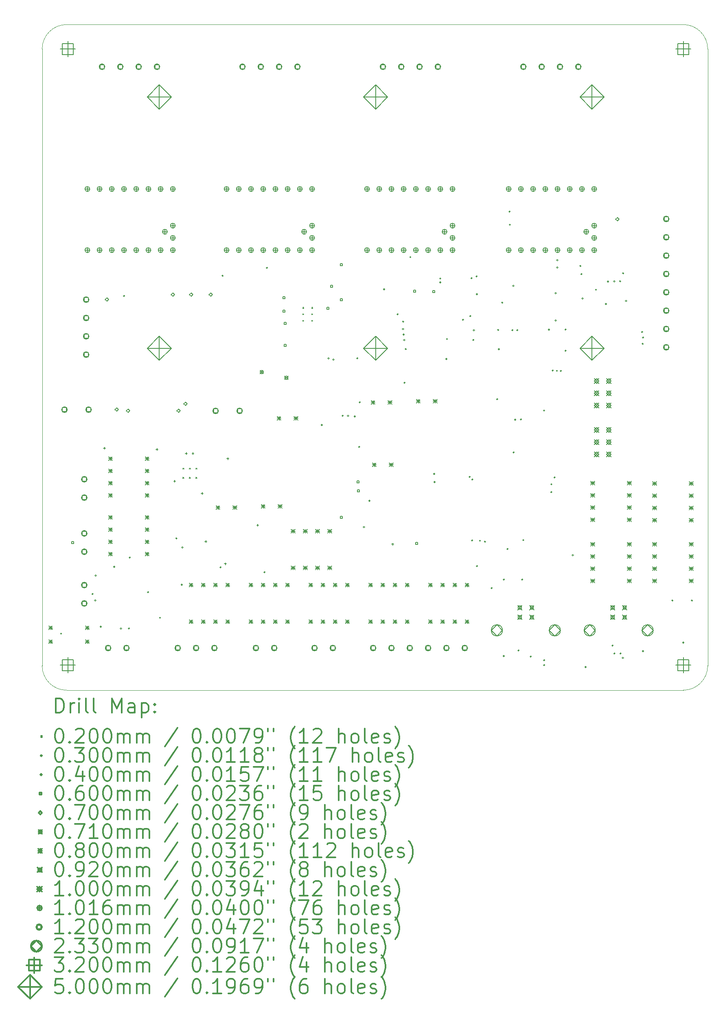
<source format=gbr>
%FSLAX45Y45*%
G04 Gerber Fmt 4.5, Leading zero omitted, Abs format (unit mm)*
G04 Created by KiCad (PCBNEW (5.1.10)-1) date 2021-11-24 08:50:35*
%MOMM*%
%LPD*%
G01*
G04 APERTURE LIST*
%TA.AperFunction,Profile*%
%ADD10C,0.050000*%
%TD*%
%ADD11C,0.200000*%
%ADD12C,0.300000*%
G04 APERTURE END LIST*
D10*
X20618450Y-16103600D02*
X7791450Y-16103600D01*
X7791450Y-16103600D02*
G75*
G02*
X7283450Y-15595600I0J508000D01*
G01*
X7283450Y-2781300D02*
X7283450Y-15595600D01*
X21126450Y-15595600D02*
G75*
G02*
X20618450Y-16103600I-508000J0D01*
G01*
X21126450Y-2781300D02*
X21126450Y-15595600D01*
X7283450Y-2781300D02*
G75*
G02*
X7791450Y-2273300I508000J0D01*
G01*
X20618450Y-2273300D02*
G75*
G02*
X21126450Y-2781300I0J-508000D01*
G01*
X20618450Y-2273300D02*
X7791450Y-2273300D01*
D11*
X10211850Y-11490100D02*
X10231850Y-11510100D01*
X10231850Y-11490100D02*
X10211850Y-11510100D01*
X10211850Y-11680100D02*
X10231850Y-11700100D01*
X10231850Y-11680100D02*
X10211850Y-11700100D01*
X10346850Y-11490100D02*
X10366850Y-11510100D01*
X10366850Y-11490100D02*
X10346850Y-11510100D01*
X10346850Y-11680100D02*
X10366850Y-11700100D01*
X10366850Y-11680100D02*
X10346850Y-11700100D01*
X10481850Y-11490100D02*
X10501850Y-11510100D01*
X10501850Y-11490100D02*
X10481850Y-11510100D01*
X10481850Y-11680100D02*
X10501850Y-11700100D01*
X10501850Y-11680100D02*
X10481850Y-11700100D01*
X12702950Y-8148100D02*
X12722950Y-8168100D01*
X12722950Y-8148100D02*
X12702950Y-8168100D01*
X12702950Y-8283100D02*
X12722950Y-8303100D01*
X12722950Y-8283100D02*
X12702950Y-8303100D01*
X12702950Y-8418100D02*
X12722950Y-8438100D01*
X12722950Y-8418100D02*
X12702950Y-8438100D01*
X12892950Y-8148100D02*
X12912950Y-8168100D01*
X12912950Y-8148100D02*
X12892950Y-8168100D01*
X12892950Y-8283100D02*
X12912950Y-8303100D01*
X12912950Y-8283100D02*
X12892950Y-8303100D01*
X12892950Y-8418100D02*
X12912950Y-8438100D01*
X12912950Y-8418100D02*
X12892950Y-8438100D01*
X7692150Y-14928850D02*
G75*
G03*
X7692150Y-14928850I-15000J0D01*
G01*
X8346200Y-14103350D02*
G75*
G03*
X8346200Y-14103350I-15000J0D01*
G01*
X8403195Y-14237152D02*
G75*
G03*
X8403195Y-14237152I-15000J0D01*
G01*
X8409450Y-13722350D02*
G75*
G03*
X8409450Y-13722350I-15000J0D01*
G01*
X8517650Y-14782800D02*
G75*
G03*
X8517650Y-14782800I-15000J0D01*
G01*
X8797050Y-13538200D02*
G75*
G03*
X8797050Y-13538200I-15000J0D01*
G01*
X8936750Y-14820900D02*
G75*
G03*
X8936750Y-14820900I-15000J0D01*
G01*
X9000250Y-7912100D02*
G75*
G03*
X9000250Y-7912100I-15000J0D01*
G01*
X9101850Y-14820900D02*
G75*
G03*
X9101850Y-14820900I-15000J0D01*
G01*
X9120900Y-13347700D02*
G75*
G03*
X9120900Y-13347700I-15000J0D01*
G01*
X9501900Y-14065250D02*
G75*
G03*
X9501900Y-14065250I-15000J0D01*
G01*
X9749550Y-14598650D02*
G75*
G03*
X9749550Y-14598650I-15000J0D01*
G01*
X10089531Y-12950569D02*
G75*
G03*
X10089531Y-12950569I-15000J0D01*
G01*
X10200400Y-13912850D02*
G75*
G03*
X10200400Y-13912850I-15000J0D01*
G01*
X10213100Y-13138150D02*
G75*
G03*
X10213100Y-13138150I-15000J0D01*
G01*
X11006850Y-13550900D02*
G75*
G03*
X11006850Y-13550900I-15000J0D01*
G01*
X11051300Y-7493000D02*
G75*
G03*
X11051300Y-7493000I-15000J0D01*
G01*
X11921250Y-13652500D02*
G75*
G03*
X11921250Y-13652500I-15000J0D01*
G01*
X11972050Y-7327900D02*
G75*
G03*
X11972050Y-7327900I-15000J0D01*
G01*
X13115050Y-10591800D02*
G75*
G03*
X13115050Y-10591800I-15000J0D01*
G01*
X13254750Y-9207500D02*
G75*
G03*
X13254750Y-9207500I-15000J0D01*
G01*
X13356350Y-9232900D02*
G75*
G03*
X13356350Y-9232900I-15000J0D01*
G01*
X13546850Y-10401300D02*
G75*
G03*
X13546850Y-10401300I-15000J0D01*
G01*
X13661150Y-10401300D02*
G75*
G03*
X13661150Y-10401300I-15000J0D01*
G01*
X13800850Y-10414000D02*
G75*
G03*
X13800850Y-10414000I-15000J0D01*
G01*
X13851650Y-9207500D02*
G75*
G03*
X13851650Y-9207500I-15000J0D01*
G01*
X13889750Y-11049000D02*
G75*
G03*
X13889750Y-11049000I-15000J0D01*
G01*
X13902450Y-10121900D02*
G75*
G03*
X13902450Y-10121900I-15000J0D01*
G01*
X13991350Y-12712700D02*
G75*
G03*
X13991350Y-12712700I-15000J0D01*
G01*
X14105650Y-12166600D02*
G75*
G03*
X14105650Y-12166600I-15000J0D01*
G01*
X14410450Y-7772400D02*
G75*
G03*
X14410450Y-7772400I-15000J0D01*
G01*
X14689850Y-8293100D02*
G75*
G03*
X14689850Y-8293100I-15000J0D01*
G01*
X14804150Y-8597900D02*
G75*
G03*
X14804150Y-8597900I-15000J0D01*
G01*
X14806748Y-8445500D02*
G75*
G03*
X14806748Y-8445500I-15000J0D01*
G01*
X14816850Y-8712200D02*
G75*
G03*
X14816850Y-8712200I-15000J0D01*
G01*
X14829550Y-8826500D02*
G75*
G03*
X14829550Y-8826500I-15000J0D01*
G01*
X14835452Y-9715500D02*
G75*
G03*
X14835452Y-9715500I-15000J0D01*
G01*
X14861756Y-9017705D02*
G75*
G03*
X14861756Y-9017705I-15000J0D01*
G01*
X14956550Y-7105650D02*
G75*
G03*
X14956550Y-7105650I-15000J0D01*
G01*
X15453251Y-11609200D02*
G75*
G03*
X15453251Y-11609200I-15000J0D01*
G01*
X15458200Y-11779250D02*
G75*
G03*
X15458200Y-11779250I-15000J0D01*
G01*
X15578850Y-7549701D02*
G75*
G03*
X15578850Y-7549701I-15000J0D01*
G01*
X15578850Y-7629701D02*
G75*
G03*
X15578850Y-7629701I-15000J0D01*
G01*
X15705851Y-9220200D02*
G75*
G03*
X15705851Y-9220200I-15000J0D01*
G01*
X15718550Y-8807450D02*
G75*
G03*
X15718550Y-8807450I-15000J0D01*
G01*
X16048750Y-8407400D02*
G75*
G03*
X16048750Y-8407400I-15000J0D01*
G01*
X16188450Y-11671300D02*
G75*
G03*
X16188450Y-11671300I-15000J0D01*
G01*
X16201150Y-8331200D02*
G75*
G03*
X16201150Y-8331200I-15000J0D01*
G01*
X16226550Y-7543800D02*
G75*
G03*
X16226550Y-7543800I-15000J0D01*
G01*
X16239250Y-12992100D02*
G75*
G03*
X16239250Y-12992100I-15000J0D01*
G01*
X16245019Y-11727869D02*
G75*
G03*
X16245019Y-11727869I-15000J0D01*
G01*
X16264650Y-8826500D02*
G75*
G03*
X16264650Y-8826500I-15000J0D01*
G01*
X16277350Y-8623300D02*
G75*
G03*
X16277350Y-8623300I-15000J0D01*
G01*
X16334500Y-7505700D02*
G75*
G03*
X16334500Y-7505700I-15000J0D01*
G01*
X16340850Y-7874000D02*
G75*
G03*
X16340850Y-7874000I-15000J0D01*
G01*
X16340850Y-13525500D02*
G75*
G03*
X16340850Y-13525500I-15000J0D01*
G01*
X16404350Y-12998450D02*
G75*
G03*
X16404350Y-12998450I-15000J0D01*
G01*
X16506950Y-13017500D02*
G75*
G03*
X16506950Y-13017500I-15000J0D01*
G01*
X16645650Y-13982700D02*
G75*
G03*
X16645650Y-13982700I-15000J0D01*
G01*
X16759950Y-10058400D02*
G75*
G03*
X16759950Y-10058400I-15000J0D01*
G01*
X16783120Y-8620667D02*
G75*
G03*
X16783120Y-8620667I-15000J0D01*
G01*
X16798050Y-9017000D02*
G75*
G03*
X16798050Y-9017000I-15000J0D01*
G01*
X16867900Y-8051800D02*
G75*
G03*
X16867900Y-8051800I-15000J0D01*
G01*
X16899650Y-13804900D02*
G75*
G03*
X16899650Y-13804900I-15000J0D01*
G01*
X16899650Y-15392400D02*
G75*
G03*
X16899650Y-15392400I-15000J0D01*
G01*
X16975850Y-13169900D02*
G75*
G03*
X16975850Y-13169900I-15000J0D01*
G01*
X17020300Y-6160700D02*
G75*
G03*
X17020300Y-6160700I-15000J0D01*
G01*
X17026650Y-6432550D02*
G75*
G03*
X17026650Y-6432550I-15000J0D01*
G01*
X17077450Y-8623300D02*
G75*
G03*
X17077450Y-8623300I-15000J0D01*
G01*
X17096500Y-7702550D02*
G75*
G03*
X17096500Y-7702550I-15000J0D01*
G01*
X17102850Y-11163300D02*
G75*
G03*
X17102850Y-11163300I-15000J0D01*
G01*
X17134600Y-10483850D02*
G75*
G03*
X17134600Y-10483850I-15000J0D01*
G01*
X17179050Y-8623300D02*
G75*
G03*
X17179050Y-8623300I-15000J0D01*
G01*
X17204450Y-15278100D02*
G75*
G03*
X17204450Y-15278100I-15000J0D01*
G01*
X17255250Y-10477500D02*
G75*
G03*
X17255250Y-10477500I-15000J0D01*
G01*
X17280650Y-13804900D02*
G75*
G03*
X17280650Y-13804900I-15000J0D01*
G01*
X17306050Y-12985750D02*
G75*
G03*
X17306050Y-12985750I-15000J0D01*
G01*
X17458450Y-15405100D02*
G75*
G03*
X17458450Y-15405100I-15000J0D01*
G01*
X17737850Y-10293350D02*
G75*
G03*
X17737850Y-10293350I-15000J0D01*
G01*
X17737850Y-15481300D02*
G75*
G03*
X17737850Y-15481300I-15000J0D01*
G01*
X17737850Y-15582900D02*
G75*
G03*
X17737850Y-15582900I-15000J0D01*
G01*
X17839450Y-8610600D02*
G75*
G03*
X17839450Y-8610600I-15000J0D01*
G01*
X17888850Y-11987400D02*
G75*
G03*
X17888850Y-11987400I-15000J0D01*
G01*
X17891249Y-11825591D02*
G75*
G03*
X17891249Y-11825591I-15000J0D01*
G01*
X17915650Y-9461500D02*
G75*
G03*
X17915650Y-9461500I-15000J0D01*
G01*
X17953750Y-11684000D02*
G75*
G03*
X17953750Y-11684000I-15000J0D01*
G01*
X17979150Y-7854950D02*
G75*
G03*
X17979150Y-7854950I-15000J0D01*
G01*
X17979150Y-8420100D02*
G75*
G03*
X17979150Y-8420100I-15000J0D01*
G01*
X18004550Y-9467850D02*
G75*
G03*
X18004550Y-9467850I-15000J0D01*
G01*
X18010900Y-7169150D02*
G75*
G03*
X18010900Y-7169150I-15000J0D01*
G01*
X18010900Y-7321550D02*
G75*
G03*
X18010900Y-7321550I-15000J0D01*
G01*
X18087100Y-9467850D02*
G75*
G03*
X18087100Y-9467850I-15000J0D01*
G01*
X18183549Y-8610600D02*
G75*
G03*
X18183549Y-8610600I-15000J0D01*
G01*
X18183550Y-9050000D02*
G75*
G03*
X18183550Y-9050000I-15000J0D01*
G01*
X18333180Y-13298470D02*
G75*
G03*
X18333180Y-13298470I-15000J0D01*
G01*
X18493500Y-7289800D02*
G75*
G03*
X18493500Y-7289800I-15000J0D01*
G01*
X18514788Y-7458471D02*
G75*
G03*
X18514788Y-7458471I-15000J0D01*
G01*
X18537950Y-7962900D02*
G75*
G03*
X18537950Y-7962900I-15000J0D01*
G01*
X18601450Y-15621000D02*
G75*
G03*
X18601450Y-15621000I-15000J0D01*
G01*
X18817350Y-7783651D02*
G75*
G03*
X18817350Y-7783651I-15000J0D01*
G01*
X19023470Y-8078199D02*
G75*
G03*
X19023470Y-8078199I-15000J0D01*
G01*
X19065000Y-7613650D02*
G75*
G03*
X19065000Y-7613650I-15000J0D01*
G01*
X19160250Y-15176500D02*
G75*
G03*
X19160250Y-15176500I-15000J0D01*
G01*
X19198350Y-7607300D02*
G75*
G03*
X19198350Y-7607300I-15000J0D01*
G01*
X19199350Y-15341600D02*
G75*
G03*
X19199350Y-15341600I-15000J0D01*
G01*
X19320000Y-7607300D02*
G75*
G03*
X19320000Y-7607300I-15000J0D01*
G01*
X19325350Y-15341600D02*
G75*
G03*
X19325350Y-15341600I-15000J0D01*
G01*
X19376150Y-15430500D02*
G75*
G03*
X19376150Y-15430500I-15000J0D01*
G01*
X19382500Y-7442200D02*
G75*
G03*
X19382500Y-7442200I-15000J0D01*
G01*
X19445001Y-8014932D02*
G75*
G03*
X19445001Y-8014932I-15000J0D01*
G01*
X19776200Y-8661400D02*
G75*
G03*
X19776200Y-8661400I-15000J0D01*
G01*
X19787350Y-8906301D02*
G75*
G03*
X19787350Y-8906301I-15000J0D01*
G01*
X19795250Y-8775700D02*
G75*
G03*
X19795250Y-8775700I-15000J0D01*
G01*
X19795250Y-15290800D02*
G75*
G03*
X19795250Y-15290800I-15000J0D01*
G01*
X20404850Y-14240350D02*
G75*
G03*
X20404850Y-14240350I-15000J0D01*
G01*
X20633450Y-15113000D02*
G75*
G03*
X20633450Y-15113000I-15000J0D01*
G01*
X20811250Y-14240350D02*
G75*
G03*
X20811250Y-14240350I-15000J0D01*
G01*
X8578850Y-11054400D02*
X8578850Y-11094400D01*
X8558850Y-11074400D02*
X8598850Y-11074400D01*
X9671050Y-11079800D02*
X9671050Y-11119800D01*
X9651050Y-11099800D02*
X9691050Y-11099800D01*
X10039350Y-11740200D02*
X10039350Y-11780200D01*
X10019350Y-11760200D02*
X10059350Y-11760200D01*
X10280650Y-11164800D02*
X10280650Y-11204800D01*
X10260650Y-11184800D02*
X10300650Y-11184800D01*
X10420350Y-11164800D02*
X10420350Y-11204800D01*
X10400350Y-11184800D02*
X10440350Y-11184800D01*
X10612754Y-11992296D02*
X10612754Y-12032296D01*
X10592754Y-12012296D02*
X10632754Y-12012296D01*
X10687416Y-12993600D02*
X10687416Y-13033600D01*
X10667416Y-13013600D02*
X10707416Y-13013600D01*
X11093450Y-13454700D02*
X11093450Y-13494700D01*
X11073450Y-13474700D02*
X11113450Y-13474700D01*
X11144250Y-11270300D02*
X11144250Y-11310300D01*
X11124250Y-11290300D02*
X11164250Y-11290300D01*
X11766550Y-12654600D02*
X11766550Y-12694600D01*
X11746550Y-12674600D02*
X11786550Y-12674600D01*
X14573250Y-13048300D02*
X14573250Y-13088300D01*
X14553250Y-13068300D02*
X14593250Y-13068300D01*
X7939663Y-13057763D02*
X7939663Y-13015337D01*
X7897237Y-13015337D01*
X7897237Y-13057763D01*
X7939663Y-13057763D01*
X12333863Y-7971413D02*
X12333863Y-7928987D01*
X12291437Y-7928987D01*
X12291437Y-7971413D01*
X12333863Y-7971413D01*
X12333863Y-8250813D02*
X12333863Y-8208387D01*
X12291437Y-8208387D01*
X12291437Y-8250813D01*
X12333863Y-8250813D01*
X12359263Y-8504813D02*
X12359263Y-8462387D01*
X12316837Y-8462387D01*
X12316837Y-8504813D01*
X12359263Y-8504813D01*
X12359264Y-8955914D02*
X12359264Y-8913488D01*
X12316837Y-8913488D01*
X12316837Y-8955914D01*
X12359264Y-8955914D01*
X13248263Y-8187313D02*
X13248263Y-8144887D01*
X13205837Y-8144887D01*
X13205837Y-8187313D01*
X13248263Y-8187313D01*
X13324463Y-7730113D02*
X13324463Y-7687687D01*
X13282037Y-7687687D01*
X13282037Y-7730113D01*
X13324463Y-7730113D01*
X13527663Y-7285613D02*
X13527663Y-7243187D01*
X13485237Y-7243187D01*
X13485237Y-7285613D01*
X13527663Y-7285613D01*
X13527663Y-8009513D02*
X13527663Y-7967087D01*
X13485237Y-7967087D01*
X13485237Y-8009513D01*
X13527663Y-8009513D01*
X13527663Y-12530713D02*
X13527663Y-12488287D01*
X13485237Y-12488287D01*
X13485237Y-12530713D01*
X13527663Y-12530713D01*
X13870563Y-11794113D02*
X13870563Y-11751687D01*
X13828137Y-11751687D01*
X13828137Y-11794113D01*
X13870563Y-11794113D01*
X13883263Y-11984613D02*
X13883263Y-11942187D01*
X13840837Y-11942187D01*
X13840837Y-11984613D01*
X13883263Y-11984613D01*
X15051663Y-7831713D02*
X15051663Y-7789287D01*
X15009237Y-7789287D01*
X15009237Y-7831713D01*
X15051663Y-7831713D01*
X15089763Y-13076813D02*
X15089763Y-13034387D01*
X15047337Y-13034387D01*
X15047337Y-13076813D01*
X15089763Y-13076813D01*
X15445363Y-7844413D02*
X15445363Y-7801987D01*
X15402937Y-7801987D01*
X15402937Y-7844413D01*
X15445363Y-7844413D01*
X8629650Y-8023300D02*
X8664650Y-7988300D01*
X8629650Y-7953300D01*
X8594650Y-7988300D01*
X8629650Y-8023300D01*
X8832850Y-10309300D02*
X8867850Y-10274300D01*
X8832850Y-10239300D01*
X8797850Y-10274300D01*
X8832850Y-10309300D01*
X9069850Y-10334700D02*
X9104850Y-10299700D01*
X9069850Y-10264700D01*
X9034850Y-10299700D01*
X9069850Y-10334700D01*
X10001250Y-7921700D02*
X10036250Y-7886700D01*
X10001250Y-7851700D01*
X9966250Y-7886700D01*
X10001250Y-7921700D01*
X10119850Y-10334700D02*
X10154850Y-10299700D01*
X10119850Y-10264700D01*
X10084850Y-10299700D01*
X10119850Y-10334700D01*
X10263750Y-10190800D02*
X10298750Y-10155800D01*
X10263750Y-10120800D01*
X10228750Y-10155800D01*
X10263750Y-10190800D01*
X10382250Y-7921700D02*
X10417250Y-7886700D01*
X10382250Y-7851700D01*
X10347250Y-7886700D01*
X10382250Y-7921700D01*
X10788650Y-7921700D02*
X10823650Y-7886700D01*
X10788650Y-7851700D01*
X10753650Y-7886700D01*
X10788650Y-7921700D01*
X19246850Y-6353250D02*
X19281850Y-6318250D01*
X19246850Y-6283250D01*
X19211850Y-6318250D01*
X19246850Y-6353250D01*
X11817950Y-9458400D02*
X11888950Y-9529400D01*
X11888950Y-9458400D02*
X11817950Y-9529400D01*
X11888950Y-9493900D02*
G75*
G03*
X11888950Y-9493900I-35500J0D01*
G01*
X12327950Y-9578400D02*
X12398950Y-9649400D01*
X12398950Y-9578400D02*
X12327950Y-9649400D01*
X12398950Y-9613900D02*
G75*
G03*
X12398950Y-9613900I-35500J0D01*
G01*
X7421250Y-14768200D02*
X7501250Y-14848200D01*
X7501250Y-14768200D02*
X7421250Y-14848200D01*
X7461250Y-14768200D02*
X7461250Y-14848200D01*
X7421250Y-14808200D02*
X7501250Y-14808200D01*
X7421250Y-15053950D02*
X7501250Y-15133950D01*
X7501250Y-15053950D02*
X7421250Y-15133950D01*
X7461250Y-15053950D02*
X7461250Y-15133950D01*
X7421250Y-15093950D02*
X7501250Y-15093950D01*
X8183250Y-14768200D02*
X8263250Y-14848200D01*
X8263250Y-14768200D02*
X8183250Y-14848200D01*
X8223250Y-14768200D02*
X8223250Y-14848200D01*
X8183250Y-14808200D02*
X8263250Y-14808200D01*
X8183250Y-15053950D02*
X8263250Y-15133950D01*
X8263250Y-15053950D02*
X8183250Y-15133950D01*
X8223250Y-15053950D02*
X8223250Y-15133950D01*
X8183250Y-15093950D02*
X8263250Y-15093950D01*
X8665850Y-11250300D02*
X8745850Y-11330300D01*
X8745850Y-11250300D02*
X8665850Y-11330300D01*
X8705850Y-11250300D02*
X8705850Y-11330300D01*
X8665850Y-11290300D02*
X8745850Y-11290300D01*
X8665850Y-11504300D02*
X8745850Y-11584300D01*
X8745850Y-11504300D02*
X8665850Y-11584300D01*
X8705850Y-11504300D02*
X8705850Y-11584300D01*
X8665850Y-11544300D02*
X8745850Y-11544300D01*
X8665850Y-11758300D02*
X8745850Y-11838300D01*
X8745850Y-11758300D02*
X8665850Y-11838300D01*
X8705850Y-11758300D02*
X8705850Y-11838300D01*
X8665850Y-11798300D02*
X8745850Y-11798300D01*
X8665850Y-12012300D02*
X8745850Y-12092300D01*
X8745850Y-12012300D02*
X8665850Y-12092300D01*
X8705850Y-12012300D02*
X8705850Y-12092300D01*
X8665850Y-12052300D02*
X8745850Y-12052300D01*
X8665850Y-12469500D02*
X8745850Y-12549500D01*
X8745850Y-12469500D02*
X8665850Y-12549500D01*
X8705850Y-12469500D02*
X8705850Y-12549500D01*
X8665850Y-12509500D02*
X8745850Y-12509500D01*
X8665850Y-12723500D02*
X8745850Y-12803500D01*
X8745850Y-12723500D02*
X8665850Y-12803500D01*
X8705850Y-12723500D02*
X8705850Y-12803500D01*
X8665850Y-12763500D02*
X8745850Y-12763500D01*
X8665850Y-12977500D02*
X8745850Y-13057500D01*
X8745850Y-12977500D02*
X8665850Y-13057500D01*
X8705850Y-12977500D02*
X8705850Y-13057500D01*
X8665850Y-13017500D02*
X8745850Y-13017500D01*
X8665850Y-13231500D02*
X8745850Y-13311500D01*
X8745850Y-13231500D02*
X8665850Y-13311500D01*
X8705850Y-13231500D02*
X8705850Y-13311500D01*
X8665850Y-13271500D02*
X8745850Y-13271500D01*
X9427850Y-11250300D02*
X9507850Y-11330300D01*
X9507850Y-11250300D02*
X9427850Y-11330300D01*
X9467850Y-11250300D02*
X9467850Y-11330300D01*
X9427850Y-11290300D02*
X9507850Y-11290300D01*
X9427850Y-11504300D02*
X9507850Y-11584300D01*
X9507850Y-11504300D02*
X9427850Y-11584300D01*
X9467850Y-11504300D02*
X9467850Y-11584300D01*
X9427850Y-11544300D02*
X9507850Y-11544300D01*
X9427850Y-11758300D02*
X9507850Y-11838300D01*
X9507850Y-11758300D02*
X9427850Y-11838300D01*
X9467850Y-11758300D02*
X9467850Y-11838300D01*
X9427850Y-11798300D02*
X9507850Y-11798300D01*
X9427850Y-12012300D02*
X9507850Y-12092300D01*
X9507850Y-12012300D02*
X9427850Y-12092300D01*
X9467850Y-12012300D02*
X9467850Y-12092300D01*
X9427850Y-12052300D02*
X9507850Y-12052300D01*
X9427850Y-12469500D02*
X9507850Y-12549500D01*
X9507850Y-12469500D02*
X9427850Y-12549500D01*
X9467850Y-12469500D02*
X9467850Y-12549500D01*
X9427850Y-12509500D02*
X9507850Y-12509500D01*
X9427850Y-12723500D02*
X9507850Y-12803500D01*
X9507850Y-12723500D02*
X9427850Y-12803500D01*
X9467850Y-12723500D02*
X9467850Y-12803500D01*
X9427850Y-12763500D02*
X9507850Y-12763500D01*
X9427850Y-12977500D02*
X9507850Y-13057500D01*
X9507850Y-12977500D02*
X9427850Y-13057500D01*
X9467850Y-12977500D02*
X9467850Y-13057500D01*
X9427850Y-13017500D02*
X9507850Y-13017500D01*
X9427850Y-13231500D02*
X9507850Y-13311500D01*
X9507850Y-13231500D02*
X9427850Y-13311500D01*
X9467850Y-13231500D02*
X9467850Y-13311500D01*
X9427850Y-13271500D02*
X9507850Y-13271500D01*
X10342250Y-13879200D02*
X10422250Y-13959200D01*
X10422250Y-13879200D02*
X10342250Y-13959200D01*
X10382250Y-13879200D02*
X10382250Y-13959200D01*
X10342250Y-13919200D02*
X10422250Y-13919200D01*
X10342250Y-14641200D02*
X10422250Y-14721200D01*
X10422250Y-14641200D02*
X10342250Y-14721200D01*
X10382250Y-14641200D02*
X10382250Y-14721200D01*
X10342250Y-14681200D02*
X10422250Y-14681200D01*
X10596250Y-13879200D02*
X10676250Y-13959200D01*
X10676250Y-13879200D02*
X10596250Y-13959200D01*
X10636250Y-13879200D02*
X10636250Y-13959200D01*
X10596250Y-13919200D02*
X10676250Y-13919200D01*
X10596250Y-14641200D02*
X10676250Y-14721200D01*
X10676250Y-14641200D02*
X10596250Y-14721200D01*
X10636250Y-14641200D02*
X10636250Y-14721200D01*
X10596250Y-14681200D02*
X10676250Y-14681200D01*
X10850250Y-13879200D02*
X10930250Y-13959200D01*
X10930250Y-13879200D02*
X10850250Y-13959200D01*
X10890250Y-13879200D02*
X10890250Y-13959200D01*
X10850250Y-13919200D02*
X10930250Y-13919200D01*
X10850250Y-14641200D02*
X10930250Y-14721200D01*
X10930250Y-14641200D02*
X10850250Y-14721200D01*
X10890250Y-14641200D02*
X10890250Y-14721200D01*
X10850250Y-14681200D02*
X10930250Y-14681200D01*
X10901050Y-12266300D02*
X10981050Y-12346300D01*
X10981050Y-12266300D02*
X10901050Y-12346300D01*
X10941050Y-12266300D02*
X10941050Y-12346300D01*
X10901050Y-12306300D02*
X10981050Y-12306300D01*
X11104250Y-13879200D02*
X11184250Y-13959200D01*
X11184250Y-13879200D02*
X11104250Y-13959200D01*
X11144250Y-13879200D02*
X11144250Y-13959200D01*
X11104250Y-13919200D02*
X11184250Y-13919200D01*
X11104250Y-14641200D02*
X11184250Y-14721200D01*
X11184250Y-14641200D02*
X11104250Y-14721200D01*
X11144250Y-14641200D02*
X11144250Y-14721200D01*
X11104250Y-14681200D02*
X11184250Y-14681200D01*
X11251050Y-12266300D02*
X11331050Y-12346300D01*
X11331050Y-12266300D02*
X11251050Y-12346300D01*
X11291050Y-12266300D02*
X11291050Y-12346300D01*
X11251050Y-12306300D02*
X11331050Y-12306300D01*
X11586850Y-13879200D02*
X11666850Y-13959200D01*
X11666850Y-13879200D02*
X11586850Y-13959200D01*
X11626850Y-13879200D02*
X11626850Y-13959200D01*
X11586850Y-13919200D02*
X11666850Y-13919200D01*
X11586850Y-14641200D02*
X11666850Y-14721200D01*
X11666850Y-14641200D02*
X11586850Y-14721200D01*
X11626850Y-14641200D02*
X11626850Y-14721200D01*
X11586850Y-14681200D02*
X11666850Y-14681200D01*
X11840850Y-12240900D02*
X11920850Y-12320900D01*
X11920850Y-12240900D02*
X11840850Y-12320900D01*
X11880850Y-12240900D02*
X11880850Y-12320900D01*
X11840850Y-12280900D02*
X11920850Y-12280900D01*
X11840850Y-13879200D02*
X11920850Y-13959200D01*
X11920850Y-13879200D02*
X11840850Y-13959200D01*
X11880850Y-13879200D02*
X11880850Y-13959200D01*
X11840850Y-13919200D02*
X11920850Y-13919200D01*
X11840850Y-14641200D02*
X11920850Y-14721200D01*
X11920850Y-14641200D02*
X11840850Y-14721200D01*
X11880850Y-14641200D02*
X11880850Y-14721200D01*
X11840850Y-14681200D02*
X11920850Y-14681200D01*
X12094850Y-13879200D02*
X12174850Y-13959200D01*
X12174850Y-13879200D02*
X12094850Y-13959200D01*
X12134850Y-13879200D02*
X12134850Y-13959200D01*
X12094850Y-13919200D02*
X12174850Y-13919200D01*
X12094850Y-14641200D02*
X12174850Y-14721200D01*
X12174850Y-14641200D02*
X12094850Y-14721200D01*
X12134850Y-14641200D02*
X12134850Y-14721200D01*
X12094850Y-14681200D02*
X12174850Y-14681200D01*
X12171050Y-10412100D02*
X12251050Y-10492100D01*
X12251050Y-10412100D02*
X12171050Y-10492100D01*
X12211050Y-10412100D02*
X12211050Y-10492100D01*
X12171050Y-10452100D02*
X12251050Y-10452100D01*
X12190850Y-12240900D02*
X12270850Y-12320900D01*
X12270850Y-12240900D02*
X12190850Y-12320900D01*
X12230850Y-12240900D02*
X12230850Y-12320900D01*
X12190850Y-12280900D02*
X12270850Y-12280900D01*
X12348850Y-13879200D02*
X12428850Y-13959200D01*
X12428850Y-13879200D02*
X12348850Y-13959200D01*
X12388850Y-13879200D02*
X12388850Y-13959200D01*
X12348850Y-13919200D02*
X12428850Y-13919200D01*
X12348850Y-14641200D02*
X12428850Y-14721200D01*
X12428850Y-14641200D02*
X12348850Y-14721200D01*
X12388850Y-14641200D02*
X12388850Y-14721200D01*
X12348850Y-14681200D02*
X12428850Y-14681200D01*
X12463150Y-12761600D02*
X12543150Y-12841600D01*
X12543150Y-12761600D02*
X12463150Y-12841600D01*
X12503150Y-12761600D02*
X12503150Y-12841600D01*
X12463150Y-12801600D02*
X12543150Y-12801600D01*
X12463150Y-13523600D02*
X12543150Y-13603600D01*
X12543150Y-13523600D02*
X12463150Y-13603600D01*
X12503150Y-13523600D02*
X12503150Y-13603600D01*
X12463150Y-13563600D02*
X12543150Y-13563600D01*
X12521050Y-10412100D02*
X12601050Y-10492100D01*
X12601050Y-10412100D02*
X12521050Y-10492100D01*
X12561050Y-10412100D02*
X12561050Y-10492100D01*
X12521050Y-10452100D02*
X12601050Y-10452100D01*
X12717150Y-12761600D02*
X12797150Y-12841600D01*
X12797150Y-12761600D02*
X12717150Y-12841600D01*
X12757150Y-12761600D02*
X12757150Y-12841600D01*
X12717150Y-12801600D02*
X12797150Y-12801600D01*
X12717150Y-13523600D02*
X12797150Y-13603600D01*
X12797150Y-13523600D02*
X12717150Y-13603600D01*
X12757150Y-13523600D02*
X12757150Y-13603600D01*
X12717150Y-13563600D02*
X12797150Y-13563600D01*
X12831450Y-13879200D02*
X12911450Y-13959200D01*
X12911450Y-13879200D02*
X12831450Y-13959200D01*
X12871450Y-13879200D02*
X12871450Y-13959200D01*
X12831450Y-13919200D02*
X12911450Y-13919200D01*
X12831450Y-14641200D02*
X12911450Y-14721200D01*
X12911450Y-14641200D02*
X12831450Y-14721200D01*
X12871450Y-14641200D02*
X12871450Y-14721200D01*
X12831450Y-14681200D02*
X12911450Y-14681200D01*
X12971150Y-12761600D02*
X13051150Y-12841600D01*
X13051150Y-12761600D02*
X12971150Y-12841600D01*
X13011150Y-12761600D02*
X13011150Y-12841600D01*
X12971150Y-12801600D02*
X13051150Y-12801600D01*
X12971150Y-13523600D02*
X13051150Y-13603600D01*
X13051150Y-13523600D02*
X12971150Y-13603600D01*
X13011150Y-13523600D02*
X13011150Y-13603600D01*
X12971150Y-13563600D02*
X13051150Y-13563600D01*
X13085450Y-13879200D02*
X13165450Y-13959200D01*
X13165450Y-13879200D02*
X13085450Y-13959200D01*
X13125450Y-13879200D02*
X13125450Y-13959200D01*
X13085450Y-13919200D02*
X13165450Y-13919200D01*
X13085450Y-14641200D02*
X13165450Y-14721200D01*
X13165450Y-14641200D02*
X13085450Y-14721200D01*
X13125450Y-14641200D02*
X13125450Y-14721200D01*
X13085450Y-14681200D02*
X13165450Y-14681200D01*
X13225150Y-12761600D02*
X13305150Y-12841600D01*
X13305150Y-12761600D02*
X13225150Y-12841600D01*
X13265150Y-12761600D02*
X13265150Y-12841600D01*
X13225150Y-12801600D02*
X13305150Y-12801600D01*
X13225150Y-13523600D02*
X13305150Y-13603600D01*
X13305150Y-13523600D02*
X13225150Y-13603600D01*
X13265150Y-13523600D02*
X13265150Y-13603600D01*
X13225150Y-13563600D02*
X13305150Y-13563600D01*
X13339450Y-13879200D02*
X13419450Y-13959200D01*
X13419450Y-13879200D02*
X13339450Y-13959200D01*
X13379450Y-13879200D02*
X13379450Y-13959200D01*
X13339450Y-13919200D02*
X13419450Y-13919200D01*
X13339450Y-14641200D02*
X13419450Y-14721200D01*
X13419450Y-14641200D02*
X13339450Y-14721200D01*
X13379450Y-14641200D02*
X13379450Y-14721200D01*
X13339450Y-14681200D02*
X13419450Y-14681200D01*
X13593450Y-13879200D02*
X13673450Y-13959200D01*
X13673450Y-13879200D02*
X13593450Y-13959200D01*
X13633450Y-13879200D02*
X13633450Y-13959200D01*
X13593450Y-13919200D02*
X13673450Y-13919200D01*
X13593450Y-14641200D02*
X13673450Y-14721200D01*
X13673450Y-14641200D02*
X13593450Y-14721200D01*
X13633450Y-14641200D02*
X13633450Y-14721200D01*
X13593450Y-14681200D02*
X13673450Y-14681200D01*
X14076050Y-13879200D02*
X14156050Y-13959200D01*
X14156050Y-13879200D02*
X14076050Y-13959200D01*
X14116050Y-13879200D02*
X14116050Y-13959200D01*
X14076050Y-13919200D02*
X14156050Y-13919200D01*
X14076050Y-14641200D02*
X14156050Y-14721200D01*
X14156050Y-14641200D02*
X14076050Y-14721200D01*
X14116050Y-14641200D02*
X14116050Y-14721200D01*
X14076050Y-14681200D02*
X14156050Y-14681200D01*
X14126850Y-10081900D02*
X14206850Y-10161900D01*
X14206850Y-10081900D02*
X14126850Y-10161900D01*
X14166850Y-10081900D02*
X14166850Y-10161900D01*
X14126850Y-10121900D02*
X14206850Y-10121900D01*
X14152250Y-11377300D02*
X14232250Y-11457300D01*
X14232250Y-11377300D02*
X14152250Y-11457300D01*
X14192250Y-11377300D02*
X14192250Y-11457300D01*
X14152250Y-11417300D02*
X14232250Y-11417300D01*
X14330050Y-13879200D02*
X14410050Y-13959200D01*
X14410050Y-13879200D02*
X14330050Y-13959200D01*
X14370050Y-13879200D02*
X14370050Y-13959200D01*
X14330050Y-13919200D02*
X14410050Y-13919200D01*
X14330050Y-14641200D02*
X14410050Y-14721200D01*
X14410050Y-14641200D02*
X14330050Y-14721200D01*
X14370050Y-14641200D02*
X14370050Y-14721200D01*
X14330050Y-14681200D02*
X14410050Y-14681200D01*
X14476850Y-10081900D02*
X14556850Y-10161900D01*
X14556850Y-10081900D02*
X14476850Y-10161900D01*
X14516850Y-10081900D02*
X14516850Y-10161900D01*
X14476850Y-10121900D02*
X14556850Y-10121900D01*
X14502250Y-11377300D02*
X14582250Y-11457300D01*
X14582250Y-11377300D02*
X14502250Y-11457300D01*
X14542250Y-11377300D02*
X14542250Y-11457300D01*
X14502250Y-11417300D02*
X14582250Y-11417300D01*
X14584050Y-13879200D02*
X14664050Y-13959200D01*
X14664050Y-13879200D02*
X14584050Y-13959200D01*
X14624050Y-13879200D02*
X14624050Y-13959200D01*
X14584050Y-13919200D02*
X14664050Y-13919200D01*
X14584050Y-14641200D02*
X14664050Y-14721200D01*
X14664050Y-14641200D02*
X14584050Y-14721200D01*
X14624050Y-14641200D02*
X14624050Y-14721200D01*
X14584050Y-14681200D02*
X14664050Y-14681200D01*
X14838050Y-13879200D02*
X14918050Y-13959200D01*
X14918050Y-13879200D02*
X14838050Y-13959200D01*
X14878050Y-13879200D02*
X14878050Y-13959200D01*
X14838050Y-13919200D02*
X14918050Y-13919200D01*
X14838050Y-14641200D02*
X14918050Y-14721200D01*
X14918050Y-14641200D02*
X14838050Y-14721200D01*
X14878050Y-14641200D02*
X14878050Y-14721200D01*
X14838050Y-14681200D02*
X14918050Y-14681200D01*
X15066650Y-10056500D02*
X15146650Y-10136500D01*
X15146650Y-10056500D02*
X15066650Y-10136500D01*
X15106650Y-10056500D02*
X15106650Y-10136500D01*
X15066650Y-10096500D02*
X15146650Y-10096500D01*
X15320650Y-13879200D02*
X15400650Y-13959200D01*
X15400650Y-13879200D02*
X15320650Y-13959200D01*
X15360650Y-13879200D02*
X15360650Y-13959200D01*
X15320650Y-13919200D02*
X15400650Y-13919200D01*
X15320650Y-14641200D02*
X15400650Y-14721200D01*
X15400650Y-14641200D02*
X15320650Y-14721200D01*
X15360650Y-14641200D02*
X15360650Y-14721200D01*
X15320650Y-14681200D02*
X15400650Y-14681200D01*
X15416650Y-10056500D02*
X15496650Y-10136500D01*
X15496650Y-10056500D02*
X15416650Y-10136500D01*
X15456650Y-10056500D02*
X15456650Y-10136500D01*
X15416650Y-10096500D02*
X15496650Y-10096500D01*
X15574650Y-13879200D02*
X15654650Y-13959200D01*
X15654650Y-13879200D02*
X15574650Y-13959200D01*
X15614650Y-13879200D02*
X15614650Y-13959200D01*
X15574650Y-13919200D02*
X15654650Y-13919200D01*
X15574650Y-14641200D02*
X15654650Y-14721200D01*
X15654650Y-14641200D02*
X15574650Y-14721200D01*
X15614650Y-14641200D02*
X15614650Y-14721200D01*
X15574650Y-14681200D02*
X15654650Y-14681200D01*
X15828650Y-13879200D02*
X15908650Y-13959200D01*
X15908650Y-13879200D02*
X15828650Y-13959200D01*
X15868650Y-13879200D02*
X15868650Y-13959200D01*
X15828650Y-13919200D02*
X15908650Y-13919200D01*
X15828650Y-14641200D02*
X15908650Y-14721200D01*
X15908650Y-14641200D02*
X15828650Y-14721200D01*
X15868650Y-14641200D02*
X15868650Y-14721200D01*
X15828650Y-14681200D02*
X15908650Y-14681200D01*
X16082650Y-13879200D02*
X16162650Y-13959200D01*
X16162650Y-13879200D02*
X16082650Y-13959200D01*
X16122650Y-13879200D02*
X16122650Y-13959200D01*
X16082650Y-13919200D02*
X16162650Y-13919200D01*
X16082650Y-14641200D02*
X16162650Y-14721200D01*
X16162650Y-14641200D02*
X16082650Y-14721200D01*
X16122650Y-14641200D02*
X16122650Y-14721200D01*
X16082650Y-14681200D02*
X16162650Y-14681200D01*
X18692500Y-11758300D02*
X18772500Y-11838300D01*
X18772500Y-11758300D02*
X18692500Y-11838300D01*
X18732500Y-11758300D02*
X18732500Y-11838300D01*
X18692500Y-11798300D02*
X18772500Y-11798300D01*
X18692500Y-12012300D02*
X18772500Y-12092300D01*
X18772500Y-12012300D02*
X18692500Y-12092300D01*
X18732500Y-12012300D02*
X18732500Y-12092300D01*
X18692500Y-12052300D02*
X18772500Y-12052300D01*
X18692500Y-12266300D02*
X18772500Y-12346300D01*
X18772500Y-12266300D02*
X18692500Y-12346300D01*
X18732500Y-12266300D02*
X18732500Y-12346300D01*
X18692500Y-12306300D02*
X18772500Y-12306300D01*
X18692500Y-12520300D02*
X18772500Y-12600300D01*
X18772500Y-12520300D02*
X18692500Y-12600300D01*
X18732500Y-12520300D02*
X18732500Y-12600300D01*
X18692500Y-12560300D02*
X18772500Y-12560300D01*
X18692500Y-13028300D02*
X18772500Y-13108300D01*
X18772500Y-13028300D02*
X18692500Y-13108300D01*
X18732500Y-13028300D02*
X18732500Y-13108300D01*
X18692500Y-13068300D02*
X18772500Y-13068300D01*
X18692500Y-13282300D02*
X18772500Y-13362300D01*
X18772500Y-13282300D02*
X18692500Y-13362300D01*
X18732500Y-13282300D02*
X18732500Y-13362300D01*
X18692500Y-13322300D02*
X18772500Y-13322300D01*
X18692500Y-13536300D02*
X18772500Y-13616300D01*
X18772500Y-13536300D02*
X18692500Y-13616300D01*
X18732500Y-13536300D02*
X18732500Y-13616300D01*
X18692500Y-13576300D02*
X18772500Y-13576300D01*
X18692500Y-13790300D02*
X18772500Y-13870300D01*
X18772500Y-13790300D02*
X18692500Y-13870300D01*
X18732500Y-13790300D02*
X18732500Y-13870300D01*
X18692500Y-13830300D02*
X18772500Y-13830300D01*
X19454500Y-11758300D02*
X19534500Y-11838300D01*
X19534500Y-11758300D02*
X19454500Y-11838300D01*
X19494500Y-11758300D02*
X19494500Y-11838300D01*
X19454500Y-11798300D02*
X19534500Y-11798300D01*
X19454500Y-12012300D02*
X19534500Y-12092300D01*
X19534500Y-12012300D02*
X19454500Y-12092300D01*
X19494500Y-12012300D02*
X19494500Y-12092300D01*
X19454500Y-12052300D02*
X19534500Y-12052300D01*
X19454500Y-12266300D02*
X19534500Y-12346300D01*
X19534500Y-12266300D02*
X19454500Y-12346300D01*
X19494500Y-12266300D02*
X19494500Y-12346300D01*
X19454500Y-12306300D02*
X19534500Y-12306300D01*
X19454500Y-12520300D02*
X19534500Y-12600300D01*
X19534500Y-12520300D02*
X19454500Y-12600300D01*
X19494500Y-12520300D02*
X19494500Y-12600300D01*
X19454500Y-12560300D02*
X19534500Y-12560300D01*
X19454500Y-13028300D02*
X19534500Y-13108300D01*
X19534500Y-13028300D02*
X19454500Y-13108300D01*
X19494500Y-13028300D02*
X19494500Y-13108300D01*
X19454500Y-13068300D02*
X19534500Y-13068300D01*
X19454500Y-13282300D02*
X19534500Y-13362300D01*
X19534500Y-13282300D02*
X19454500Y-13362300D01*
X19494500Y-13282300D02*
X19494500Y-13362300D01*
X19454500Y-13322300D02*
X19534500Y-13322300D01*
X19454500Y-13536300D02*
X19534500Y-13616300D01*
X19534500Y-13536300D02*
X19454500Y-13616300D01*
X19494500Y-13536300D02*
X19494500Y-13616300D01*
X19454500Y-13576300D02*
X19534500Y-13576300D01*
X19454500Y-13790300D02*
X19534500Y-13870300D01*
X19534500Y-13790300D02*
X19454500Y-13870300D01*
X19494500Y-13790300D02*
X19494500Y-13870300D01*
X19454500Y-13830300D02*
X19534500Y-13830300D01*
X19981550Y-11771000D02*
X20061550Y-11851000D01*
X20061550Y-11771000D02*
X19981550Y-11851000D01*
X20021550Y-11771000D02*
X20021550Y-11851000D01*
X19981550Y-11811000D02*
X20061550Y-11811000D01*
X19981550Y-12025000D02*
X20061550Y-12105000D01*
X20061550Y-12025000D02*
X19981550Y-12105000D01*
X20021550Y-12025000D02*
X20021550Y-12105000D01*
X19981550Y-12065000D02*
X20061550Y-12065000D01*
X19981550Y-12279000D02*
X20061550Y-12359000D01*
X20061550Y-12279000D02*
X19981550Y-12359000D01*
X20021550Y-12279000D02*
X20021550Y-12359000D01*
X19981550Y-12319000D02*
X20061550Y-12319000D01*
X19981550Y-12533000D02*
X20061550Y-12613000D01*
X20061550Y-12533000D02*
X19981550Y-12613000D01*
X20021550Y-12533000D02*
X20021550Y-12613000D01*
X19981550Y-12573000D02*
X20061550Y-12573000D01*
X19981550Y-13028300D02*
X20061550Y-13108300D01*
X20061550Y-13028300D02*
X19981550Y-13108300D01*
X20021550Y-13028300D02*
X20021550Y-13108300D01*
X19981550Y-13068300D02*
X20061550Y-13068300D01*
X19981550Y-13282300D02*
X20061550Y-13362300D01*
X20061550Y-13282300D02*
X19981550Y-13362300D01*
X20021550Y-13282300D02*
X20021550Y-13362300D01*
X19981550Y-13322300D02*
X20061550Y-13322300D01*
X19981550Y-13536300D02*
X20061550Y-13616300D01*
X20061550Y-13536300D02*
X19981550Y-13616300D01*
X20021550Y-13536300D02*
X20021550Y-13616300D01*
X19981550Y-13576300D02*
X20061550Y-13576300D01*
X19981550Y-13790300D02*
X20061550Y-13870300D01*
X20061550Y-13790300D02*
X19981550Y-13870300D01*
X20021550Y-13790300D02*
X20021550Y-13870300D01*
X19981550Y-13830300D02*
X20061550Y-13830300D01*
X20743550Y-11771000D02*
X20823550Y-11851000D01*
X20823550Y-11771000D02*
X20743550Y-11851000D01*
X20783550Y-11771000D02*
X20783550Y-11851000D01*
X20743550Y-11811000D02*
X20823550Y-11811000D01*
X20743550Y-12025000D02*
X20823550Y-12105000D01*
X20823550Y-12025000D02*
X20743550Y-12105000D01*
X20783550Y-12025000D02*
X20783550Y-12105000D01*
X20743550Y-12065000D02*
X20823550Y-12065000D01*
X20743550Y-12279000D02*
X20823550Y-12359000D01*
X20823550Y-12279000D02*
X20743550Y-12359000D01*
X20783550Y-12279000D02*
X20783550Y-12359000D01*
X20743550Y-12319000D02*
X20823550Y-12319000D01*
X20743550Y-12533000D02*
X20823550Y-12613000D01*
X20823550Y-12533000D02*
X20743550Y-12613000D01*
X20783550Y-12533000D02*
X20783550Y-12613000D01*
X20743550Y-12573000D02*
X20823550Y-12573000D01*
X20743550Y-13028300D02*
X20823550Y-13108300D01*
X20823550Y-13028300D02*
X20743550Y-13108300D01*
X20783550Y-13028300D02*
X20783550Y-13108300D01*
X20743550Y-13068300D02*
X20823550Y-13068300D01*
X20743550Y-13282300D02*
X20823550Y-13362300D01*
X20823550Y-13282300D02*
X20743550Y-13362300D01*
X20783550Y-13282300D02*
X20783550Y-13362300D01*
X20743550Y-13322300D02*
X20823550Y-13322300D01*
X20743550Y-13536300D02*
X20823550Y-13616300D01*
X20823550Y-13536300D02*
X20743550Y-13616300D01*
X20783550Y-13536300D02*
X20783550Y-13616300D01*
X20743550Y-13576300D02*
X20823550Y-13576300D01*
X20743550Y-13790300D02*
X20823550Y-13870300D01*
X20823550Y-13790300D02*
X20743550Y-13870300D01*
X20783550Y-13790300D02*
X20783550Y-13870300D01*
X20743550Y-13830300D02*
X20823550Y-13830300D01*
X17172850Y-14343100D02*
X17264850Y-14435100D01*
X17264850Y-14343100D02*
X17172850Y-14435100D01*
X17251377Y-14421627D02*
X17251377Y-14356573D01*
X17186323Y-14356573D01*
X17186323Y-14421627D01*
X17251377Y-14421627D01*
X17172850Y-14543100D02*
X17264850Y-14635100D01*
X17264850Y-14543100D02*
X17172850Y-14635100D01*
X17251377Y-14621627D02*
X17251377Y-14556573D01*
X17186323Y-14556573D01*
X17186323Y-14621627D01*
X17251377Y-14621627D01*
X17422850Y-14343100D02*
X17514850Y-14435100D01*
X17514850Y-14343100D02*
X17422850Y-14435100D01*
X17501377Y-14421627D02*
X17501377Y-14356573D01*
X17436323Y-14356573D01*
X17436323Y-14421627D01*
X17501377Y-14421627D01*
X17422850Y-14543100D02*
X17514850Y-14635100D01*
X17514850Y-14543100D02*
X17422850Y-14635100D01*
X17501377Y-14621627D02*
X17501377Y-14556573D01*
X17436323Y-14556573D01*
X17436323Y-14621627D01*
X17501377Y-14621627D01*
X19103250Y-14343100D02*
X19195250Y-14435100D01*
X19195250Y-14343100D02*
X19103250Y-14435100D01*
X19181777Y-14421627D02*
X19181777Y-14356573D01*
X19116723Y-14356573D01*
X19116723Y-14421627D01*
X19181777Y-14421627D01*
X19103250Y-14543100D02*
X19195250Y-14635100D01*
X19195250Y-14543100D02*
X19103250Y-14635100D01*
X19181777Y-14621627D02*
X19181777Y-14556573D01*
X19116723Y-14556573D01*
X19116723Y-14621627D01*
X19181777Y-14621627D01*
X19353250Y-14343100D02*
X19445250Y-14435100D01*
X19445250Y-14343100D02*
X19353250Y-14435100D01*
X19431777Y-14421627D02*
X19431777Y-14356573D01*
X19366723Y-14356573D01*
X19366723Y-14421627D01*
X19431777Y-14421627D01*
X19353250Y-14543100D02*
X19445250Y-14635100D01*
X19445250Y-14543100D02*
X19353250Y-14635100D01*
X19431777Y-14621627D02*
X19431777Y-14556573D01*
X19366723Y-14556573D01*
X19366723Y-14621627D01*
X19431777Y-14621627D01*
X18765050Y-9627400D02*
X18865050Y-9727400D01*
X18865050Y-9627400D02*
X18765050Y-9727400D01*
X18815050Y-9727400D02*
X18865050Y-9677400D01*
X18815050Y-9627400D01*
X18765050Y-9677400D01*
X18815050Y-9727400D01*
X18765050Y-9881400D02*
X18865050Y-9981400D01*
X18865050Y-9881400D02*
X18765050Y-9981400D01*
X18815050Y-9981400D02*
X18865050Y-9931400D01*
X18815050Y-9881400D01*
X18765050Y-9931400D01*
X18815050Y-9981400D01*
X18765050Y-10135400D02*
X18865050Y-10235400D01*
X18865050Y-10135400D02*
X18765050Y-10235400D01*
X18815050Y-10235400D02*
X18865050Y-10185400D01*
X18815050Y-10135400D01*
X18765050Y-10185400D01*
X18815050Y-10235400D01*
X18765050Y-10643400D02*
X18865050Y-10743400D01*
X18865050Y-10643400D02*
X18765050Y-10743400D01*
X18815050Y-10743400D02*
X18865050Y-10693400D01*
X18815050Y-10643400D01*
X18765050Y-10693400D01*
X18815050Y-10743400D01*
X18765050Y-10897400D02*
X18865050Y-10997400D01*
X18865050Y-10897400D02*
X18765050Y-10997400D01*
X18815050Y-10997400D02*
X18865050Y-10947400D01*
X18815050Y-10897400D01*
X18765050Y-10947400D01*
X18815050Y-10997400D01*
X18765050Y-11151400D02*
X18865050Y-11251400D01*
X18865050Y-11151400D02*
X18765050Y-11251400D01*
X18815050Y-11251400D02*
X18865050Y-11201400D01*
X18815050Y-11151400D01*
X18765050Y-11201400D01*
X18815050Y-11251400D01*
X19019050Y-9627400D02*
X19119050Y-9727400D01*
X19119050Y-9627400D02*
X19019050Y-9727400D01*
X19069050Y-9727400D02*
X19119050Y-9677400D01*
X19069050Y-9627400D01*
X19019050Y-9677400D01*
X19069050Y-9727400D01*
X19019050Y-9881400D02*
X19119050Y-9981400D01*
X19119050Y-9881400D02*
X19019050Y-9981400D01*
X19069050Y-9981400D02*
X19119050Y-9931400D01*
X19069050Y-9881400D01*
X19019050Y-9931400D01*
X19069050Y-9981400D01*
X19019050Y-10135400D02*
X19119050Y-10235400D01*
X19119050Y-10135400D02*
X19019050Y-10235400D01*
X19069050Y-10235400D02*
X19119050Y-10185400D01*
X19069050Y-10135400D01*
X19019050Y-10185400D01*
X19069050Y-10235400D01*
X19019050Y-10643400D02*
X19119050Y-10743400D01*
X19119050Y-10643400D02*
X19019050Y-10743400D01*
X19069050Y-10743400D02*
X19119050Y-10693400D01*
X19069050Y-10643400D01*
X19019050Y-10693400D01*
X19069050Y-10743400D01*
X19019050Y-10897400D02*
X19119050Y-10997400D01*
X19119050Y-10897400D02*
X19019050Y-10997400D01*
X19069050Y-10997400D02*
X19119050Y-10947400D01*
X19069050Y-10897400D01*
X19019050Y-10947400D01*
X19069050Y-10997400D01*
X19019050Y-11151400D02*
X19119050Y-11251400D01*
X19119050Y-11151400D02*
X19019050Y-11251400D01*
X19069050Y-11251400D02*
X19119050Y-11201400D01*
X19069050Y-11151400D01*
X19019050Y-11201400D01*
X19069050Y-11251400D01*
X8223250Y-5638800D02*
X8223250Y-5740400D01*
X8172450Y-5689600D02*
X8274050Y-5689600D01*
X8274050Y-5689600D02*
G75*
G03*
X8274050Y-5689600I-50800J0D01*
G01*
X8223250Y-6908800D02*
X8223250Y-7010400D01*
X8172450Y-6959600D02*
X8274050Y-6959600D01*
X8274050Y-6959600D02*
G75*
G03*
X8274050Y-6959600I-50800J0D01*
G01*
X8477250Y-5638800D02*
X8477250Y-5740400D01*
X8426450Y-5689600D02*
X8528050Y-5689600D01*
X8528050Y-5689600D02*
G75*
G03*
X8528050Y-5689600I-50800J0D01*
G01*
X8477250Y-6908800D02*
X8477250Y-7010400D01*
X8426450Y-6959600D02*
X8528050Y-6959600D01*
X8528050Y-6959600D02*
G75*
G03*
X8528050Y-6959600I-50800J0D01*
G01*
X8731250Y-5638800D02*
X8731250Y-5740400D01*
X8680450Y-5689600D02*
X8782050Y-5689600D01*
X8782050Y-5689600D02*
G75*
G03*
X8782050Y-5689600I-50800J0D01*
G01*
X8731250Y-6908800D02*
X8731250Y-7010400D01*
X8680450Y-6959600D02*
X8782050Y-6959600D01*
X8782050Y-6959600D02*
G75*
G03*
X8782050Y-6959600I-50800J0D01*
G01*
X8985250Y-5638800D02*
X8985250Y-5740400D01*
X8934450Y-5689600D02*
X9036050Y-5689600D01*
X9036050Y-5689600D02*
G75*
G03*
X9036050Y-5689600I-50800J0D01*
G01*
X8985250Y-6908800D02*
X8985250Y-7010400D01*
X8934450Y-6959600D02*
X9036050Y-6959600D01*
X9036050Y-6959600D02*
G75*
G03*
X9036050Y-6959600I-50800J0D01*
G01*
X9239250Y-5638800D02*
X9239250Y-5740400D01*
X9188450Y-5689600D02*
X9290050Y-5689600D01*
X9290050Y-5689600D02*
G75*
G03*
X9290050Y-5689600I-50800J0D01*
G01*
X9239250Y-6908800D02*
X9239250Y-7010400D01*
X9188450Y-6959600D02*
X9290050Y-6959600D01*
X9290050Y-6959600D02*
G75*
G03*
X9290050Y-6959600I-50800J0D01*
G01*
X9493250Y-5638800D02*
X9493250Y-5740400D01*
X9442450Y-5689600D02*
X9544050Y-5689600D01*
X9544050Y-5689600D02*
G75*
G03*
X9544050Y-5689600I-50800J0D01*
G01*
X9493250Y-6908800D02*
X9493250Y-7010400D01*
X9442450Y-6959600D02*
X9544050Y-6959600D01*
X9544050Y-6959600D02*
G75*
G03*
X9544050Y-6959600I-50800J0D01*
G01*
X9747250Y-5638800D02*
X9747250Y-5740400D01*
X9696450Y-5689600D02*
X9798050Y-5689600D01*
X9798050Y-5689600D02*
G75*
G03*
X9798050Y-5689600I-50800J0D01*
G01*
X9747250Y-6908800D02*
X9747250Y-7010400D01*
X9696450Y-6959600D02*
X9798050Y-6959600D01*
X9798050Y-6959600D02*
G75*
G03*
X9798050Y-6959600I-50800J0D01*
G01*
X9836150Y-6527800D02*
X9836150Y-6629400D01*
X9785350Y-6578600D02*
X9886950Y-6578600D01*
X9886950Y-6578600D02*
G75*
G03*
X9886950Y-6578600I-50800J0D01*
G01*
X10001250Y-5638800D02*
X10001250Y-5740400D01*
X9950450Y-5689600D02*
X10052050Y-5689600D01*
X10052050Y-5689600D02*
G75*
G03*
X10052050Y-5689600I-50800J0D01*
G01*
X10001250Y-6400800D02*
X10001250Y-6502400D01*
X9950450Y-6451600D02*
X10052050Y-6451600D01*
X10052050Y-6451600D02*
G75*
G03*
X10052050Y-6451600I-50800J0D01*
G01*
X10001250Y-6654800D02*
X10001250Y-6756400D01*
X9950450Y-6705600D02*
X10052050Y-6705600D01*
X10052050Y-6705600D02*
G75*
G03*
X10052050Y-6705600I-50800J0D01*
G01*
X10001250Y-6908800D02*
X10001250Y-7010400D01*
X9950450Y-6959600D02*
X10052050Y-6959600D01*
X10052050Y-6959600D02*
G75*
G03*
X10052050Y-6959600I-50800J0D01*
G01*
X11118850Y-5638800D02*
X11118850Y-5740400D01*
X11068050Y-5689600D02*
X11169650Y-5689600D01*
X11169650Y-5689600D02*
G75*
G03*
X11169650Y-5689600I-50800J0D01*
G01*
X11118850Y-6908800D02*
X11118850Y-7010400D01*
X11068050Y-6959600D02*
X11169650Y-6959600D01*
X11169650Y-6959600D02*
G75*
G03*
X11169650Y-6959600I-50800J0D01*
G01*
X11372850Y-5638800D02*
X11372850Y-5740400D01*
X11322050Y-5689600D02*
X11423650Y-5689600D01*
X11423650Y-5689600D02*
G75*
G03*
X11423650Y-5689600I-50800J0D01*
G01*
X11372850Y-6908800D02*
X11372850Y-7010400D01*
X11322050Y-6959600D02*
X11423650Y-6959600D01*
X11423650Y-6959600D02*
G75*
G03*
X11423650Y-6959600I-50800J0D01*
G01*
X11626850Y-5638800D02*
X11626850Y-5740400D01*
X11576050Y-5689600D02*
X11677650Y-5689600D01*
X11677650Y-5689600D02*
G75*
G03*
X11677650Y-5689600I-50800J0D01*
G01*
X11626850Y-6908800D02*
X11626850Y-7010400D01*
X11576050Y-6959600D02*
X11677650Y-6959600D01*
X11677650Y-6959600D02*
G75*
G03*
X11677650Y-6959600I-50800J0D01*
G01*
X11880850Y-5638800D02*
X11880850Y-5740400D01*
X11830050Y-5689600D02*
X11931650Y-5689600D01*
X11931650Y-5689600D02*
G75*
G03*
X11931650Y-5689600I-50800J0D01*
G01*
X11880850Y-6908800D02*
X11880850Y-7010400D01*
X11830050Y-6959600D02*
X11931650Y-6959600D01*
X11931650Y-6959600D02*
G75*
G03*
X11931650Y-6959600I-50800J0D01*
G01*
X12134850Y-5638800D02*
X12134850Y-5740400D01*
X12084050Y-5689600D02*
X12185650Y-5689600D01*
X12185650Y-5689600D02*
G75*
G03*
X12185650Y-5689600I-50800J0D01*
G01*
X12134850Y-6908800D02*
X12134850Y-7010400D01*
X12084050Y-6959600D02*
X12185650Y-6959600D01*
X12185650Y-6959600D02*
G75*
G03*
X12185650Y-6959600I-50800J0D01*
G01*
X12388850Y-5638800D02*
X12388850Y-5740400D01*
X12338050Y-5689600D02*
X12439650Y-5689600D01*
X12439650Y-5689600D02*
G75*
G03*
X12439650Y-5689600I-50800J0D01*
G01*
X12388850Y-6908800D02*
X12388850Y-7010400D01*
X12338050Y-6959600D02*
X12439650Y-6959600D01*
X12439650Y-6959600D02*
G75*
G03*
X12439650Y-6959600I-50800J0D01*
G01*
X12642850Y-5638800D02*
X12642850Y-5740400D01*
X12592050Y-5689600D02*
X12693650Y-5689600D01*
X12693650Y-5689600D02*
G75*
G03*
X12693650Y-5689600I-50800J0D01*
G01*
X12642850Y-6908800D02*
X12642850Y-7010400D01*
X12592050Y-6959600D02*
X12693650Y-6959600D01*
X12693650Y-6959600D02*
G75*
G03*
X12693650Y-6959600I-50800J0D01*
G01*
X12731750Y-6527800D02*
X12731750Y-6629400D01*
X12680950Y-6578600D02*
X12782550Y-6578600D01*
X12782550Y-6578600D02*
G75*
G03*
X12782550Y-6578600I-50800J0D01*
G01*
X12896850Y-5638800D02*
X12896850Y-5740400D01*
X12846050Y-5689600D02*
X12947650Y-5689600D01*
X12947650Y-5689600D02*
G75*
G03*
X12947650Y-5689600I-50800J0D01*
G01*
X12896850Y-6400800D02*
X12896850Y-6502400D01*
X12846050Y-6451600D02*
X12947650Y-6451600D01*
X12947650Y-6451600D02*
G75*
G03*
X12947650Y-6451600I-50800J0D01*
G01*
X12896850Y-6654800D02*
X12896850Y-6756400D01*
X12846050Y-6705600D02*
X12947650Y-6705600D01*
X12947650Y-6705600D02*
G75*
G03*
X12947650Y-6705600I-50800J0D01*
G01*
X12896850Y-6908800D02*
X12896850Y-7010400D01*
X12846050Y-6959600D02*
X12947650Y-6959600D01*
X12947650Y-6959600D02*
G75*
G03*
X12947650Y-6959600I-50800J0D01*
G01*
X14039850Y-5638800D02*
X14039850Y-5740400D01*
X13989050Y-5689600D02*
X14090650Y-5689600D01*
X14090650Y-5689600D02*
G75*
G03*
X14090650Y-5689600I-50800J0D01*
G01*
X14039850Y-6908800D02*
X14039850Y-7010400D01*
X13989050Y-6959600D02*
X14090650Y-6959600D01*
X14090650Y-6959600D02*
G75*
G03*
X14090650Y-6959600I-50800J0D01*
G01*
X14293850Y-5638800D02*
X14293850Y-5740400D01*
X14243050Y-5689600D02*
X14344650Y-5689600D01*
X14344650Y-5689600D02*
G75*
G03*
X14344650Y-5689600I-50800J0D01*
G01*
X14293850Y-6908800D02*
X14293850Y-7010400D01*
X14243050Y-6959600D02*
X14344650Y-6959600D01*
X14344650Y-6959600D02*
G75*
G03*
X14344650Y-6959600I-50800J0D01*
G01*
X14547850Y-5638800D02*
X14547850Y-5740400D01*
X14497050Y-5689600D02*
X14598650Y-5689600D01*
X14598650Y-5689600D02*
G75*
G03*
X14598650Y-5689600I-50800J0D01*
G01*
X14547850Y-6908800D02*
X14547850Y-7010400D01*
X14497050Y-6959600D02*
X14598650Y-6959600D01*
X14598650Y-6959600D02*
G75*
G03*
X14598650Y-6959600I-50800J0D01*
G01*
X14801850Y-5638800D02*
X14801850Y-5740400D01*
X14751050Y-5689600D02*
X14852650Y-5689600D01*
X14852650Y-5689600D02*
G75*
G03*
X14852650Y-5689600I-50800J0D01*
G01*
X14801850Y-6908800D02*
X14801850Y-7010400D01*
X14751050Y-6959600D02*
X14852650Y-6959600D01*
X14852650Y-6959600D02*
G75*
G03*
X14852650Y-6959600I-50800J0D01*
G01*
X15055850Y-5638800D02*
X15055850Y-5740400D01*
X15005050Y-5689600D02*
X15106650Y-5689600D01*
X15106650Y-5689600D02*
G75*
G03*
X15106650Y-5689600I-50800J0D01*
G01*
X15055850Y-6908800D02*
X15055850Y-7010400D01*
X15005050Y-6959600D02*
X15106650Y-6959600D01*
X15106650Y-6959600D02*
G75*
G03*
X15106650Y-6959600I-50800J0D01*
G01*
X15309850Y-5638800D02*
X15309850Y-5740400D01*
X15259050Y-5689600D02*
X15360650Y-5689600D01*
X15360650Y-5689600D02*
G75*
G03*
X15360650Y-5689600I-50800J0D01*
G01*
X15309850Y-6908800D02*
X15309850Y-7010400D01*
X15259050Y-6959600D02*
X15360650Y-6959600D01*
X15360650Y-6959600D02*
G75*
G03*
X15360650Y-6959600I-50800J0D01*
G01*
X15563850Y-5638800D02*
X15563850Y-5740400D01*
X15513050Y-5689600D02*
X15614650Y-5689600D01*
X15614650Y-5689600D02*
G75*
G03*
X15614650Y-5689600I-50800J0D01*
G01*
X15563850Y-6908800D02*
X15563850Y-7010400D01*
X15513050Y-6959600D02*
X15614650Y-6959600D01*
X15614650Y-6959600D02*
G75*
G03*
X15614650Y-6959600I-50800J0D01*
G01*
X15652750Y-6527800D02*
X15652750Y-6629400D01*
X15601950Y-6578600D02*
X15703550Y-6578600D01*
X15703550Y-6578600D02*
G75*
G03*
X15703550Y-6578600I-50800J0D01*
G01*
X15817850Y-5638800D02*
X15817850Y-5740400D01*
X15767050Y-5689600D02*
X15868650Y-5689600D01*
X15868650Y-5689600D02*
G75*
G03*
X15868650Y-5689600I-50800J0D01*
G01*
X15817850Y-6400800D02*
X15817850Y-6502400D01*
X15767050Y-6451600D02*
X15868650Y-6451600D01*
X15868650Y-6451600D02*
G75*
G03*
X15868650Y-6451600I-50800J0D01*
G01*
X15817850Y-6654800D02*
X15817850Y-6756400D01*
X15767050Y-6705600D02*
X15868650Y-6705600D01*
X15868650Y-6705600D02*
G75*
G03*
X15868650Y-6705600I-50800J0D01*
G01*
X15817850Y-6908800D02*
X15817850Y-7010400D01*
X15767050Y-6959600D02*
X15868650Y-6959600D01*
X15868650Y-6959600D02*
G75*
G03*
X15868650Y-6959600I-50800J0D01*
G01*
X16986250Y-5638800D02*
X16986250Y-5740400D01*
X16935450Y-5689600D02*
X17037050Y-5689600D01*
X17037050Y-5689600D02*
G75*
G03*
X17037050Y-5689600I-50800J0D01*
G01*
X16986250Y-6908800D02*
X16986250Y-7010400D01*
X16935450Y-6959600D02*
X17037050Y-6959600D01*
X17037050Y-6959600D02*
G75*
G03*
X17037050Y-6959600I-50800J0D01*
G01*
X17240250Y-5638800D02*
X17240250Y-5740400D01*
X17189450Y-5689600D02*
X17291050Y-5689600D01*
X17291050Y-5689600D02*
G75*
G03*
X17291050Y-5689600I-50800J0D01*
G01*
X17240250Y-6908800D02*
X17240250Y-7010400D01*
X17189450Y-6959600D02*
X17291050Y-6959600D01*
X17291050Y-6959600D02*
G75*
G03*
X17291050Y-6959600I-50800J0D01*
G01*
X17494250Y-5638800D02*
X17494250Y-5740400D01*
X17443450Y-5689600D02*
X17545050Y-5689600D01*
X17545050Y-5689600D02*
G75*
G03*
X17545050Y-5689600I-50800J0D01*
G01*
X17494250Y-6908800D02*
X17494250Y-7010400D01*
X17443450Y-6959600D02*
X17545050Y-6959600D01*
X17545050Y-6959600D02*
G75*
G03*
X17545050Y-6959600I-50800J0D01*
G01*
X17748250Y-5638800D02*
X17748250Y-5740400D01*
X17697450Y-5689600D02*
X17799050Y-5689600D01*
X17799050Y-5689600D02*
G75*
G03*
X17799050Y-5689600I-50800J0D01*
G01*
X17748250Y-6908800D02*
X17748250Y-7010400D01*
X17697450Y-6959600D02*
X17799050Y-6959600D01*
X17799050Y-6959600D02*
G75*
G03*
X17799050Y-6959600I-50800J0D01*
G01*
X18002250Y-5638800D02*
X18002250Y-5740400D01*
X17951450Y-5689600D02*
X18053050Y-5689600D01*
X18053050Y-5689600D02*
G75*
G03*
X18053050Y-5689600I-50800J0D01*
G01*
X18002250Y-6908800D02*
X18002250Y-7010400D01*
X17951450Y-6959600D02*
X18053050Y-6959600D01*
X18053050Y-6959600D02*
G75*
G03*
X18053050Y-6959600I-50800J0D01*
G01*
X18256250Y-5638800D02*
X18256250Y-5740400D01*
X18205450Y-5689600D02*
X18307050Y-5689600D01*
X18307050Y-5689600D02*
G75*
G03*
X18307050Y-5689600I-50800J0D01*
G01*
X18256250Y-6908800D02*
X18256250Y-7010400D01*
X18205450Y-6959600D02*
X18307050Y-6959600D01*
X18307050Y-6959600D02*
G75*
G03*
X18307050Y-6959600I-50800J0D01*
G01*
X18510250Y-5638800D02*
X18510250Y-5740400D01*
X18459450Y-5689600D02*
X18561050Y-5689600D01*
X18561050Y-5689600D02*
G75*
G03*
X18561050Y-5689600I-50800J0D01*
G01*
X18510250Y-6908800D02*
X18510250Y-7010400D01*
X18459450Y-6959600D02*
X18561050Y-6959600D01*
X18561050Y-6959600D02*
G75*
G03*
X18561050Y-6959600I-50800J0D01*
G01*
X18599150Y-6527800D02*
X18599150Y-6629400D01*
X18548350Y-6578600D02*
X18649950Y-6578600D01*
X18649950Y-6578600D02*
G75*
G03*
X18649950Y-6578600I-50800J0D01*
G01*
X18764250Y-5638800D02*
X18764250Y-5740400D01*
X18713450Y-5689600D02*
X18815050Y-5689600D01*
X18815050Y-5689600D02*
G75*
G03*
X18815050Y-5689600I-50800J0D01*
G01*
X18764250Y-6400800D02*
X18764250Y-6502400D01*
X18713450Y-6451600D02*
X18815050Y-6451600D01*
X18815050Y-6451600D02*
G75*
G03*
X18815050Y-6451600I-50800J0D01*
G01*
X18764250Y-6654800D02*
X18764250Y-6756400D01*
X18713450Y-6705600D02*
X18815050Y-6705600D01*
X18815050Y-6705600D02*
G75*
G03*
X18815050Y-6705600I-50800J0D01*
G01*
X18764250Y-6908800D02*
X18764250Y-7010400D01*
X18713450Y-6959600D02*
X18815050Y-6959600D01*
X18815050Y-6959600D02*
G75*
G03*
X18815050Y-6959600I-50800J0D01*
G01*
X7791077Y-10316727D02*
X7791077Y-10231873D01*
X7706223Y-10231873D01*
X7706223Y-10316727D01*
X7791077Y-10316727D01*
X7808650Y-10274300D02*
G75*
G03*
X7808650Y-10274300I-60000J0D01*
G01*
X8202177Y-11764527D02*
X8202177Y-11679673D01*
X8117323Y-11679673D01*
X8117323Y-11764527D01*
X8202177Y-11764527D01*
X8219750Y-11722100D02*
G75*
G03*
X8219750Y-11722100I-60000J0D01*
G01*
X8202177Y-12145527D02*
X8202177Y-12060673D01*
X8117323Y-12060673D01*
X8117323Y-12145527D01*
X8202177Y-12145527D01*
X8219750Y-12103100D02*
G75*
G03*
X8219750Y-12103100I-60000J0D01*
G01*
X8202177Y-12888477D02*
X8202177Y-12803623D01*
X8117323Y-12803623D01*
X8117323Y-12888477D01*
X8202177Y-12888477D01*
X8219750Y-12846050D02*
G75*
G03*
X8219750Y-12846050I-60000J0D01*
G01*
X8202177Y-13269477D02*
X8202177Y-13184623D01*
X8117323Y-13184623D01*
X8117323Y-13269477D01*
X8202177Y-13269477D01*
X8219750Y-13227050D02*
G75*
G03*
X8219750Y-13227050I-60000J0D01*
G01*
X8202177Y-13961627D02*
X8202177Y-13876773D01*
X8117323Y-13876773D01*
X8117323Y-13961627D01*
X8202177Y-13961627D01*
X8219750Y-13919200D02*
G75*
G03*
X8219750Y-13919200I-60000J0D01*
G01*
X8202177Y-14342627D02*
X8202177Y-14257773D01*
X8117323Y-14257773D01*
X8117323Y-14342627D01*
X8202177Y-14342627D01*
X8219750Y-14300200D02*
G75*
G03*
X8219750Y-14300200I-60000J0D01*
G01*
X8240277Y-8030727D02*
X8240277Y-7945873D01*
X8155423Y-7945873D01*
X8155423Y-8030727D01*
X8240277Y-8030727D01*
X8257850Y-7988300D02*
G75*
G03*
X8257850Y-7988300I-60000J0D01*
G01*
X8240277Y-8411727D02*
X8240277Y-8326873D01*
X8155423Y-8326873D01*
X8155423Y-8411727D01*
X8240277Y-8411727D01*
X8257850Y-8369300D02*
G75*
G03*
X8257850Y-8369300I-60000J0D01*
G01*
X8240277Y-8792727D02*
X8240277Y-8707873D01*
X8155423Y-8707873D01*
X8155423Y-8792727D01*
X8240277Y-8792727D01*
X8257850Y-8750300D02*
G75*
G03*
X8257850Y-8750300I-60000J0D01*
G01*
X8240277Y-9173727D02*
X8240277Y-9088873D01*
X8155423Y-9088873D01*
X8155423Y-9173727D01*
X8240277Y-9173727D01*
X8257850Y-9131300D02*
G75*
G03*
X8257850Y-9131300I-60000J0D01*
G01*
X8291077Y-10316727D02*
X8291077Y-10231873D01*
X8206223Y-10231873D01*
X8206223Y-10316727D01*
X8291077Y-10316727D01*
X8308650Y-10274300D02*
G75*
G03*
X8308650Y-10274300I-60000J0D01*
G01*
X8570477Y-3192027D02*
X8570477Y-3107173D01*
X8485623Y-3107173D01*
X8485623Y-3192027D01*
X8570477Y-3192027D01*
X8588050Y-3149600D02*
G75*
G03*
X8588050Y-3149600I-60000J0D01*
G01*
X8697477Y-15269727D02*
X8697477Y-15184873D01*
X8612623Y-15184873D01*
X8612623Y-15269727D01*
X8697477Y-15269727D01*
X8715050Y-15227300D02*
G75*
G03*
X8715050Y-15227300I-60000J0D01*
G01*
X8951477Y-3192027D02*
X8951477Y-3107173D01*
X8866623Y-3107173D01*
X8866623Y-3192027D01*
X8951477Y-3192027D01*
X8969050Y-3149600D02*
G75*
G03*
X8969050Y-3149600I-60000J0D01*
G01*
X9078477Y-15269727D02*
X9078477Y-15184873D01*
X8993623Y-15184873D01*
X8993623Y-15269727D01*
X9078477Y-15269727D01*
X9096050Y-15227300D02*
G75*
G03*
X9096050Y-15227300I-60000J0D01*
G01*
X9332477Y-3192027D02*
X9332477Y-3107173D01*
X9247623Y-3107173D01*
X9247623Y-3192027D01*
X9332477Y-3192027D01*
X9350050Y-3149600D02*
G75*
G03*
X9350050Y-3149600I-60000J0D01*
G01*
X9713477Y-3192027D02*
X9713477Y-3107173D01*
X9628623Y-3107173D01*
X9628623Y-3192027D01*
X9713477Y-3192027D01*
X9731050Y-3149600D02*
G75*
G03*
X9731050Y-3149600I-60000J0D01*
G01*
X10145277Y-15269727D02*
X10145277Y-15184873D01*
X10060423Y-15184873D01*
X10060423Y-15269727D01*
X10145277Y-15269727D01*
X10162850Y-15227300D02*
G75*
G03*
X10162850Y-15227300I-60000J0D01*
G01*
X10526277Y-15269727D02*
X10526277Y-15184873D01*
X10441423Y-15184873D01*
X10441423Y-15269727D01*
X10526277Y-15269727D01*
X10543850Y-15227300D02*
G75*
G03*
X10543850Y-15227300I-60000J0D01*
G01*
X10907277Y-15269727D02*
X10907277Y-15184873D01*
X10822423Y-15184873D01*
X10822423Y-15269727D01*
X10907277Y-15269727D01*
X10924850Y-15227300D02*
G75*
G03*
X10924850Y-15227300I-60000J0D01*
G01*
X10932677Y-10342127D02*
X10932677Y-10257273D01*
X10847823Y-10257273D01*
X10847823Y-10342127D01*
X10932677Y-10342127D01*
X10950250Y-10299700D02*
G75*
G03*
X10950250Y-10299700I-60000J0D01*
G01*
X11432677Y-10342127D02*
X11432677Y-10257273D01*
X11347823Y-10257273D01*
X11347823Y-10342127D01*
X11432677Y-10342127D01*
X11450250Y-10299700D02*
G75*
G03*
X11450250Y-10299700I-60000J0D01*
G01*
X11491477Y-3192027D02*
X11491477Y-3107173D01*
X11406623Y-3107173D01*
X11406623Y-3192027D01*
X11491477Y-3192027D01*
X11509050Y-3149600D02*
G75*
G03*
X11509050Y-3149600I-60000J0D01*
G01*
X11770877Y-15269727D02*
X11770877Y-15184873D01*
X11686023Y-15184873D01*
X11686023Y-15269727D01*
X11770877Y-15269727D01*
X11788450Y-15227300D02*
G75*
G03*
X11788450Y-15227300I-60000J0D01*
G01*
X11872477Y-3192027D02*
X11872477Y-3107173D01*
X11787623Y-3107173D01*
X11787623Y-3192027D01*
X11872477Y-3192027D01*
X11890050Y-3149600D02*
G75*
G03*
X11890050Y-3149600I-60000J0D01*
G01*
X12151877Y-15269727D02*
X12151877Y-15184873D01*
X12067023Y-15184873D01*
X12067023Y-15269727D01*
X12151877Y-15269727D01*
X12169450Y-15227300D02*
G75*
G03*
X12169450Y-15227300I-60000J0D01*
G01*
X12253477Y-3192027D02*
X12253477Y-3107173D01*
X12168623Y-3107173D01*
X12168623Y-3192027D01*
X12253477Y-3192027D01*
X12271050Y-3149600D02*
G75*
G03*
X12271050Y-3149600I-60000J0D01*
G01*
X12634477Y-3192027D02*
X12634477Y-3107173D01*
X12549623Y-3107173D01*
X12549623Y-3192027D01*
X12634477Y-3192027D01*
X12652050Y-3149600D02*
G75*
G03*
X12652050Y-3149600I-60000J0D01*
G01*
X12990077Y-15269727D02*
X12990077Y-15184873D01*
X12905223Y-15184873D01*
X12905223Y-15269727D01*
X12990077Y-15269727D01*
X13007650Y-15227300D02*
G75*
G03*
X13007650Y-15227300I-60000J0D01*
G01*
X13371077Y-15269727D02*
X13371077Y-15184873D01*
X13286223Y-15184873D01*
X13286223Y-15269727D01*
X13371077Y-15269727D01*
X13388650Y-15227300D02*
G75*
G03*
X13388650Y-15227300I-60000J0D01*
G01*
X14209277Y-15269727D02*
X14209277Y-15184873D01*
X14124423Y-15184873D01*
X14124423Y-15269727D01*
X14209277Y-15269727D01*
X14226850Y-15227300D02*
G75*
G03*
X14226850Y-15227300I-60000J0D01*
G01*
X14412477Y-3192027D02*
X14412477Y-3107173D01*
X14327623Y-3107173D01*
X14327623Y-3192027D01*
X14412477Y-3192027D01*
X14430050Y-3149600D02*
G75*
G03*
X14430050Y-3149600I-60000J0D01*
G01*
X14590277Y-15269727D02*
X14590277Y-15184873D01*
X14505423Y-15184873D01*
X14505423Y-15269727D01*
X14590277Y-15269727D01*
X14607850Y-15227300D02*
G75*
G03*
X14607850Y-15227300I-60000J0D01*
G01*
X14793477Y-3192027D02*
X14793477Y-3107173D01*
X14708623Y-3107173D01*
X14708623Y-3192027D01*
X14793477Y-3192027D01*
X14811050Y-3149600D02*
G75*
G03*
X14811050Y-3149600I-60000J0D01*
G01*
X14971277Y-15269727D02*
X14971277Y-15184873D01*
X14886423Y-15184873D01*
X14886423Y-15269727D01*
X14971277Y-15269727D01*
X14988850Y-15227300D02*
G75*
G03*
X14988850Y-15227300I-60000J0D01*
G01*
X15174477Y-3192027D02*
X15174477Y-3107173D01*
X15089623Y-3107173D01*
X15089623Y-3192027D01*
X15174477Y-3192027D01*
X15192050Y-3149600D02*
G75*
G03*
X15192050Y-3149600I-60000J0D01*
G01*
X15352277Y-15269727D02*
X15352277Y-15184873D01*
X15267423Y-15184873D01*
X15267423Y-15269727D01*
X15352277Y-15269727D01*
X15369850Y-15227300D02*
G75*
G03*
X15369850Y-15227300I-60000J0D01*
G01*
X15555477Y-3192027D02*
X15555477Y-3107173D01*
X15470623Y-3107173D01*
X15470623Y-3192027D01*
X15555477Y-3192027D01*
X15573050Y-3149600D02*
G75*
G03*
X15573050Y-3149600I-60000J0D01*
G01*
X15733277Y-15269727D02*
X15733277Y-15184873D01*
X15648423Y-15184873D01*
X15648423Y-15269727D01*
X15733277Y-15269727D01*
X15750850Y-15227300D02*
G75*
G03*
X15750850Y-15227300I-60000J0D01*
G01*
X16114277Y-15269727D02*
X16114277Y-15184873D01*
X16029423Y-15184873D01*
X16029423Y-15269727D01*
X16114277Y-15269727D01*
X16131850Y-15227300D02*
G75*
G03*
X16131850Y-15227300I-60000J0D01*
G01*
X17333477Y-3192027D02*
X17333477Y-3107173D01*
X17248623Y-3107173D01*
X17248623Y-3192027D01*
X17333477Y-3192027D01*
X17351050Y-3149600D02*
G75*
G03*
X17351050Y-3149600I-60000J0D01*
G01*
X17714477Y-3192027D02*
X17714477Y-3107173D01*
X17629623Y-3107173D01*
X17629623Y-3192027D01*
X17714477Y-3192027D01*
X17732050Y-3149600D02*
G75*
G03*
X17732050Y-3149600I-60000J0D01*
G01*
X18095477Y-3192027D02*
X18095477Y-3107173D01*
X18010623Y-3107173D01*
X18010623Y-3192027D01*
X18095477Y-3192027D01*
X18113050Y-3149600D02*
G75*
G03*
X18113050Y-3149600I-60000J0D01*
G01*
X18476477Y-3192027D02*
X18476477Y-3107173D01*
X18391623Y-3107173D01*
X18391623Y-3192027D01*
X18476477Y-3192027D01*
X18494050Y-3149600D02*
G75*
G03*
X18494050Y-3149600I-60000J0D01*
G01*
X20305277Y-6354327D02*
X20305277Y-6269473D01*
X20220423Y-6269473D01*
X20220423Y-6354327D01*
X20305277Y-6354327D01*
X20322850Y-6311900D02*
G75*
G03*
X20322850Y-6311900I-60000J0D01*
G01*
X20305277Y-6735327D02*
X20305277Y-6650473D01*
X20220423Y-6650473D01*
X20220423Y-6735327D01*
X20305277Y-6735327D01*
X20322850Y-6692900D02*
G75*
G03*
X20322850Y-6692900I-60000J0D01*
G01*
X20305277Y-7116327D02*
X20305277Y-7031473D01*
X20220423Y-7031473D01*
X20220423Y-7116327D01*
X20305277Y-7116327D01*
X20322850Y-7073900D02*
G75*
G03*
X20322850Y-7073900I-60000J0D01*
G01*
X20305277Y-7497327D02*
X20305277Y-7412473D01*
X20220423Y-7412473D01*
X20220423Y-7497327D01*
X20305277Y-7497327D01*
X20322850Y-7454900D02*
G75*
G03*
X20322850Y-7454900I-60000J0D01*
G01*
X20305277Y-7878327D02*
X20305277Y-7793473D01*
X20220423Y-7793473D01*
X20220423Y-7878327D01*
X20305277Y-7878327D01*
X20322850Y-7835900D02*
G75*
G03*
X20322850Y-7835900I-60000J0D01*
G01*
X20305277Y-8259327D02*
X20305277Y-8174473D01*
X20220423Y-8174473D01*
X20220423Y-8259327D01*
X20305277Y-8259327D01*
X20322850Y-8216900D02*
G75*
G03*
X20322850Y-8216900I-60000J0D01*
G01*
X20305277Y-8640327D02*
X20305277Y-8555473D01*
X20220423Y-8555473D01*
X20220423Y-8640327D01*
X20305277Y-8640327D01*
X20322850Y-8597900D02*
G75*
G03*
X20322850Y-8597900I-60000J0D01*
G01*
X20305277Y-9021327D02*
X20305277Y-8936473D01*
X20220423Y-8936473D01*
X20220423Y-9021327D01*
X20305277Y-9021327D01*
X20322850Y-8978900D02*
G75*
G03*
X20322850Y-8978900I-60000J0D01*
G01*
X16741850Y-14976600D02*
X16858350Y-14860100D01*
X16741850Y-14743600D01*
X16625350Y-14860100D01*
X16741850Y-14976600D01*
X16858350Y-14860100D02*
G75*
G03*
X16858350Y-14860100I-116500J0D01*
G01*
X17945850Y-14976600D02*
X18062350Y-14860100D01*
X17945850Y-14743600D01*
X17829350Y-14860100D01*
X17945850Y-14976600D01*
X18062350Y-14860100D02*
G75*
G03*
X18062350Y-14860100I-116500J0D01*
G01*
X18672250Y-14976600D02*
X18788750Y-14860100D01*
X18672250Y-14743600D01*
X18555750Y-14860100D01*
X18672250Y-14976600D01*
X18788750Y-14860100D02*
G75*
G03*
X18788750Y-14860100I-116500J0D01*
G01*
X19876250Y-14976600D02*
X19992750Y-14860100D01*
X19876250Y-14743600D01*
X19759750Y-14860100D01*
X19876250Y-14976600D01*
X19992750Y-14860100D02*
G75*
G03*
X19992750Y-14860100I-116500J0D01*
G01*
X7816850Y-2621300D02*
X7816850Y-2941300D01*
X7656850Y-2781300D02*
X7976850Y-2781300D01*
X7929988Y-2894438D02*
X7929988Y-2668162D01*
X7703712Y-2668162D01*
X7703712Y-2894438D01*
X7929988Y-2894438D01*
X7816850Y-15422900D02*
X7816850Y-15742900D01*
X7656850Y-15582900D02*
X7976850Y-15582900D01*
X7929988Y-15696038D02*
X7929988Y-15469762D01*
X7703712Y-15469762D01*
X7703712Y-15696038D01*
X7929988Y-15696038D01*
X20618450Y-2621300D02*
X20618450Y-2941300D01*
X20458450Y-2781300D02*
X20778450Y-2781300D01*
X20731588Y-2894438D02*
X20731588Y-2668162D01*
X20505312Y-2668162D01*
X20505312Y-2894438D01*
X20731588Y-2894438D01*
X20618450Y-15422900D02*
X20618450Y-15742900D01*
X20458450Y-15582900D02*
X20778450Y-15582900D01*
X20731588Y-15696038D02*
X20731588Y-15469762D01*
X20505312Y-15469762D01*
X20505312Y-15696038D01*
X20731588Y-15696038D01*
X9717650Y-3528100D02*
X9717650Y-4028100D01*
X9467650Y-3778100D02*
X9967650Y-3778100D01*
X9717650Y-4028100D02*
X9967650Y-3778100D01*
X9717650Y-3528100D01*
X9467650Y-3778100D01*
X9717650Y-4028100D01*
X9717650Y-8748100D02*
X9717650Y-9248100D01*
X9467650Y-8998100D02*
X9967650Y-8998100D01*
X9717650Y-9248100D02*
X9967650Y-8998100D01*
X9717650Y-8748100D01*
X9467650Y-8998100D01*
X9717650Y-9248100D01*
X14217650Y-3528100D02*
X14217650Y-4028100D01*
X13967650Y-3778100D02*
X14467650Y-3778100D01*
X14217650Y-4028100D02*
X14467650Y-3778100D01*
X14217650Y-3528100D01*
X13967650Y-3778100D01*
X14217650Y-4028100D01*
X14217650Y-8748100D02*
X14217650Y-9248100D01*
X13967650Y-8998100D02*
X14467650Y-8998100D01*
X14217650Y-9248100D02*
X14467650Y-8998100D01*
X14217650Y-8748100D01*
X13967650Y-8998100D01*
X14217650Y-9248100D01*
X18717650Y-3528100D02*
X18717650Y-4028100D01*
X18467650Y-3778100D02*
X18967650Y-3778100D01*
X18717650Y-4028100D02*
X18967650Y-3778100D01*
X18717650Y-3528100D01*
X18467650Y-3778100D01*
X18717650Y-4028100D01*
X18717650Y-8748100D02*
X18717650Y-9248100D01*
X18467650Y-8998100D02*
X18967650Y-8998100D01*
X18717650Y-9248100D02*
X18967650Y-8998100D01*
X18717650Y-8748100D01*
X18467650Y-8998100D01*
X18717650Y-9248100D01*
D12*
X7567378Y-16571814D02*
X7567378Y-16271814D01*
X7638807Y-16271814D01*
X7681664Y-16286100D01*
X7710236Y-16314671D01*
X7724521Y-16343243D01*
X7738807Y-16400386D01*
X7738807Y-16443243D01*
X7724521Y-16500386D01*
X7710236Y-16528957D01*
X7681664Y-16557529D01*
X7638807Y-16571814D01*
X7567378Y-16571814D01*
X7867378Y-16571814D02*
X7867378Y-16371814D01*
X7867378Y-16428957D02*
X7881664Y-16400386D01*
X7895950Y-16386100D01*
X7924521Y-16371814D01*
X7953093Y-16371814D01*
X8053093Y-16571814D02*
X8053093Y-16371814D01*
X8053093Y-16271814D02*
X8038807Y-16286100D01*
X8053093Y-16300386D01*
X8067378Y-16286100D01*
X8053093Y-16271814D01*
X8053093Y-16300386D01*
X8238807Y-16571814D02*
X8210236Y-16557529D01*
X8195950Y-16528957D01*
X8195950Y-16271814D01*
X8395950Y-16571814D02*
X8367378Y-16557529D01*
X8353093Y-16528957D01*
X8353093Y-16271814D01*
X8738807Y-16571814D02*
X8738807Y-16271814D01*
X8838807Y-16486100D01*
X8938807Y-16271814D01*
X8938807Y-16571814D01*
X9210236Y-16571814D02*
X9210236Y-16414671D01*
X9195950Y-16386100D01*
X9167378Y-16371814D01*
X9110236Y-16371814D01*
X9081664Y-16386100D01*
X9210236Y-16557529D02*
X9181664Y-16571814D01*
X9110236Y-16571814D01*
X9081664Y-16557529D01*
X9067378Y-16528957D01*
X9067378Y-16500386D01*
X9081664Y-16471814D01*
X9110236Y-16457529D01*
X9181664Y-16457529D01*
X9210236Y-16443243D01*
X9353093Y-16371814D02*
X9353093Y-16671814D01*
X9353093Y-16386100D02*
X9381664Y-16371814D01*
X9438807Y-16371814D01*
X9467378Y-16386100D01*
X9481664Y-16400386D01*
X9495950Y-16428957D01*
X9495950Y-16514671D01*
X9481664Y-16543243D01*
X9467378Y-16557529D01*
X9438807Y-16571814D01*
X9381664Y-16571814D01*
X9353093Y-16557529D01*
X9624521Y-16543243D02*
X9638807Y-16557529D01*
X9624521Y-16571814D01*
X9610236Y-16557529D01*
X9624521Y-16543243D01*
X9624521Y-16571814D01*
X9624521Y-16386100D02*
X9638807Y-16400386D01*
X9624521Y-16414671D01*
X9610236Y-16400386D01*
X9624521Y-16386100D01*
X9624521Y-16414671D01*
X7260950Y-17056100D02*
X7280950Y-17076100D01*
X7280950Y-17056100D02*
X7260950Y-17076100D01*
X7624521Y-16901814D02*
X7653093Y-16901814D01*
X7681664Y-16916100D01*
X7695950Y-16930386D01*
X7710236Y-16958957D01*
X7724521Y-17016100D01*
X7724521Y-17087529D01*
X7710236Y-17144672D01*
X7695950Y-17173243D01*
X7681664Y-17187529D01*
X7653093Y-17201814D01*
X7624521Y-17201814D01*
X7595950Y-17187529D01*
X7581664Y-17173243D01*
X7567378Y-17144672D01*
X7553093Y-17087529D01*
X7553093Y-17016100D01*
X7567378Y-16958957D01*
X7581664Y-16930386D01*
X7595950Y-16916100D01*
X7624521Y-16901814D01*
X7853093Y-17173243D02*
X7867378Y-17187529D01*
X7853093Y-17201814D01*
X7838807Y-17187529D01*
X7853093Y-17173243D01*
X7853093Y-17201814D01*
X7981664Y-16930386D02*
X7995950Y-16916100D01*
X8024521Y-16901814D01*
X8095950Y-16901814D01*
X8124521Y-16916100D01*
X8138807Y-16930386D01*
X8153093Y-16958957D01*
X8153093Y-16987529D01*
X8138807Y-17030386D01*
X7967378Y-17201814D01*
X8153093Y-17201814D01*
X8338807Y-16901814D02*
X8367378Y-16901814D01*
X8395950Y-16916100D01*
X8410236Y-16930386D01*
X8424521Y-16958957D01*
X8438807Y-17016100D01*
X8438807Y-17087529D01*
X8424521Y-17144672D01*
X8410236Y-17173243D01*
X8395950Y-17187529D01*
X8367378Y-17201814D01*
X8338807Y-17201814D01*
X8310236Y-17187529D01*
X8295950Y-17173243D01*
X8281664Y-17144672D01*
X8267378Y-17087529D01*
X8267378Y-17016100D01*
X8281664Y-16958957D01*
X8295950Y-16930386D01*
X8310236Y-16916100D01*
X8338807Y-16901814D01*
X8624521Y-16901814D02*
X8653093Y-16901814D01*
X8681664Y-16916100D01*
X8695950Y-16930386D01*
X8710236Y-16958957D01*
X8724521Y-17016100D01*
X8724521Y-17087529D01*
X8710236Y-17144672D01*
X8695950Y-17173243D01*
X8681664Y-17187529D01*
X8653093Y-17201814D01*
X8624521Y-17201814D01*
X8595950Y-17187529D01*
X8581664Y-17173243D01*
X8567378Y-17144672D01*
X8553093Y-17087529D01*
X8553093Y-17016100D01*
X8567378Y-16958957D01*
X8581664Y-16930386D01*
X8595950Y-16916100D01*
X8624521Y-16901814D01*
X8853093Y-17201814D02*
X8853093Y-17001814D01*
X8853093Y-17030386D02*
X8867378Y-17016100D01*
X8895950Y-17001814D01*
X8938807Y-17001814D01*
X8967378Y-17016100D01*
X8981664Y-17044672D01*
X8981664Y-17201814D01*
X8981664Y-17044672D02*
X8995950Y-17016100D01*
X9024521Y-17001814D01*
X9067378Y-17001814D01*
X9095950Y-17016100D01*
X9110236Y-17044672D01*
X9110236Y-17201814D01*
X9253093Y-17201814D02*
X9253093Y-17001814D01*
X9253093Y-17030386D02*
X9267378Y-17016100D01*
X9295950Y-17001814D01*
X9338807Y-17001814D01*
X9367378Y-17016100D01*
X9381664Y-17044672D01*
X9381664Y-17201814D01*
X9381664Y-17044672D02*
X9395950Y-17016100D01*
X9424521Y-17001814D01*
X9467378Y-17001814D01*
X9495950Y-17016100D01*
X9510236Y-17044672D01*
X9510236Y-17201814D01*
X10095950Y-16887529D02*
X9838807Y-17273243D01*
X10481664Y-16901814D02*
X10510236Y-16901814D01*
X10538807Y-16916100D01*
X10553093Y-16930386D01*
X10567378Y-16958957D01*
X10581664Y-17016100D01*
X10581664Y-17087529D01*
X10567378Y-17144672D01*
X10553093Y-17173243D01*
X10538807Y-17187529D01*
X10510236Y-17201814D01*
X10481664Y-17201814D01*
X10453093Y-17187529D01*
X10438807Y-17173243D01*
X10424521Y-17144672D01*
X10410236Y-17087529D01*
X10410236Y-17016100D01*
X10424521Y-16958957D01*
X10438807Y-16930386D01*
X10453093Y-16916100D01*
X10481664Y-16901814D01*
X10710236Y-17173243D02*
X10724521Y-17187529D01*
X10710236Y-17201814D01*
X10695950Y-17187529D01*
X10710236Y-17173243D01*
X10710236Y-17201814D01*
X10910236Y-16901814D02*
X10938807Y-16901814D01*
X10967378Y-16916100D01*
X10981664Y-16930386D01*
X10995950Y-16958957D01*
X11010236Y-17016100D01*
X11010236Y-17087529D01*
X10995950Y-17144672D01*
X10981664Y-17173243D01*
X10967378Y-17187529D01*
X10938807Y-17201814D01*
X10910236Y-17201814D01*
X10881664Y-17187529D01*
X10867378Y-17173243D01*
X10853093Y-17144672D01*
X10838807Y-17087529D01*
X10838807Y-17016100D01*
X10853093Y-16958957D01*
X10867378Y-16930386D01*
X10881664Y-16916100D01*
X10910236Y-16901814D01*
X11195950Y-16901814D02*
X11224521Y-16901814D01*
X11253093Y-16916100D01*
X11267378Y-16930386D01*
X11281664Y-16958957D01*
X11295950Y-17016100D01*
X11295950Y-17087529D01*
X11281664Y-17144672D01*
X11267378Y-17173243D01*
X11253093Y-17187529D01*
X11224521Y-17201814D01*
X11195950Y-17201814D01*
X11167378Y-17187529D01*
X11153093Y-17173243D01*
X11138807Y-17144672D01*
X11124521Y-17087529D01*
X11124521Y-17016100D01*
X11138807Y-16958957D01*
X11153093Y-16930386D01*
X11167378Y-16916100D01*
X11195950Y-16901814D01*
X11395950Y-16901814D02*
X11595950Y-16901814D01*
X11467378Y-17201814D01*
X11724521Y-17201814D02*
X11781664Y-17201814D01*
X11810236Y-17187529D01*
X11824521Y-17173243D01*
X11853093Y-17130386D01*
X11867378Y-17073243D01*
X11867378Y-16958957D01*
X11853093Y-16930386D01*
X11838807Y-16916100D01*
X11810236Y-16901814D01*
X11753093Y-16901814D01*
X11724521Y-16916100D01*
X11710236Y-16930386D01*
X11695950Y-16958957D01*
X11695950Y-17030386D01*
X11710236Y-17058957D01*
X11724521Y-17073243D01*
X11753093Y-17087529D01*
X11810236Y-17087529D01*
X11838807Y-17073243D01*
X11853093Y-17058957D01*
X11867378Y-17030386D01*
X11981664Y-16901814D02*
X11981664Y-16958957D01*
X12095950Y-16901814D02*
X12095950Y-16958957D01*
X12538807Y-17316100D02*
X12524521Y-17301814D01*
X12495950Y-17258957D01*
X12481664Y-17230386D01*
X12467378Y-17187529D01*
X12453093Y-17116100D01*
X12453093Y-17058957D01*
X12467378Y-16987529D01*
X12481664Y-16944672D01*
X12495950Y-16916100D01*
X12524521Y-16873243D01*
X12538807Y-16858957D01*
X12810236Y-17201814D02*
X12638807Y-17201814D01*
X12724521Y-17201814D02*
X12724521Y-16901814D01*
X12695950Y-16944672D01*
X12667378Y-16973243D01*
X12638807Y-16987529D01*
X12924521Y-16930386D02*
X12938807Y-16916100D01*
X12967378Y-16901814D01*
X13038807Y-16901814D01*
X13067378Y-16916100D01*
X13081664Y-16930386D01*
X13095950Y-16958957D01*
X13095950Y-16987529D01*
X13081664Y-17030386D01*
X12910236Y-17201814D01*
X13095950Y-17201814D01*
X13453093Y-17201814D02*
X13453093Y-16901814D01*
X13581664Y-17201814D02*
X13581664Y-17044672D01*
X13567378Y-17016100D01*
X13538807Y-17001814D01*
X13495950Y-17001814D01*
X13467378Y-17016100D01*
X13453093Y-17030386D01*
X13767378Y-17201814D02*
X13738807Y-17187529D01*
X13724521Y-17173243D01*
X13710236Y-17144672D01*
X13710236Y-17058957D01*
X13724521Y-17030386D01*
X13738807Y-17016100D01*
X13767378Y-17001814D01*
X13810236Y-17001814D01*
X13838807Y-17016100D01*
X13853093Y-17030386D01*
X13867378Y-17058957D01*
X13867378Y-17144672D01*
X13853093Y-17173243D01*
X13838807Y-17187529D01*
X13810236Y-17201814D01*
X13767378Y-17201814D01*
X14038807Y-17201814D02*
X14010236Y-17187529D01*
X13995950Y-17158957D01*
X13995950Y-16901814D01*
X14267378Y-17187529D02*
X14238807Y-17201814D01*
X14181664Y-17201814D01*
X14153093Y-17187529D01*
X14138807Y-17158957D01*
X14138807Y-17044672D01*
X14153093Y-17016100D01*
X14181664Y-17001814D01*
X14238807Y-17001814D01*
X14267378Y-17016100D01*
X14281664Y-17044672D01*
X14281664Y-17073243D01*
X14138807Y-17101814D01*
X14395950Y-17187529D02*
X14424521Y-17201814D01*
X14481664Y-17201814D01*
X14510236Y-17187529D01*
X14524521Y-17158957D01*
X14524521Y-17144672D01*
X14510236Y-17116100D01*
X14481664Y-17101814D01*
X14438807Y-17101814D01*
X14410236Y-17087529D01*
X14395950Y-17058957D01*
X14395950Y-17044672D01*
X14410236Y-17016100D01*
X14438807Y-17001814D01*
X14481664Y-17001814D01*
X14510236Y-17016100D01*
X14624521Y-17316100D02*
X14638807Y-17301814D01*
X14667378Y-17258957D01*
X14681664Y-17230386D01*
X14695950Y-17187529D01*
X14710236Y-17116100D01*
X14710236Y-17058957D01*
X14695950Y-16987529D01*
X14681664Y-16944672D01*
X14667378Y-16916100D01*
X14638807Y-16873243D01*
X14624521Y-16858957D01*
X7280950Y-17462100D02*
G75*
G03*
X7280950Y-17462100I-15000J0D01*
G01*
X7624521Y-17297814D02*
X7653093Y-17297814D01*
X7681664Y-17312100D01*
X7695950Y-17326386D01*
X7710236Y-17354957D01*
X7724521Y-17412100D01*
X7724521Y-17483529D01*
X7710236Y-17540672D01*
X7695950Y-17569243D01*
X7681664Y-17583529D01*
X7653093Y-17597814D01*
X7624521Y-17597814D01*
X7595950Y-17583529D01*
X7581664Y-17569243D01*
X7567378Y-17540672D01*
X7553093Y-17483529D01*
X7553093Y-17412100D01*
X7567378Y-17354957D01*
X7581664Y-17326386D01*
X7595950Y-17312100D01*
X7624521Y-17297814D01*
X7853093Y-17569243D02*
X7867378Y-17583529D01*
X7853093Y-17597814D01*
X7838807Y-17583529D01*
X7853093Y-17569243D01*
X7853093Y-17597814D01*
X7967378Y-17297814D02*
X8153093Y-17297814D01*
X8053093Y-17412100D01*
X8095950Y-17412100D01*
X8124521Y-17426386D01*
X8138807Y-17440672D01*
X8153093Y-17469243D01*
X8153093Y-17540672D01*
X8138807Y-17569243D01*
X8124521Y-17583529D01*
X8095950Y-17597814D01*
X8010236Y-17597814D01*
X7981664Y-17583529D01*
X7967378Y-17569243D01*
X8338807Y-17297814D02*
X8367378Y-17297814D01*
X8395950Y-17312100D01*
X8410236Y-17326386D01*
X8424521Y-17354957D01*
X8438807Y-17412100D01*
X8438807Y-17483529D01*
X8424521Y-17540672D01*
X8410236Y-17569243D01*
X8395950Y-17583529D01*
X8367378Y-17597814D01*
X8338807Y-17597814D01*
X8310236Y-17583529D01*
X8295950Y-17569243D01*
X8281664Y-17540672D01*
X8267378Y-17483529D01*
X8267378Y-17412100D01*
X8281664Y-17354957D01*
X8295950Y-17326386D01*
X8310236Y-17312100D01*
X8338807Y-17297814D01*
X8624521Y-17297814D02*
X8653093Y-17297814D01*
X8681664Y-17312100D01*
X8695950Y-17326386D01*
X8710236Y-17354957D01*
X8724521Y-17412100D01*
X8724521Y-17483529D01*
X8710236Y-17540672D01*
X8695950Y-17569243D01*
X8681664Y-17583529D01*
X8653093Y-17597814D01*
X8624521Y-17597814D01*
X8595950Y-17583529D01*
X8581664Y-17569243D01*
X8567378Y-17540672D01*
X8553093Y-17483529D01*
X8553093Y-17412100D01*
X8567378Y-17354957D01*
X8581664Y-17326386D01*
X8595950Y-17312100D01*
X8624521Y-17297814D01*
X8853093Y-17597814D02*
X8853093Y-17397814D01*
X8853093Y-17426386D02*
X8867378Y-17412100D01*
X8895950Y-17397814D01*
X8938807Y-17397814D01*
X8967378Y-17412100D01*
X8981664Y-17440672D01*
X8981664Y-17597814D01*
X8981664Y-17440672D02*
X8995950Y-17412100D01*
X9024521Y-17397814D01*
X9067378Y-17397814D01*
X9095950Y-17412100D01*
X9110236Y-17440672D01*
X9110236Y-17597814D01*
X9253093Y-17597814D02*
X9253093Y-17397814D01*
X9253093Y-17426386D02*
X9267378Y-17412100D01*
X9295950Y-17397814D01*
X9338807Y-17397814D01*
X9367378Y-17412100D01*
X9381664Y-17440672D01*
X9381664Y-17597814D01*
X9381664Y-17440672D02*
X9395950Y-17412100D01*
X9424521Y-17397814D01*
X9467378Y-17397814D01*
X9495950Y-17412100D01*
X9510236Y-17440672D01*
X9510236Y-17597814D01*
X10095950Y-17283529D02*
X9838807Y-17669243D01*
X10481664Y-17297814D02*
X10510236Y-17297814D01*
X10538807Y-17312100D01*
X10553093Y-17326386D01*
X10567378Y-17354957D01*
X10581664Y-17412100D01*
X10581664Y-17483529D01*
X10567378Y-17540672D01*
X10553093Y-17569243D01*
X10538807Y-17583529D01*
X10510236Y-17597814D01*
X10481664Y-17597814D01*
X10453093Y-17583529D01*
X10438807Y-17569243D01*
X10424521Y-17540672D01*
X10410236Y-17483529D01*
X10410236Y-17412100D01*
X10424521Y-17354957D01*
X10438807Y-17326386D01*
X10453093Y-17312100D01*
X10481664Y-17297814D01*
X10710236Y-17569243D02*
X10724521Y-17583529D01*
X10710236Y-17597814D01*
X10695950Y-17583529D01*
X10710236Y-17569243D01*
X10710236Y-17597814D01*
X10910236Y-17297814D02*
X10938807Y-17297814D01*
X10967378Y-17312100D01*
X10981664Y-17326386D01*
X10995950Y-17354957D01*
X11010236Y-17412100D01*
X11010236Y-17483529D01*
X10995950Y-17540672D01*
X10981664Y-17569243D01*
X10967378Y-17583529D01*
X10938807Y-17597814D01*
X10910236Y-17597814D01*
X10881664Y-17583529D01*
X10867378Y-17569243D01*
X10853093Y-17540672D01*
X10838807Y-17483529D01*
X10838807Y-17412100D01*
X10853093Y-17354957D01*
X10867378Y-17326386D01*
X10881664Y-17312100D01*
X10910236Y-17297814D01*
X11295950Y-17597814D02*
X11124521Y-17597814D01*
X11210236Y-17597814D02*
X11210236Y-17297814D01*
X11181664Y-17340672D01*
X11153093Y-17369243D01*
X11124521Y-17383529D01*
X11581664Y-17597814D02*
X11410236Y-17597814D01*
X11495950Y-17597814D02*
X11495950Y-17297814D01*
X11467378Y-17340672D01*
X11438807Y-17369243D01*
X11410236Y-17383529D01*
X11753093Y-17426386D02*
X11724521Y-17412100D01*
X11710236Y-17397814D01*
X11695950Y-17369243D01*
X11695950Y-17354957D01*
X11710236Y-17326386D01*
X11724521Y-17312100D01*
X11753093Y-17297814D01*
X11810236Y-17297814D01*
X11838807Y-17312100D01*
X11853093Y-17326386D01*
X11867378Y-17354957D01*
X11867378Y-17369243D01*
X11853093Y-17397814D01*
X11838807Y-17412100D01*
X11810236Y-17426386D01*
X11753093Y-17426386D01*
X11724521Y-17440672D01*
X11710236Y-17454957D01*
X11695950Y-17483529D01*
X11695950Y-17540672D01*
X11710236Y-17569243D01*
X11724521Y-17583529D01*
X11753093Y-17597814D01*
X11810236Y-17597814D01*
X11838807Y-17583529D01*
X11853093Y-17569243D01*
X11867378Y-17540672D01*
X11867378Y-17483529D01*
X11853093Y-17454957D01*
X11838807Y-17440672D01*
X11810236Y-17426386D01*
X11981664Y-17297814D02*
X11981664Y-17354957D01*
X12095950Y-17297814D02*
X12095950Y-17354957D01*
X12538807Y-17712100D02*
X12524521Y-17697814D01*
X12495950Y-17654957D01*
X12481664Y-17626386D01*
X12467378Y-17583529D01*
X12453093Y-17512100D01*
X12453093Y-17454957D01*
X12467378Y-17383529D01*
X12481664Y-17340672D01*
X12495950Y-17312100D01*
X12524521Y-17269243D01*
X12538807Y-17254957D01*
X12810236Y-17597814D02*
X12638807Y-17597814D01*
X12724521Y-17597814D02*
X12724521Y-17297814D01*
X12695950Y-17340672D01*
X12667378Y-17369243D01*
X12638807Y-17383529D01*
X13095950Y-17597814D02*
X12924521Y-17597814D01*
X13010236Y-17597814D02*
X13010236Y-17297814D01*
X12981664Y-17340672D01*
X12953093Y-17369243D01*
X12924521Y-17383529D01*
X13195950Y-17297814D02*
X13395950Y-17297814D01*
X13267378Y-17597814D01*
X13738807Y-17597814D02*
X13738807Y-17297814D01*
X13867378Y-17597814D02*
X13867378Y-17440672D01*
X13853093Y-17412100D01*
X13824521Y-17397814D01*
X13781664Y-17397814D01*
X13753093Y-17412100D01*
X13738807Y-17426386D01*
X14053093Y-17597814D02*
X14024521Y-17583529D01*
X14010236Y-17569243D01*
X13995950Y-17540672D01*
X13995950Y-17454957D01*
X14010236Y-17426386D01*
X14024521Y-17412100D01*
X14053093Y-17397814D01*
X14095950Y-17397814D01*
X14124521Y-17412100D01*
X14138807Y-17426386D01*
X14153093Y-17454957D01*
X14153093Y-17540672D01*
X14138807Y-17569243D01*
X14124521Y-17583529D01*
X14095950Y-17597814D01*
X14053093Y-17597814D01*
X14324521Y-17597814D02*
X14295950Y-17583529D01*
X14281664Y-17554957D01*
X14281664Y-17297814D01*
X14553093Y-17583529D02*
X14524521Y-17597814D01*
X14467378Y-17597814D01*
X14438807Y-17583529D01*
X14424521Y-17554957D01*
X14424521Y-17440672D01*
X14438807Y-17412100D01*
X14467378Y-17397814D01*
X14524521Y-17397814D01*
X14553093Y-17412100D01*
X14567378Y-17440672D01*
X14567378Y-17469243D01*
X14424521Y-17497814D01*
X14681664Y-17583529D02*
X14710236Y-17597814D01*
X14767378Y-17597814D01*
X14795950Y-17583529D01*
X14810236Y-17554957D01*
X14810236Y-17540672D01*
X14795950Y-17512100D01*
X14767378Y-17497814D01*
X14724521Y-17497814D01*
X14695950Y-17483529D01*
X14681664Y-17454957D01*
X14681664Y-17440672D01*
X14695950Y-17412100D01*
X14724521Y-17397814D01*
X14767378Y-17397814D01*
X14795950Y-17412100D01*
X14910236Y-17712100D02*
X14924521Y-17697814D01*
X14953093Y-17654957D01*
X14967378Y-17626386D01*
X14981664Y-17583529D01*
X14995950Y-17512100D01*
X14995950Y-17454957D01*
X14981664Y-17383529D01*
X14967378Y-17340672D01*
X14953093Y-17312100D01*
X14924521Y-17269243D01*
X14910236Y-17254957D01*
X7260950Y-17838100D02*
X7260950Y-17878100D01*
X7240950Y-17858100D02*
X7280950Y-17858100D01*
X7624521Y-17693814D02*
X7653093Y-17693814D01*
X7681664Y-17708100D01*
X7695950Y-17722386D01*
X7710236Y-17750957D01*
X7724521Y-17808100D01*
X7724521Y-17879529D01*
X7710236Y-17936672D01*
X7695950Y-17965243D01*
X7681664Y-17979529D01*
X7653093Y-17993814D01*
X7624521Y-17993814D01*
X7595950Y-17979529D01*
X7581664Y-17965243D01*
X7567378Y-17936672D01*
X7553093Y-17879529D01*
X7553093Y-17808100D01*
X7567378Y-17750957D01*
X7581664Y-17722386D01*
X7595950Y-17708100D01*
X7624521Y-17693814D01*
X7853093Y-17965243D02*
X7867378Y-17979529D01*
X7853093Y-17993814D01*
X7838807Y-17979529D01*
X7853093Y-17965243D01*
X7853093Y-17993814D01*
X8124521Y-17793814D02*
X8124521Y-17993814D01*
X8053093Y-17679529D02*
X7981664Y-17893814D01*
X8167378Y-17893814D01*
X8338807Y-17693814D02*
X8367378Y-17693814D01*
X8395950Y-17708100D01*
X8410236Y-17722386D01*
X8424521Y-17750957D01*
X8438807Y-17808100D01*
X8438807Y-17879529D01*
X8424521Y-17936672D01*
X8410236Y-17965243D01*
X8395950Y-17979529D01*
X8367378Y-17993814D01*
X8338807Y-17993814D01*
X8310236Y-17979529D01*
X8295950Y-17965243D01*
X8281664Y-17936672D01*
X8267378Y-17879529D01*
X8267378Y-17808100D01*
X8281664Y-17750957D01*
X8295950Y-17722386D01*
X8310236Y-17708100D01*
X8338807Y-17693814D01*
X8624521Y-17693814D02*
X8653093Y-17693814D01*
X8681664Y-17708100D01*
X8695950Y-17722386D01*
X8710236Y-17750957D01*
X8724521Y-17808100D01*
X8724521Y-17879529D01*
X8710236Y-17936672D01*
X8695950Y-17965243D01*
X8681664Y-17979529D01*
X8653093Y-17993814D01*
X8624521Y-17993814D01*
X8595950Y-17979529D01*
X8581664Y-17965243D01*
X8567378Y-17936672D01*
X8553093Y-17879529D01*
X8553093Y-17808100D01*
X8567378Y-17750957D01*
X8581664Y-17722386D01*
X8595950Y-17708100D01*
X8624521Y-17693814D01*
X8853093Y-17993814D02*
X8853093Y-17793814D01*
X8853093Y-17822386D02*
X8867378Y-17808100D01*
X8895950Y-17793814D01*
X8938807Y-17793814D01*
X8967378Y-17808100D01*
X8981664Y-17836672D01*
X8981664Y-17993814D01*
X8981664Y-17836672D02*
X8995950Y-17808100D01*
X9024521Y-17793814D01*
X9067378Y-17793814D01*
X9095950Y-17808100D01*
X9110236Y-17836672D01*
X9110236Y-17993814D01*
X9253093Y-17993814D02*
X9253093Y-17793814D01*
X9253093Y-17822386D02*
X9267378Y-17808100D01*
X9295950Y-17793814D01*
X9338807Y-17793814D01*
X9367378Y-17808100D01*
X9381664Y-17836672D01*
X9381664Y-17993814D01*
X9381664Y-17836672D02*
X9395950Y-17808100D01*
X9424521Y-17793814D01*
X9467378Y-17793814D01*
X9495950Y-17808100D01*
X9510236Y-17836672D01*
X9510236Y-17993814D01*
X10095950Y-17679529D02*
X9838807Y-18065243D01*
X10481664Y-17693814D02*
X10510236Y-17693814D01*
X10538807Y-17708100D01*
X10553093Y-17722386D01*
X10567378Y-17750957D01*
X10581664Y-17808100D01*
X10581664Y-17879529D01*
X10567378Y-17936672D01*
X10553093Y-17965243D01*
X10538807Y-17979529D01*
X10510236Y-17993814D01*
X10481664Y-17993814D01*
X10453093Y-17979529D01*
X10438807Y-17965243D01*
X10424521Y-17936672D01*
X10410236Y-17879529D01*
X10410236Y-17808100D01*
X10424521Y-17750957D01*
X10438807Y-17722386D01*
X10453093Y-17708100D01*
X10481664Y-17693814D01*
X10710236Y-17965243D02*
X10724521Y-17979529D01*
X10710236Y-17993814D01*
X10695950Y-17979529D01*
X10710236Y-17965243D01*
X10710236Y-17993814D01*
X10910236Y-17693814D02*
X10938807Y-17693814D01*
X10967378Y-17708100D01*
X10981664Y-17722386D01*
X10995950Y-17750957D01*
X11010236Y-17808100D01*
X11010236Y-17879529D01*
X10995950Y-17936672D01*
X10981664Y-17965243D01*
X10967378Y-17979529D01*
X10938807Y-17993814D01*
X10910236Y-17993814D01*
X10881664Y-17979529D01*
X10867378Y-17965243D01*
X10853093Y-17936672D01*
X10838807Y-17879529D01*
X10838807Y-17808100D01*
X10853093Y-17750957D01*
X10867378Y-17722386D01*
X10881664Y-17708100D01*
X10910236Y-17693814D01*
X11295950Y-17993814D02*
X11124521Y-17993814D01*
X11210236Y-17993814D02*
X11210236Y-17693814D01*
X11181664Y-17736672D01*
X11153093Y-17765243D01*
X11124521Y-17779529D01*
X11567378Y-17693814D02*
X11424521Y-17693814D01*
X11410236Y-17836672D01*
X11424521Y-17822386D01*
X11453093Y-17808100D01*
X11524521Y-17808100D01*
X11553093Y-17822386D01*
X11567378Y-17836672D01*
X11581664Y-17865243D01*
X11581664Y-17936672D01*
X11567378Y-17965243D01*
X11553093Y-17979529D01*
X11524521Y-17993814D01*
X11453093Y-17993814D01*
X11424521Y-17979529D01*
X11410236Y-17965243D01*
X11681664Y-17693814D02*
X11881664Y-17693814D01*
X11753093Y-17993814D01*
X11981664Y-17693814D02*
X11981664Y-17750957D01*
X12095950Y-17693814D02*
X12095950Y-17750957D01*
X12538807Y-18108100D02*
X12524521Y-18093814D01*
X12495950Y-18050957D01*
X12481664Y-18022386D01*
X12467378Y-17979529D01*
X12453093Y-17908100D01*
X12453093Y-17850957D01*
X12467378Y-17779529D01*
X12481664Y-17736672D01*
X12495950Y-17708100D01*
X12524521Y-17665243D01*
X12538807Y-17650957D01*
X12810236Y-17993814D02*
X12638807Y-17993814D01*
X12724521Y-17993814D02*
X12724521Y-17693814D01*
X12695950Y-17736672D01*
X12667378Y-17765243D01*
X12638807Y-17779529D01*
X13095950Y-17993814D02*
X12924521Y-17993814D01*
X13010236Y-17993814D02*
X13010236Y-17693814D01*
X12981664Y-17736672D01*
X12953093Y-17765243D01*
X12924521Y-17779529D01*
X13453093Y-17993814D02*
X13453093Y-17693814D01*
X13581664Y-17993814D02*
X13581664Y-17836672D01*
X13567378Y-17808100D01*
X13538807Y-17793814D01*
X13495950Y-17793814D01*
X13467378Y-17808100D01*
X13453093Y-17822386D01*
X13767378Y-17993814D02*
X13738807Y-17979529D01*
X13724521Y-17965243D01*
X13710236Y-17936672D01*
X13710236Y-17850957D01*
X13724521Y-17822386D01*
X13738807Y-17808100D01*
X13767378Y-17793814D01*
X13810236Y-17793814D01*
X13838807Y-17808100D01*
X13853093Y-17822386D01*
X13867378Y-17850957D01*
X13867378Y-17936672D01*
X13853093Y-17965243D01*
X13838807Y-17979529D01*
X13810236Y-17993814D01*
X13767378Y-17993814D01*
X14038807Y-17993814D02*
X14010236Y-17979529D01*
X13995950Y-17950957D01*
X13995950Y-17693814D01*
X14267378Y-17979529D02*
X14238807Y-17993814D01*
X14181664Y-17993814D01*
X14153093Y-17979529D01*
X14138807Y-17950957D01*
X14138807Y-17836672D01*
X14153093Y-17808100D01*
X14181664Y-17793814D01*
X14238807Y-17793814D01*
X14267378Y-17808100D01*
X14281664Y-17836672D01*
X14281664Y-17865243D01*
X14138807Y-17893814D01*
X14395950Y-17979529D02*
X14424521Y-17993814D01*
X14481664Y-17993814D01*
X14510236Y-17979529D01*
X14524521Y-17950957D01*
X14524521Y-17936672D01*
X14510236Y-17908100D01*
X14481664Y-17893814D01*
X14438807Y-17893814D01*
X14410236Y-17879529D01*
X14395950Y-17850957D01*
X14395950Y-17836672D01*
X14410236Y-17808100D01*
X14438807Y-17793814D01*
X14481664Y-17793814D01*
X14510236Y-17808100D01*
X14624521Y-18108100D02*
X14638807Y-18093814D01*
X14667378Y-18050957D01*
X14681664Y-18022386D01*
X14695950Y-17979529D01*
X14710236Y-17908100D01*
X14710236Y-17850957D01*
X14695950Y-17779529D01*
X14681664Y-17736672D01*
X14667378Y-17708100D01*
X14638807Y-17665243D01*
X14624521Y-17650957D01*
X7272163Y-18275314D02*
X7272163Y-18232887D01*
X7229736Y-18232887D01*
X7229736Y-18275314D01*
X7272163Y-18275314D01*
X7624521Y-18089814D02*
X7653093Y-18089814D01*
X7681664Y-18104100D01*
X7695950Y-18118386D01*
X7710236Y-18146957D01*
X7724521Y-18204100D01*
X7724521Y-18275529D01*
X7710236Y-18332672D01*
X7695950Y-18361243D01*
X7681664Y-18375529D01*
X7653093Y-18389814D01*
X7624521Y-18389814D01*
X7595950Y-18375529D01*
X7581664Y-18361243D01*
X7567378Y-18332672D01*
X7553093Y-18275529D01*
X7553093Y-18204100D01*
X7567378Y-18146957D01*
X7581664Y-18118386D01*
X7595950Y-18104100D01*
X7624521Y-18089814D01*
X7853093Y-18361243D02*
X7867378Y-18375529D01*
X7853093Y-18389814D01*
X7838807Y-18375529D01*
X7853093Y-18361243D01*
X7853093Y-18389814D01*
X8124521Y-18089814D02*
X8067378Y-18089814D01*
X8038807Y-18104100D01*
X8024521Y-18118386D01*
X7995950Y-18161243D01*
X7981664Y-18218386D01*
X7981664Y-18332672D01*
X7995950Y-18361243D01*
X8010236Y-18375529D01*
X8038807Y-18389814D01*
X8095950Y-18389814D01*
X8124521Y-18375529D01*
X8138807Y-18361243D01*
X8153093Y-18332672D01*
X8153093Y-18261243D01*
X8138807Y-18232672D01*
X8124521Y-18218386D01*
X8095950Y-18204100D01*
X8038807Y-18204100D01*
X8010236Y-18218386D01*
X7995950Y-18232672D01*
X7981664Y-18261243D01*
X8338807Y-18089814D02*
X8367378Y-18089814D01*
X8395950Y-18104100D01*
X8410236Y-18118386D01*
X8424521Y-18146957D01*
X8438807Y-18204100D01*
X8438807Y-18275529D01*
X8424521Y-18332672D01*
X8410236Y-18361243D01*
X8395950Y-18375529D01*
X8367378Y-18389814D01*
X8338807Y-18389814D01*
X8310236Y-18375529D01*
X8295950Y-18361243D01*
X8281664Y-18332672D01*
X8267378Y-18275529D01*
X8267378Y-18204100D01*
X8281664Y-18146957D01*
X8295950Y-18118386D01*
X8310236Y-18104100D01*
X8338807Y-18089814D01*
X8624521Y-18089814D02*
X8653093Y-18089814D01*
X8681664Y-18104100D01*
X8695950Y-18118386D01*
X8710236Y-18146957D01*
X8724521Y-18204100D01*
X8724521Y-18275529D01*
X8710236Y-18332672D01*
X8695950Y-18361243D01*
X8681664Y-18375529D01*
X8653093Y-18389814D01*
X8624521Y-18389814D01*
X8595950Y-18375529D01*
X8581664Y-18361243D01*
X8567378Y-18332672D01*
X8553093Y-18275529D01*
X8553093Y-18204100D01*
X8567378Y-18146957D01*
X8581664Y-18118386D01*
X8595950Y-18104100D01*
X8624521Y-18089814D01*
X8853093Y-18389814D02*
X8853093Y-18189814D01*
X8853093Y-18218386D02*
X8867378Y-18204100D01*
X8895950Y-18189814D01*
X8938807Y-18189814D01*
X8967378Y-18204100D01*
X8981664Y-18232672D01*
X8981664Y-18389814D01*
X8981664Y-18232672D02*
X8995950Y-18204100D01*
X9024521Y-18189814D01*
X9067378Y-18189814D01*
X9095950Y-18204100D01*
X9110236Y-18232672D01*
X9110236Y-18389814D01*
X9253093Y-18389814D02*
X9253093Y-18189814D01*
X9253093Y-18218386D02*
X9267378Y-18204100D01*
X9295950Y-18189814D01*
X9338807Y-18189814D01*
X9367378Y-18204100D01*
X9381664Y-18232672D01*
X9381664Y-18389814D01*
X9381664Y-18232672D02*
X9395950Y-18204100D01*
X9424521Y-18189814D01*
X9467378Y-18189814D01*
X9495950Y-18204100D01*
X9510236Y-18232672D01*
X9510236Y-18389814D01*
X10095950Y-18075529D02*
X9838807Y-18461243D01*
X10481664Y-18089814D02*
X10510236Y-18089814D01*
X10538807Y-18104100D01*
X10553093Y-18118386D01*
X10567378Y-18146957D01*
X10581664Y-18204100D01*
X10581664Y-18275529D01*
X10567378Y-18332672D01*
X10553093Y-18361243D01*
X10538807Y-18375529D01*
X10510236Y-18389814D01*
X10481664Y-18389814D01*
X10453093Y-18375529D01*
X10438807Y-18361243D01*
X10424521Y-18332672D01*
X10410236Y-18275529D01*
X10410236Y-18204100D01*
X10424521Y-18146957D01*
X10438807Y-18118386D01*
X10453093Y-18104100D01*
X10481664Y-18089814D01*
X10710236Y-18361243D02*
X10724521Y-18375529D01*
X10710236Y-18389814D01*
X10695950Y-18375529D01*
X10710236Y-18361243D01*
X10710236Y-18389814D01*
X10910236Y-18089814D02*
X10938807Y-18089814D01*
X10967378Y-18104100D01*
X10981664Y-18118386D01*
X10995950Y-18146957D01*
X11010236Y-18204100D01*
X11010236Y-18275529D01*
X10995950Y-18332672D01*
X10981664Y-18361243D01*
X10967378Y-18375529D01*
X10938807Y-18389814D01*
X10910236Y-18389814D01*
X10881664Y-18375529D01*
X10867378Y-18361243D01*
X10853093Y-18332672D01*
X10838807Y-18275529D01*
X10838807Y-18204100D01*
X10853093Y-18146957D01*
X10867378Y-18118386D01*
X10881664Y-18104100D01*
X10910236Y-18089814D01*
X11124521Y-18118386D02*
X11138807Y-18104100D01*
X11167378Y-18089814D01*
X11238807Y-18089814D01*
X11267378Y-18104100D01*
X11281664Y-18118386D01*
X11295950Y-18146957D01*
X11295950Y-18175529D01*
X11281664Y-18218386D01*
X11110236Y-18389814D01*
X11295950Y-18389814D01*
X11395950Y-18089814D02*
X11581664Y-18089814D01*
X11481664Y-18204100D01*
X11524521Y-18204100D01*
X11553093Y-18218386D01*
X11567378Y-18232672D01*
X11581664Y-18261243D01*
X11581664Y-18332672D01*
X11567378Y-18361243D01*
X11553093Y-18375529D01*
X11524521Y-18389814D01*
X11438807Y-18389814D01*
X11410236Y-18375529D01*
X11395950Y-18361243D01*
X11838807Y-18089814D02*
X11781664Y-18089814D01*
X11753093Y-18104100D01*
X11738807Y-18118386D01*
X11710236Y-18161243D01*
X11695950Y-18218386D01*
X11695950Y-18332672D01*
X11710236Y-18361243D01*
X11724521Y-18375529D01*
X11753093Y-18389814D01*
X11810236Y-18389814D01*
X11838807Y-18375529D01*
X11853093Y-18361243D01*
X11867378Y-18332672D01*
X11867378Y-18261243D01*
X11853093Y-18232672D01*
X11838807Y-18218386D01*
X11810236Y-18204100D01*
X11753093Y-18204100D01*
X11724521Y-18218386D01*
X11710236Y-18232672D01*
X11695950Y-18261243D01*
X11981664Y-18089814D02*
X11981664Y-18146957D01*
X12095950Y-18089814D02*
X12095950Y-18146957D01*
X12538807Y-18504100D02*
X12524521Y-18489814D01*
X12495950Y-18446957D01*
X12481664Y-18418386D01*
X12467378Y-18375529D01*
X12453093Y-18304100D01*
X12453093Y-18246957D01*
X12467378Y-18175529D01*
X12481664Y-18132672D01*
X12495950Y-18104100D01*
X12524521Y-18061243D01*
X12538807Y-18046957D01*
X12810236Y-18389814D02*
X12638807Y-18389814D01*
X12724521Y-18389814D02*
X12724521Y-18089814D01*
X12695950Y-18132672D01*
X12667378Y-18161243D01*
X12638807Y-18175529D01*
X13081664Y-18089814D02*
X12938807Y-18089814D01*
X12924521Y-18232672D01*
X12938807Y-18218386D01*
X12967378Y-18204100D01*
X13038807Y-18204100D01*
X13067378Y-18218386D01*
X13081664Y-18232672D01*
X13095950Y-18261243D01*
X13095950Y-18332672D01*
X13081664Y-18361243D01*
X13067378Y-18375529D01*
X13038807Y-18389814D01*
X12967378Y-18389814D01*
X12938807Y-18375529D01*
X12924521Y-18361243D01*
X13453093Y-18389814D02*
X13453093Y-18089814D01*
X13581664Y-18389814D02*
X13581664Y-18232672D01*
X13567378Y-18204100D01*
X13538807Y-18189814D01*
X13495950Y-18189814D01*
X13467378Y-18204100D01*
X13453093Y-18218386D01*
X13767378Y-18389814D02*
X13738807Y-18375529D01*
X13724521Y-18361243D01*
X13710236Y-18332672D01*
X13710236Y-18246957D01*
X13724521Y-18218386D01*
X13738807Y-18204100D01*
X13767378Y-18189814D01*
X13810236Y-18189814D01*
X13838807Y-18204100D01*
X13853093Y-18218386D01*
X13867378Y-18246957D01*
X13867378Y-18332672D01*
X13853093Y-18361243D01*
X13838807Y-18375529D01*
X13810236Y-18389814D01*
X13767378Y-18389814D01*
X14038807Y-18389814D02*
X14010236Y-18375529D01*
X13995950Y-18346957D01*
X13995950Y-18089814D01*
X14267378Y-18375529D02*
X14238807Y-18389814D01*
X14181664Y-18389814D01*
X14153093Y-18375529D01*
X14138807Y-18346957D01*
X14138807Y-18232672D01*
X14153093Y-18204100D01*
X14181664Y-18189814D01*
X14238807Y-18189814D01*
X14267378Y-18204100D01*
X14281664Y-18232672D01*
X14281664Y-18261243D01*
X14138807Y-18289814D01*
X14395950Y-18375529D02*
X14424521Y-18389814D01*
X14481664Y-18389814D01*
X14510236Y-18375529D01*
X14524521Y-18346957D01*
X14524521Y-18332672D01*
X14510236Y-18304100D01*
X14481664Y-18289814D01*
X14438807Y-18289814D01*
X14410236Y-18275529D01*
X14395950Y-18246957D01*
X14395950Y-18232672D01*
X14410236Y-18204100D01*
X14438807Y-18189814D01*
X14481664Y-18189814D01*
X14510236Y-18204100D01*
X14624521Y-18504100D02*
X14638807Y-18489814D01*
X14667378Y-18446957D01*
X14681664Y-18418386D01*
X14695950Y-18375529D01*
X14710236Y-18304100D01*
X14710236Y-18246957D01*
X14695950Y-18175529D01*
X14681664Y-18132672D01*
X14667378Y-18104100D01*
X14638807Y-18061243D01*
X14624521Y-18046957D01*
X7245950Y-18685100D02*
X7280950Y-18650100D01*
X7245950Y-18615100D01*
X7210950Y-18650100D01*
X7245950Y-18685100D01*
X7624521Y-18485814D02*
X7653093Y-18485814D01*
X7681664Y-18500100D01*
X7695950Y-18514386D01*
X7710236Y-18542957D01*
X7724521Y-18600100D01*
X7724521Y-18671529D01*
X7710236Y-18728672D01*
X7695950Y-18757243D01*
X7681664Y-18771529D01*
X7653093Y-18785814D01*
X7624521Y-18785814D01*
X7595950Y-18771529D01*
X7581664Y-18757243D01*
X7567378Y-18728672D01*
X7553093Y-18671529D01*
X7553093Y-18600100D01*
X7567378Y-18542957D01*
X7581664Y-18514386D01*
X7595950Y-18500100D01*
X7624521Y-18485814D01*
X7853093Y-18757243D02*
X7867378Y-18771529D01*
X7853093Y-18785814D01*
X7838807Y-18771529D01*
X7853093Y-18757243D01*
X7853093Y-18785814D01*
X7967378Y-18485814D02*
X8167378Y-18485814D01*
X8038807Y-18785814D01*
X8338807Y-18485814D02*
X8367378Y-18485814D01*
X8395950Y-18500100D01*
X8410236Y-18514386D01*
X8424521Y-18542957D01*
X8438807Y-18600100D01*
X8438807Y-18671529D01*
X8424521Y-18728672D01*
X8410236Y-18757243D01*
X8395950Y-18771529D01*
X8367378Y-18785814D01*
X8338807Y-18785814D01*
X8310236Y-18771529D01*
X8295950Y-18757243D01*
X8281664Y-18728672D01*
X8267378Y-18671529D01*
X8267378Y-18600100D01*
X8281664Y-18542957D01*
X8295950Y-18514386D01*
X8310236Y-18500100D01*
X8338807Y-18485814D01*
X8624521Y-18485814D02*
X8653093Y-18485814D01*
X8681664Y-18500100D01*
X8695950Y-18514386D01*
X8710236Y-18542957D01*
X8724521Y-18600100D01*
X8724521Y-18671529D01*
X8710236Y-18728672D01*
X8695950Y-18757243D01*
X8681664Y-18771529D01*
X8653093Y-18785814D01*
X8624521Y-18785814D01*
X8595950Y-18771529D01*
X8581664Y-18757243D01*
X8567378Y-18728672D01*
X8553093Y-18671529D01*
X8553093Y-18600100D01*
X8567378Y-18542957D01*
X8581664Y-18514386D01*
X8595950Y-18500100D01*
X8624521Y-18485814D01*
X8853093Y-18785814D02*
X8853093Y-18585814D01*
X8853093Y-18614386D02*
X8867378Y-18600100D01*
X8895950Y-18585814D01*
X8938807Y-18585814D01*
X8967378Y-18600100D01*
X8981664Y-18628672D01*
X8981664Y-18785814D01*
X8981664Y-18628672D02*
X8995950Y-18600100D01*
X9024521Y-18585814D01*
X9067378Y-18585814D01*
X9095950Y-18600100D01*
X9110236Y-18628672D01*
X9110236Y-18785814D01*
X9253093Y-18785814D02*
X9253093Y-18585814D01*
X9253093Y-18614386D02*
X9267378Y-18600100D01*
X9295950Y-18585814D01*
X9338807Y-18585814D01*
X9367378Y-18600100D01*
X9381664Y-18628672D01*
X9381664Y-18785814D01*
X9381664Y-18628672D02*
X9395950Y-18600100D01*
X9424521Y-18585814D01*
X9467378Y-18585814D01*
X9495950Y-18600100D01*
X9510236Y-18628672D01*
X9510236Y-18785814D01*
X10095950Y-18471529D02*
X9838807Y-18857243D01*
X10481664Y-18485814D02*
X10510236Y-18485814D01*
X10538807Y-18500100D01*
X10553093Y-18514386D01*
X10567378Y-18542957D01*
X10581664Y-18600100D01*
X10581664Y-18671529D01*
X10567378Y-18728672D01*
X10553093Y-18757243D01*
X10538807Y-18771529D01*
X10510236Y-18785814D01*
X10481664Y-18785814D01*
X10453093Y-18771529D01*
X10438807Y-18757243D01*
X10424521Y-18728672D01*
X10410236Y-18671529D01*
X10410236Y-18600100D01*
X10424521Y-18542957D01*
X10438807Y-18514386D01*
X10453093Y-18500100D01*
X10481664Y-18485814D01*
X10710236Y-18757243D02*
X10724521Y-18771529D01*
X10710236Y-18785814D01*
X10695950Y-18771529D01*
X10710236Y-18757243D01*
X10710236Y-18785814D01*
X10910236Y-18485814D02*
X10938807Y-18485814D01*
X10967378Y-18500100D01*
X10981664Y-18514386D01*
X10995950Y-18542957D01*
X11010236Y-18600100D01*
X11010236Y-18671529D01*
X10995950Y-18728672D01*
X10981664Y-18757243D01*
X10967378Y-18771529D01*
X10938807Y-18785814D01*
X10910236Y-18785814D01*
X10881664Y-18771529D01*
X10867378Y-18757243D01*
X10853093Y-18728672D01*
X10838807Y-18671529D01*
X10838807Y-18600100D01*
X10853093Y-18542957D01*
X10867378Y-18514386D01*
X10881664Y-18500100D01*
X10910236Y-18485814D01*
X11124521Y-18514386D02*
X11138807Y-18500100D01*
X11167378Y-18485814D01*
X11238807Y-18485814D01*
X11267378Y-18500100D01*
X11281664Y-18514386D01*
X11295950Y-18542957D01*
X11295950Y-18571529D01*
X11281664Y-18614386D01*
X11110236Y-18785814D01*
X11295950Y-18785814D01*
X11395950Y-18485814D02*
X11595950Y-18485814D01*
X11467378Y-18785814D01*
X11838807Y-18485814D02*
X11781664Y-18485814D01*
X11753093Y-18500100D01*
X11738807Y-18514386D01*
X11710236Y-18557243D01*
X11695950Y-18614386D01*
X11695950Y-18728672D01*
X11710236Y-18757243D01*
X11724521Y-18771529D01*
X11753093Y-18785814D01*
X11810236Y-18785814D01*
X11838807Y-18771529D01*
X11853093Y-18757243D01*
X11867378Y-18728672D01*
X11867378Y-18657243D01*
X11853093Y-18628672D01*
X11838807Y-18614386D01*
X11810236Y-18600100D01*
X11753093Y-18600100D01*
X11724521Y-18614386D01*
X11710236Y-18628672D01*
X11695950Y-18657243D01*
X11981664Y-18485814D02*
X11981664Y-18542957D01*
X12095950Y-18485814D02*
X12095950Y-18542957D01*
X12538807Y-18900100D02*
X12524521Y-18885814D01*
X12495950Y-18842957D01*
X12481664Y-18814386D01*
X12467378Y-18771529D01*
X12453093Y-18700100D01*
X12453093Y-18642957D01*
X12467378Y-18571529D01*
X12481664Y-18528672D01*
X12495950Y-18500100D01*
X12524521Y-18457243D01*
X12538807Y-18442957D01*
X12667378Y-18785814D02*
X12724521Y-18785814D01*
X12753093Y-18771529D01*
X12767378Y-18757243D01*
X12795950Y-18714386D01*
X12810236Y-18657243D01*
X12810236Y-18542957D01*
X12795950Y-18514386D01*
X12781664Y-18500100D01*
X12753093Y-18485814D01*
X12695950Y-18485814D01*
X12667378Y-18500100D01*
X12653093Y-18514386D01*
X12638807Y-18542957D01*
X12638807Y-18614386D01*
X12653093Y-18642957D01*
X12667378Y-18657243D01*
X12695950Y-18671529D01*
X12753093Y-18671529D01*
X12781664Y-18657243D01*
X12795950Y-18642957D01*
X12810236Y-18614386D01*
X13167378Y-18785814D02*
X13167378Y-18485814D01*
X13295950Y-18785814D02*
X13295950Y-18628672D01*
X13281664Y-18600100D01*
X13253093Y-18585814D01*
X13210236Y-18585814D01*
X13181664Y-18600100D01*
X13167378Y-18614386D01*
X13481664Y-18785814D02*
X13453093Y-18771529D01*
X13438807Y-18757243D01*
X13424521Y-18728672D01*
X13424521Y-18642957D01*
X13438807Y-18614386D01*
X13453093Y-18600100D01*
X13481664Y-18585814D01*
X13524521Y-18585814D01*
X13553093Y-18600100D01*
X13567378Y-18614386D01*
X13581664Y-18642957D01*
X13581664Y-18728672D01*
X13567378Y-18757243D01*
X13553093Y-18771529D01*
X13524521Y-18785814D01*
X13481664Y-18785814D01*
X13753093Y-18785814D02*
X13724521Y-18771529D01*
X13710236Y-18742957D01*
X13710236Y-18485814D01*
X13981664Y-18771529D02*
X13953093Y-18785814D01*
X13895950Y-18785814D01*
X13867378Y-18771529D01*
X13853093Y-18742957D01*
X13853093Y-18628672D01*
X13867378Y-18600100D01*
X13895950Y-18585814D01*
X13953093Y-18585814D01*
X13981664Y-18600100D01*
X13995950Y-18628672D01*
X13995950Y-18657243D01*
X13853093Y-18685814D01*
X14110236Y-18771529D02*
X14138807Y-18785814D01*
X14195950Y-18785814D01*
X14224521Y-18771529D01*
X14238807Y-18742957D01*
X14238807Y-18728672D01*
X14224521Y-18700100D01*
X14195950Y-18685814D01*
X14153093Y-18685814D01*
X14124521Y-18671529D01*
X14110236Y-18642957D01*
X14110236Y-18628672D01*
X14124521Y-18600100D01*
X14153093Y-18585814D01*
X14195950Y-18585814D01*
X14224521Y-18600100D01*
X14338807Y-18900100D02*
X14353093Y-18885814D01*
X14381664Y-18842957D01*
X14395950Y-18814386D01*
X14410236Y-18771529D01*
X14424521Y-18700100D01*
X14424521Y-18642957D01*
X14410236Y-18571529D01*
X14395950Y-18528672D01*
X14381664Y-18500100D01*
X14353093Y-18457243D01*
X14338807Y-18442957D01*
X7209950Y-19010600D02*
X7280950Y-19081600D01*
X7280950Y-19010600D02*
X7209950Y-19081600D01*
X7280950Y-19046100D02*
G75*
G03*
X7280950Y-19046100I-35500J0D01*
G01*
X7624521Y-18881814D02*
X7653093Y-18881814D01*
X7681664Y-18896100D01*
X7695950Y-18910386D01*
X7710236Y-18938957D01*
X7724521Y-18996100D01*
X7724521Y-19067529D01*
X7710236Y-19124672D01*
X7695950Y-19153243D01*
X7681664Y-19167529D01*
X7653093Y-19181814D01*
X7624521Y-19181814D01*
X7595950Y-19167529D01*
X7581664Y-19153243D01*
X7567378Y-19124672D01*
X7553093Y-19067529D01*
X7553093Y-18996100D01*
X7567378Y-18938957D01*
X7581664Y-18910386D01*
X7595950Y-18896100D01*
X7624521Y-18881814D01*
X7853093Y-19153243D02*
X7867378Y-19167529D01*
X7853093Y-19181814D01*
X7838807Y-19167529D01*
X7853093Y-19153243D01*
X7853093Y-19181814D01*
X7967378Y-18881814D02*
X8167378Y-18881814D01*
X8038807Y-19181814D01*
X8438807Y-19181814D02*
X8267378Y-19181814D01*
X8353093Y-19181814D02*
X8353093Y-18881814D01*
X8324521Y-18924672D01*
X8295950Y-18953243D01*
X8267378Y-18967529D01*
X8624521Y-18881814D02*
X8653093Y-18881814D01*
X8681664Y-18896100D01*
X8695950Y-18910386D01*
X8710236Y-18938957D01*
X8724521Y-18996100D01*
X8724521Y-19067529D01*
X8710236Y-19124672D01*
X8695950Y-19153243D01*
X8681664Y-19167529D01*
X8653093Y-19181814D01*
X8624521Y-19181814D01*
X8595950Y-19167529D01*
X8581664Y-19153243D01*
X8567378Y-19124672D01*
X8553093Y-19067529D01*
X8553093Y-18996100D01*
X8567378Y-18938957D01*
X8581664Y-18910386D01*
X8595950Y-18896100D01*
X8624521Y-18881814D01*
X8853093Y-19181814D02*
X8853093Y-18981814D01*
X8853093Y-19010386D02*
X8867378Y-18996100D01*
X8895950Y-18981814D01*
X8938807Y-18981814D01*
X8967378Y-18996100D01*
X8981664Y-19024672D01*
X8981664Y-19181814D01*
X8981664Y-19024672D02*
X8995950Y-18996100D01*
X9024521Y-18981814D01*
X9067378Y-18981814D01*
X9095950Y-18996100D01*
X9110236Y-19024672D01*
X9110236Y-19181814D01*
X9253093Y-19181814D02*
X9253093Y-18981814D01*
X9253093Y-19010386D02*
X9267378Y-18996100D01*
X9295950Y-18981814D01*
X9338807Y-18981814D01*
X9367378Y-18996100D01*
X9381664Y-19024672D01*
X9381664Y-19181814D01*
X9381664Y-19024672D02*
X9395950Y-18996100D01*
X9424521Y-18981814D01*
X9467378Y-18981814D01*
X9495950Y-18996100D01*
X9510236Y-19024672D01*
X9510236Y-19181814D01*
X10095950Y-18867529D02*
X9838807Y-19253243D01*
X10481664Y-18881814D02*
X10510236Y-18881814D01*
X10538807Y-18896100D01*
X10553093Y-18910386D01*
X10567378Y-18938957D01*
X10581664Y-18996100D01*
X10581664Y-19067529D01*
X10567378Y-19124672D01*
X10553093Y-19153243D01*
X10538807Y-19167529D01*
X10510236Y-19181814D01*
X10481664Y-19181814D01*
X10453093Y-19167529D01*
X10438807Y-19153243D01*
X10424521Y-19124672D01*
X10410236Y-19067529D01*
X10410236Y-18996100D01*
X10424521Y-18938957D01*
X10438807Y-18910386D01*
X10453093Y-18896100D01*
X10481664Y-18881814D01*
X10710236Y-19153243D02*
X10724521Y-19167529D01*
X10710236Y-19181814D01*
X10695950Y-19167529D01*
X10710236Y-19153243D01*
X10710236Y-19181814D01*
X10910236Y-18881814D02*
X10938807Y-18881814D01*
X10967378Y-18896100D01*
X10981664Y-18910386D01*
X10995950Y-18938957D01*
X11010236Y-18996100D01*
X11010236Y-19067529D01*
X10995950Y-19124672D01*
X10981664Y-19153243D01*
X10967378Y-19167529D01*
X10938807Y-19181814D01*
X10910236Y-19181814D01*
X10881664Y-19167529D01*
X10867378Y-19153243D01*
X10853093Y-19124672D01*
X10838807Y-19067529D01*
X10838807Y-18996100D01*
X10853093Y-18938957D01*
X10867378Y-18910386D01*
X10881664Y-18896100D01*
X10910236Y-18881814D01*
X11124521Y-18910386D02*
X11138807Y-18896100D01*
X11167378Y-18881814D01*
X11238807Y-18881814D01*
X11267378Y-18896100D01*
X11281664Y-18910386D01*
X11295950Y-18938957D01*
X11295950Y-18967529D01*
X11281664Y-19010386D01*
X11110236Y-19181814D01*
X11295950Y-19181814D01*
X11467378Y-19010386D02*
X11438807Y-18996100D01*
X11424521Y-18981814D01*
X11410236Y-18953243D01*
X11410236Y-18938957D01*
X11424521Y-18910386D01*
X11438807Y-18896100D01*
X11467378Y-18881814D01*
X11524521Y-18881814D01*
X11553093Y-18896100D01*
X11567378Y-18910386D01*
X11581664Y-18938957D01*
X11581664Y-18953243D01*
X11567378Y-18981814D01*
X11553093Y-18996100D01*
X11524521Y-19010386D01*
X11467378Y-19010386D01*
X11438807Y-19024672D01*
X11424521Y-19038957D01*
X11410236Y-19067529D01*
X11410236Y-19124672D01*
X11424521Y-19153243D01*
X11438807Y-19167529D01*
X11467378Y-19181814D01*
X11524521Y-19181814D01*
X11553093Y-19167529D01*
X11567378Y-19153243D01*
X11581664Y-19124672D01*
X11581664Y-19067529D01*
X11567378Y-19038957D01*
X11553093Y-19024672D01*
X11524521Y-19010386D01*
X11767378Y-18881814D02*
X11795950Y-18881814D01*
X11824521Y-18896100D01*
X11838807Y-18910386D01*
X11853093Y-18938957D01*
X11867378Y-18996100D01*
X11867378Y-19067529D01*
X11853093Y-19124672D01*
X11838807Y-19153243D01*
X11824521Y-19167529D01*
X11795950Y-19181814D01*
X11767378Y-19181814D01*
X11738807Y-19167529D01*
X11724521Y-19153243D01*
X11710236Y-19124672D01*
X11695950Y-19067529D01*
X11695950Y-18996100D01*
X11710236Y-18938957D01*
X11724521Y-18910386D01*
X11738807Y-18896100D01*
X11767378Y-18881814D01*
X11981664Y-18881814D02*
X11981664Y-18938957D01*
X12095950Y-18881814D02*
X12095950Y-18938957D01*
X12538807Y-19296100D02*
X12524521Y-19281814D01*
X12495950Y-19238957D01*
X12481664Y-19210386D01*
X12467378Y-19167529D01*
X12453093Y-19096100D01*
X12453093Y-19038957D01*
X12467378Y-18967529D01*
X12481664Y-18924672D01*
X12495950Y-18896100D01*
X12524521Y-18853243D01*
X12538807Y-18838957D01*
X12638807Y-18910386D02*
X12653093Y-18896100D01*
X12681664Y-18881814D01*
X12753093Y-18881814D01*
X12781664Y-18896100D01*
X12795950Y-18910386D01*
X12810236Y-18938957D01*
X12810236Y-18967529D01*
X12795950Y-19010386D01*
X12624521Y-19181814D01*
X12810236Y-19181814D01*
X13167378Y-19181814D02*
X13167378Y-18881814D01*
X13295950Y-19181814D02*
X13295950Y-19024672D01*
X13281664Y-18996100D01*
X13253093Y-18981814D01*
X13210236Y-18981814D01*
X13181664Y-18996100D01*
X13167378Y-19010386D01*
X13481664Y-19181814D02*
X13453093Y-19167529D01*
X13438807Y-19153243D01*
X13424521Y-19124672D01*
X13424521Y-19038957D01*
X13438807Y-19010386D01*
X13453093Y-18996100D01*
X13481664Y-18981814D01*
X13524521Y-18981814D01*
X13553093Y-18996100D01*
X13567378Y-19010386D01*
X13581664Y-19038957D01*
X13581664Y-19124672D01*
X13567378Y-19153243D01*
X13553093Y-19167529D01*
X13524521Y-19181814D01*
X13481664Y-19181814D01*
X13753093Y-19181814D02*
X13724521Y-19167529D01*
X13710236Y-19138957D01*
X13710236Y-18881814D01*
X13981664Y-19167529D02*
X13953093Y-19181814D01*
X13895950Y-19181814D01*
X13867378Y-19167529D01*
X13853093Y-19138957D01*
X13853093Y-19024672D01*
X13867378Y-18996100D01*
X13895950Y-18981814D01*
X13953093Y-18981814D01*
X13981664Y-18996100D01*
X13995950Y-19024672D01*
X13995950Y-19053243D01*
X13853093Y-19081814D01*
X14110236Y-19167529D02*
X14138807Y-19181814D01*
X14195950Y-19181814D01*
X14224521Y-19167529D01*
X14238807Y-19138957D01*
X14238807Y-19124672D01*
X14224521Y-19096100D01*
X14195950Y-19081814D01*
X14153093Y-19081814D01*
X14124521Y-19067529D01*
X14110236Y-19038957D01*
X14110236Y-19024672D01*
X14124521Y-18996100D01*
X14153093Y-18981814D01*
X14195950Y-18981814D01*
X14224521Y-18996100D01*
X14338807Y-19296100D02*
X14353093Y-19281814D01*
X14381664Y-19238957D01*
X14395950Y-19210386D01*
X14410236Y-19167529D01*
X14424521Y-19096100D01*
X14424521Y-19038957D01*
X14410236Y-18967529D01*
X14395950Y-18924672D01*
X14381664Y-18896100D01*
X14353093Y-18853243D01*
X14338807Y-18838957D01*
X7200950Y-19402100D02*
X7280950Y-19482100D01*
X7280950Y-19402100D02*
X7200950Y-19482100D01*
X7240950Y-19402100D02*
X7240950Y-19482100D01*
X7200950Y-19442100D02*
X7280950Y-19442100D01*
X7624521Y-19277814D02*
X7653093Y-19277814D01*
X7681664Y-19292100D01*
X7695950Y-19306386D01*
X7710236Y-19334957D01*
X7724521Y-19392100D01*
X7724521Y-19463529D01*
X7710236Y-19520672D01*
X7695950Y-19549243D01*
X7681664Y-19563529D01*
X7653093Y-19577814D01*
X7624521Y-19577814D01*
X7595950Y-19563529D01*
X7581664Y-19549243D01*
X7567378Y-19520672D01*
X7553093Y-19463529D01*
X7553093Y-19392100D01*
X7567378Y-19334957D01*
X7581664Y-19306386D01*
X7595950Y-19292100D01*
X7624521Y-19277814D01*
X7853093Y-19549243D02*
X7867378Y-19563529D01*
X7853093Y-19577814D01*
X7838807Y-19563529D01*
X7853093Y-19549243D01*
X7853093Y-19577814D01*
X8038807Y-19406386D02*
X8010236Y-19392100D01*
X7995950Y-19377814D01*
X7981664Y-19349243D01*
X7981664Y-19334957D01*
X7995950Y-19306386D01*
X8010236Y-19292100D01*
X8038807Y-19277814D01*
X8095950Y-19277814D01*
X8124521Y-19292100D01*
X8138807Y-19306386D01*
X8153093Y-19334957D01*
X8153093Y-19349243D01*
X8138807Y-19377814D01*
X8124521Y-19392100D01*
X8095950Y-19406386D01*
X8038807Y-19406386D01*
X8010236Y-19420672D01*
X7995950Y-19434957D01*
X7981664Y-19463529D01*
X7981664Y-19520672D01*
X7995950Y-19549243D01*
X8010236Y-19563529D01*
X8038807Y-19577814D01*
X8095950Y-19577814D01*
X8124521Y-19563529D01*
X8138807Y-19549243D01*
X8153093Y-19520672D01*
X8153093Y-19463529D01*
X8138807Y-19434957D01*
X8124521Y-19420672D01*
X8095950Y-19406386D01*
X8338807Y-19277814D02*
X8367378Y-19277814D01*
X8395950Y-19292100D01*
X8410236Y-19306386D01*
X8424521Y-19334957D01*
X8438807Y-19392100D01*
X8438807Y-19463529D01*
X8424521Y-19520672D01*
X8410236Y-19549243D01*
X8395950Y-19563529D01*
X8367378Y-19577814D01*
X8338807Y-19577814D01*
X8310236Y-19563529D01*
X8295950Y-19549243D01*
X8281664Y-19520672D01*
X8267378Y-19463529D01*
X8267378Y-19392100D01*
X8281664Y-19334957D01*
X8295950Y-19306386D01*
X8310236Y-19292100D01*
X8338807Y-19277814D01*
X8624521Y-19277814D02*
X8653093Y-19277814D01*
X8681664Y-19292100D01*
X8695950Y-19306386D01*
X8710236Y-19334957D01*
X8724521Y-19392100D01*
X8724521Y-19463529D01*
X8710236Y-19520672D01*
X8695950Y-19549243D01*
X8681664Y-19563529D01*
X8653093Y-19577814D01*
X8624521Y-19577814D01*
X8595950Y-19563529D01*
X8581664Y-19549243D01*
X8567378Y-19520672D01*
X8553093Y-19463529D01*
X8553093Y-19392100D01*
X8567378Y-19334957D01*
X8581664Y-19306386D01*
X8595950Y-19292100D01*
X8624521Y-19277814D01*
X8853093Y-19577814D02*
X8853093Y-19377814D01*
X8853093Y-19406386D02*
X8867378Y-19392100D01*
X8895950Y-19377814D01*
X8938807Y-19377814D01*
X8967378Y-19392100D01*
X8981664Y-19420672D01*
X8981664Y-19577814D01*
X8981664Y-19420672D02*
X8995950Y-19392100D01*
X9024521Y-19377814D01*
X9067378Y-19377814D01*
X9095950Y-19392100D01*
X9110236Y-19420672D01*
X9110236Y-19577814D01*
X9253093Y-19577814D02*
X9253093Y-19377814D01*
X9253093Y-19406386D02*
X9267378Y-19392100D01*
X9295950Y-19377814D01*
X9338807Y-19377814D01*
X9367378Y-19392100D01*
X9381664Y-19420672D01*
X9381664Y-19577814D01*
X9381664Y-19420672D02*
X9395950Y-19392100D01*
X9424521Y-19377814D01*
X9467378Y-19377814D01*
X9495950Y-19392100D01*
X9510236Y-19420672D01*
X9510236Y-19577814D01*
X10095950Y-19263529D02*
X9838807Y-19649243D01*
X10481664Y-19277814D02*
X10510236Y-19277814D01*
X10538807Y-19292100D01*
X10553093Y-19306386D01*
X10567378Y-19334957D01*
X10581664Y-19392100D01*
X10581664Y-19463529D01*
X10567378Y-19520672D01*
X10553093Y-19549243D01*
X10538807Y-19563529D01*
X10510236Y-19577814D01*
X10481664Y-19577814D01*
X10453093Y-19563529D01*
X10438807Y-19549243D01*
X10424521Y-19520672D01*
X10410236Y-19463529D01*
X10410236Y-19392100D01*
X10424521Y-19334957D01*
X10438807Y-19306386D01*
X10453093Y-19292100D01*
X10481664Y-19277814D01*
X10710236Y-19549243D02*
X10724521Y-19563529D01*
X10710236Y-19577814D01*
X10695950Y-19563529D01*
X10710236Y-19549243D01*
X10710236Y-19577814D01*
X10910236Y-19277814D02*
X10938807Y-19277814D01*
X10967378Y-19292100D01*
X10981664Y-19306386D01*
X10995950Y-19334957D01*
X11010236Y-19392100D01*
X11010236Y-19463529D01*
X10995950Y-19520672D01*
X10981664Y-19549243D01*
X10967378Y-19563529D01*
X10938807Y-19577814D01*
X10910236Y-19577814D01*
X10881664Y-19563529D01*
X10867378Y-19549243D01*
X10853093Y-19520672D01*
X10838807Y-19463529D01*
X10838807Y-19392100D01*
X10853093Y-19334957D01*
X10867378Y-19306386D01*
X10881664Y-19292100D01*
X10910236Y-19277814D01*
X11110236Y-19277814D02*
X11295950Y-19277814D01*
X11195950Y-19392100D01*
X11238807Y-19392100D01*
X11267378Y-19406386D01*
X11281664Y-19420672D01*
X11295950Y-19449243D01*
X11295950Y-19520672D01*
X11281664Y-19549243D01*
X11267378Y-19563529D01*
X11238807Y-19577814D01*
X11153093Y-19577814D01*
X11124521Y-19563529D01*
X11110236Y-19549243D01*
X11581664Y-19577814D02*
X11410236Y-19577814D01*
X11495950Y-19577814D02*
X11495950Y-19277814D01*
X11467378Y-19320672D01*
X11438807Y-19349243D01*
X11410236Y-19363529D01*
X11853093Y-19277814D02*
X11710236Y-19277814D01*
X11695950Y-19420672D01*
X11710236Y-19406386D01*
X11738807Y-19392100D01*
X11810236Y-19392100D01*
X11838807Y-19406386D01*
X11853093Y-19420672D01*
X11867378Y-19449243D01*
X11867378Y-19520672D01*
X11853093Y-19549243D01*
X11838807Y-19563529D01*
X11810236Y-19577814D01*
X11738807Y-19577814D01*
X11710236Y-19563529D01*
X11695950Y-19549243D01*
X11981664Y-19277814D02*
X11981664Y-19334957D01*
X12095950Y-19277814D02*
X12095950Y-19334957D01*
X12538807Y-19692100D02*
X12524521Y-19677814D01*
X12495950Y-19634957D01*
X12481664Y-19606386D01*
X12467378Y-19563529D01*
X12453093Y-19492100D01*
X12453093Y-19434957D01*
X12467378Y-19363529D01*
X12481664Y-19320672D01*
X12495950Y-19292100D01*
X12524521Y-19249243D01*
X12538807Y-19234957D01*
X12810236Y-19577814D02*
X12638807Y-19577814D01*
X12724521Y-19577814D02*
X12724521Y-19277814D01*
X12695950Y-19320672D01*
X12667378Y-19349243D01*
X12638807Y-19363529D01*
X13095950Y-19577814D02*
X12924521Y-19577814D01*
X13010236Y-19577814D02*
X13010236Y-19277814D01*
X12981664Y-19320672D01*
X12953093Y-19349243D01*
X12924521Y-19363529D01*
X13210236Y-19306386D02*
X13224521Y-19292100D01*
X13253093Y-19277814D01*
X13324521Y-19277814D01*
X13353093Y-19292100D01*
X13367378Y-19306386D01*
X13381664Y-19334957D01*
X13381664Y-19363529D01*
X13367378Y-19406386D01*
X13195950Y-19577814D01*
X13381664Y-19577814D01*
X13738807Y-19577814D02*
X13738807Y-19277814D01*
X13867378Y-19577814D02*
X13867378Y-19420672D01*
X13853093Y-19392100D01*
X13824521Y-19377814D01*
X13781664Y-19377814D01*
X13753093Y-19392100D01*
X13738807Y-19406386D01*
X14053093Y-19577814D02*
X14024521Y-19563529D01*
X14010236Y-19549243D01*
X13995950Y-19520672D01*
X13995950Y-19434957D01*
X14010236Y-19406386D01*
X14024521Y-19392100D01*
X14053093Y-19377814D01*
X14095950Y-19377814D01*
X14124521Y-19392100D01*
X14138807Y-19406386D01*
X14153093Y-19434957D01*
X14153093Y-19520672D01*
X14138807Y-19549243D01*
X14124521Y-19563529D01*
X14095950Y-19577814D01*
X14053093Y-19577814D01*
X14324521Y-19577814D02*
X14295950Y-19563529D01*
X14281664Y-19534957D01*
X14281664Y-19277814D01*
X14553093Y-19563529D02*
X14524521Y-19577814D01*
X14467378Y-19577814D01*
X14438807Y-19563529D01*
X14424521Y-19534957D01*
X14424521Y-19420672D01*
X14438807Y-19392100D01*
X14467378Y-19377814D01*
X14524521Y-19377814D01*
X14553093Y-19392100D01*
X14567378Y-19420672D01*
X14567378Y-19449243D01*
X14424521Y-19477814D01*
X14681664Y-19563529D02*
X14710236Y-19577814D01*
X14767378Y-19577814D01*
X14795950Y-19563529D01*
X14810236Y-19534957D01*
X14810236Y-19520672D01*
X14795950Y-19492100D01*
X14767378Y-19477814D01*
X14724521Y-19477814D01*
X14695950Y-19463529D01*
X14681664Y-19434957D01*
X14681664Y-19420672D01*
X14695950Y-19392100D01*
X14724521Y-19377814D01*
X14767378Y-19377814D01*
X14795950Y-19392100D01*
X14910236Y-19692100D02*
X14924521Y-19677814D01*
X14953093Y-19634957D01*
X14967378Y-19606386D01*
X14981664Y-19563529D01*
X14995950Y-19492100D01*
X14995950Y-19434957D01*
X14981664Y-19363529D01*
X14967378Y-19320672D01*
X14953093Y-19292100D01*
X14924521Y-19249243D01*
X14910236Y-19234957D01*
X7188950Y-19792100D02*
X7280950Y-19884100D01*
X7280950Y-19792100D02*
X7188950Y-19884100D01*
X7267477Y-19870627D02*
X7267477Y-19805573D01*
X7202423Y-19805573D01*
X7202423Y-19870627D01*
X7267477Y-19870627D01*
X7624521Y-19673814D02*
X7653093Y-19673814D01*
X7681664Y-19688100D01*
X7695950Y-19702386D01*
X7710236Y-19730957D01*
X7724521Y-19788100D01*
X7724521Y-19859529D01*
X7710236Y-19916672D01*
X7695950Y-19945243D01*
X7681664Y-19959529D01*
X7653093Y-19973814D01*
X7624521Y-19973814D01*
X7595950Y-19959529D01*
X7581664Y-19945243D01*
X7567378Y-19916672D01*
X7553093Y-19859529D01*
X7553093Y-19788100D01*
X7567378Y-19730957D01*
X7581664Y-19702386D01*
X7595950Y-19688100D01*
X7624521Y-19673814D01*
X7853093Y-19945243D02*
X7867378Y-19959529D01*
X7853093Y-19973814D01*
X7838807Y-19959529D01*
X7853093Y-19945243D01*
X7853093Y-19973814D01*
X8010236Y-19973814D02*
X8067378Y-19973814D01*
X8095950Y-19959529D01*
X8110236Y-19945243D01*
X8138807Y-19902386D01*
X8153093Y-19845243D01*
X8153093Y-19730957D01*
X8138807Y-19702386D01*
X8124521Y-19688100D01*
X8095950Y-19673814D01*
X8038807Y-19673814D01*
X8010236Y-19688100D01*
X7995950Y-19702386D01*
X7981664Y-19730957D01*
X7981664Y-19802386D01*
X7995950Y-19830957D01*
X8010236Y-19845243D01*
X8038807Y-19859529D01*
X8095950Y-19859529D01*
X8124521Y-19845243D01*
X8138807Y-19830957D01*
X8153093Y-19802386D01*
X8267378Y-19702386D02*
X8281664Y-19688100D01*
X8310236Y-19673814D01*
X8381664Y-19673814D01*
X8410236Y-19688100D01*
X8424521Y-19702386D01*
X8438807Y-19730957D01*
X8438807Y-19759529D01*
X8424521Y-19802386D01*
X8253093Y-19973814D01*
X8438807Y-19973814D01*
X8624521Y-19673814D02*
X8653093Y-19673814D01*
X8681664Y-19688100D01*
X8695950Y-19702386D01*
X8710236Y-19730957D01*
X8724521Y-19788100D01*
X8724521Y-19859529D01*
X8710236Y-19916672D01*
X8695950Y-19945243D01*
X8681664Y-19959529D01*
X8653093Y-19973814D01*
X8624521Y-19973814D01*
X8595950Y-19959529D01*
X8581664Y-19945243D01*
X8567378Y-19916672D01*
X8553093Y-19859529D01*
X8553093Y-19788100D01*
X8567378Y-19730957D01*
X8581664Y-19702386D01*
X8595950Y-19688100D01*
X8624521Y-19673814D01*
X8853093Y-19973814D02*
X8853093Y-19773814D01*
X8853093Y-19802386D02*
X8867378Y-19788100D01*
X8895950Y-19773814D01*
X8938807Y-19773814D01*
X8967378Y-19788100D01*
X8981664Y-19816672D01*
X8981664Y-19973814D01*
X8981664Y-19816672D02*
X8995950Y-19788100D01*
X9024521Y-19773814D01*
X9067378Y-19773814D01*
X9095950Y-19788100D01*
X9110236Y-19816672D01*
X9110236Y-19973814D01*
X9253093Y-19973814D02*
X9253093Y-19773814D01*
X9253093Y-19802386D02*
X9267378Y-19788100D01*
X9295950Y-19773814D01*
X9338807Y-19773814D01*
X9367378Y-19788100D01*
X9381664Y-19816672D01*
X9381664Y-19973814D01*
X9381664Y-19816672D02*
X9395950Y-19788100D01*
X9424521Y-19773814D01*
X9467378Y-19773814D01*
X9495950Y-19788100D01*
X9510236Y-19816672D01*
X9510236Y-19973814D01*
X10095950Y-19659529D02*
X9838807Y-20045243D01*
X10481664Y-19673814D02*
X10510236Y-19673814D01*
X10538807Y-19688100D01*
X10553093Y-19702386D01*
X10567378Y-19730957D01*
X10581664Y-19788100D01*
X10581664Y-19859529D01*
X10567378Y-19916672D01*
X10553093Y-19945243D01*
X10538807Y-19959529D01*
X10510236Y-19973814D01*
X10481664Y-19973814D01*
X10453093Y-19959529D01*
X10438807Y-19945243D01*
X10424521Y-19916672D01*
X10410236Y-19859529D01*
X10410236Y-19788100D01*
X10424521Y-19730957D01*
X10438807Y-19702386D01*
X10453093Y-19688100D01*
X10481664Y-19673814D01*
X10710236Y-19945243D02*
X10724521Y-19959529D01*
X10710236Y-19973814D01*
X10695950Y-19959529D01*
X10710236Y-19945243D01*
X10710236Y-19973814D01*
X10910236Y-19673814D02*
X10938807Y-19673814D01*
X10967378Y-19688100D01*
X10981664Y-19702386D01*
X10995950Y-19730957D01*
X11010236Y-19788100D01*
X11010236Y-19859529D01*
X10995950Y-19916672D01*
X10981664Y-19945243D01*
X10967378Y-19959529D01*
X10938807Y-19973814D01*
X10910236Y-19973814D01*
X10881664Y-19959529D01*
X10867378Y-19945243D01*
X10853093Y-19916672D01*
X10838807Y-19859529D01*
X10838807Y-19788100D01*
X10853093Y-19730957D01*
X10867378Y-19702386D01*
X10881664Y-19688100D01*
X10910236Y-19673814D01*
X11110236Y-19673814D02*
X11295950Y-19673814D01*
X11195950Y-19788100D01*
X11238807Y-19788100D01*
X11267378Y-19802386D01*
X11281664Y-19816672D01*
X11295950Y-19845243D01*
X11295950Y-19916672D01*
X11281664Y-19945243D01*
X11267378Y-19959529D01*
X11238807Y-19973814D01*
X11153093Y-19973814D01*
X11124521Y-19959529D01*
X11110236Y-19945243D01*
X11553093Y-19673814D02*
X11495950Y-19673814D01*
X11467378Y-19688100D01*
X11453093Y-19702386D01*
X11424521Y-19745243D01*
X11410236Y-19802386D01*
X11410236Y-19916672D01*
X11424521Y-19945243D01*
X11438807Y-19959529D01*
X11467378Y-19973814D01*
X11524521Y-19973814D01*
X11553093Y-19959529D01*
X11567378Y-19945243D01*
X11581664Y-19916672D01*
X11581664Y-19845243D01*
X11567378Y-19816672D01*
X11553093Y-19802386D01*
X11524521Y-19788100D01*
X11467378Y-19788100D01*
X11438807Y-19802386D01*
X11424521Y-19816672D01*
X11410236Y-19845243D01*
X11695950Y-19702386D02*
X11710236Y-19688100D01*
X11738807Y-19673814D01*
X11810236Y-19673814D01*
X11838807Y-19688100D01*
X11853093Y-19702386D01*
X11867378Y-19730957D01*
X11867378Y-19759529D01*
X11853093Y-19802386D01*
X11681664Y-19973814D01*
X11867378Y-19973814D01*
X11981664Y-19673814D02*
X11981664Y-19730957D01*
X12095950Y-19673814D02*
X12095950Y-19730957D01*
X12538807Y-20088100D02*
X12524521Y-20073814D01*
X12495950Y-20030957D01*
X12481664Y-20002386D01*
X12467378Y-19959529D01*
X12453093Y-19888100D01*
X12453093Y-19830957D01*
X12467378Y-19759529D01*
X12481664Y-19716672D01*
X12495950Y-19688100D01*
X12524521Y-19645243D01*
X12538807Y-19630957D01*
X12695950Y-19802386D02*
X12667378Y-19788100D01*
X12653093Y-19773814D01*
X12638807Y-19745243D01*
X12638807Y-19730957D01*
X12653093Y-19702386D01*
X12667378Y-19688100D01*
X12695950Y-19673814D01*
X12753093Y-19673814D01*
X12781664Y-19688100D01*
X12795950Y-19702386D01*
X12810236Y-19730957D01*
X12810236Y-19745243D01*
X12795950Y-19773814D01*
X12781664Y-19788100D01*
X12753093Y-19802386D01*
X12695950Y-19802386D01*
X12667378Y-19816672D01*
X12653093Y-19830957D01*
X12638807Y-19859529D01*
X12638807Y-19916672D01*
X12653093Y-19945243D01*
X12667378Y-19959529D01*
X12695950Y-19973814D01*
X12753093Y-19973814D01*
X12781664Y-19959529D01*
X12795950Y-19945243D01*
X12810236Y-19916672D01*
X12810236Y-19859529D01*
X12795950Y-19830957D01*
X12781664Y-19816672D01*
X12753093Y-19802386D01*
X13167378Y-19973814D02*
X13167378Y-19673814D01*
X13295950Y-19973814D02*
X13295950Y-19816672D01*
X13281664Y-19788100D01*
X13253093Y-19773814D01*
X13210236Y-19773814D01*
X13181664Y-19788100D01*
X13167378Y-19802386D01*
X13481664Y-19973814D02*
X13453093Y-19959529D01*
X13438807Y-19945243D01*
X13424521Y-19916672D01*
X13424521Y-19830957D01*
X13438807Y-19802386D01*
X13453093Y-19788100D01*
X13481664Y-19773814D01*
X13524521Y-19773814D01*
X13553093Y-19788100D01*
X13567378Y-19802386D01*
X13581664Y-19830957D01*
X13581664Y-19916672D01*
X13567378Y-19945243D01*
X13553093Y-19959529D01*
X13524521Y-19973814D01*
X13481664Y-19973814D01*
X13753093Y-19973814D02*
X13724521Y-19959529D01*
X13710236Y-19930957D01*
X13710236Y-19673814D01*
X13981664Y-19959529D02*
X13953093Y-19973814D01*
X13895950Y-19973814D01*
X13867378Y-19959529D01*
X13853093Y-19930957D01*
X13853093Y-19816672D01*
X13867378Y-19788100D01*
X13895950Y-19773814D01*
X13953093Y-19773814D01*
X13981664Y-19788100D01*
X13995950Y-19816672D01*
X13995950Y-19845243D01*
X13853093Y-19873814D01*
X14110236Y-19959529D02*
X14138807Y-19973814D01*
X14195950Y-19973814D01*
X14224521Y-19959529D01*
X14238807Y-19930957D01*
X14238807Y-19916672D01*
X14224521Y-19888100D01*
X14195950Y-19873814D01*
X14153093Y-19873814D01*
X14124521Y-19859529D01*
X14110236Y-19830957D01*
X14110236Y-19816672D01*
X14124521Y-19788100D01*
X14153093Y-19773814D01*
X14195950Y-19773814D01*
X14224521Y-19788100D01*
X14338807Y-20088100D02*
X14353093Y-20073814D01*
X14381664Y-20030957D01*
X14395950Y-20002386D01*
X14410236Y-19959529D01*
X14424521Y-19888100D01*
X14424521Y-19830957D01*
X14410236Y-19759529D01*
X14395950Y-19716672D01*
X14381664Y-19688100D01*
X14353093Y-19645243D01*
X14338807Y-19630957D01*
X7180950Y-20184100D02*
X7280950Y-20284100D01*
X7280950Y-20184100D02*
X7180950Y-20284100D01*
X7230950Y-20284100D02*
X7280950Y-20234100D01*
X7230950Y-20184100D01*
X7180950Y-20234100D01*
X7230950Y-20284100D01*
X7724521Y-20369814D02*
X7553093Y-20369814D01*
X7638807Y-20369814D02*
X7638807Y-20069814D01*
X7610236Y-20112672D01*
X7581664Y-20141243D01*
X7553093Y-20155529D01*
X7853093Y-20341243D02*
X7867378Y-20355529D01*
X7853093Y-20369814D01*
X7838807Y-20355529D01*
X7853093Y-20341243D01*
X7853093Y-20369814D01*
X8053093Y-20069814D02*
X8081664Y-20069814D01*
X8110236Y-20084100D01*
X8124521Y-20098386D01*
X8138807Y-20126957D01*
X8153093Y-20184100D01*
X8153093Y-20255529D01*
X8138807Y-20312672D01*
X8124521Y-20341243D01*
X8110236Y-20355529D01*
X8081664Y-20369814D01*
X8053093Y-20369814D01*
X8024521Y-20355529D01*
X8010236Y-20341243D01*
X7995950Y-20312672D01*
X7981664Y-20255529D01*
X7981664Y-20184100D01*
X7995950Y-20126957D01*
X8010236Y-20098386D01*
X8024521Y-20084100D01*
X8053093Y-20069814D01*
X8338807Y-20069814D02*
X8367378Y-20069814D01*
X8395950Y-20084100D01*
X8410236Y-20098386D01*
X8424521Y-20126957D01*
X8438807Y-20184100D01*
X8438807Y-20255529D01*
X8424521Y-20312672D01*
X8410236Y-20341243D01*
X8395950Y-20355529D01*
X8367378Y-20369814D01*
X8338807Y-20369814D01*
X8310236Y-20355529D01*
X8295950Y-20341243D01*
X8281664Y-20312672D01*
X8267378Y-20255529D01*
X8267378Y-20184100D01*
X8281664Y-20126957D01*
X8295950Y-20098386D01*
X8310236Y-20084100D01*
X8338807Y-20069814D01*
X8624521Y-20069814D02*
X8653093Y-20069814D01*
X8681664Y-20084100D01*
X8695950Y-20098386D01*
X8710236Y-20126957D01*
X8724521Y-20184100D01*
X8724521Y-20255529D01*
X8710236Y-20312672D01*
X8695950Y-20341243D01*
X8681664Y-20355529D01*
X8653093Y-20369814D01*
X8624521Y-20369814D01*
X8595950Y-20355529D01*
X8581664Y-20341243D01*
X8567378Y-20312672D01*
X8553093Y-20255529D01*
X8553093Y-20184100D01*
X8567378Y-20126957D01*
X8581664Y-20098386D01*
X8595950Y-20084100D01*
X8624521Y-20069814D01*
X8853093Y-20369814D02*
X8853093Y-20169814D01*
X8853093Y-20198386D02*
X8867378Y-20184100D01*
X8895950Y-20169814D01*
X8938807Y-20169814D01*
X8967378Y-20184100D01*
X8981664Y-20212672D01*
X8981664Y-20369814D01*
X8981664Y-20212672D02*
X8995950Y-20184100D01*
X9024521Y-20169814D01*
X9067378Y-20169814D01*
X9095950Y-20184100D01*
X9110236Y-20212672D01*
X9110236Y-20369814D01*
X9253093Y-20369814D02*
X9253093Y-20169814D01*
X9253093Y-20198386D02*
X9267378Y-20184100D01*
X9295950Y-20169814D01*
X9338807Y-20169814D01*
X9367378Y-20184100D01*
X9381664Y-20212672D01*
X9381664Y-20369814D01*
X9381664Y-20212672D02*
X9395950Y-20184100D01*
X9424521Y-20169814D01*
X9467378Y-20169814D01*
X9495950Y-20184100D01*
X9510236Y-20212672D01*
X9510236Y-20369814D01*
X10095950Y-20055529D02*
X9838807Y-20441243D01*
X10481664Y-20069814D02*
X10510236Y-20069814D01*
X10538807Y-20084100D01*
X10553093Y-20098386D01*
X10567378Y-20126957D01*
X10581664Y-20184100D01*
X10581664Y-20255529D01*
X10567378Y-20312672D01*
X10553093Y-20341243D01*
X10538807Y-20355529D01*
X10510236Y-20369814D01*
X10481664Y-20369814D01*
X10453093Y-20355529D01*
X10438807Y-20341243D01*
X10424521Y-20312672D01*
X10410236Y-20255529D01*
X10410236Y-20184100D01*
X10424521Y-20126957D01*
X10438807Y-20098386D01*
X10453093Y-20084100D01*
X10481664Y-20069814D01*
X10710236Y-20341243D02*
X10724521Y-20355529D01*
X10710236Y-20369814D01*
X10695950Y-20355529D01*
X10710236Y-20341243D01*
X10710236Y-20369814D01*
X10910236Y-20069814D02*
X10938807Y-20069814D01*
X10967378Y-20084100D01*
X10981664Y-20098386D01*
X10995950Y-20126957D01*
X11010236Y-20184100D01*
X11010236Y-20255529D01*
X10995950Y-20312672D01*
X10981664Y-20341243D01*
X10967378Y-20355529D01*
X10938807Y-20369814D01*
X10910236Y-20369814D01*
X10881664Y-20355529D01*
X10867378Y-20341243D01*
X10853093Y-20312672D01*
X10838807Y-20255529D01*
X10838807Y-20184100D01*
X10853093Y-20126957D01*
X10867378Y-20098386D01*
X10881664Y-20084100D01*
X10910236Y-20069814D01*
X11110236Y-20069814D02*
X11295950Y-20069814D01*
X11195950Y-20184100D01*
X11238807Y-20184100D01*
X11267378Y-20198386D01*
X11281664Y-20212672D01*
X11295950Y-20241243D01*
X11295950Y-20312672D01*
X11281664Y-20341243D01*
X11267378Y-20355529D01*
X11238807Y-20369814D01*
X11153093Y-20369814D01*
X11124521Y-20355529D01*
X11110236Y-20341243D01*
X11438807Y-20369814D02*
X11495950Y-20369814D01*
X11524521Y-20355529D01*
X11538807Y-20341243D01*
X11567378Y-20298386D01*
X11581664Y-20241243D01*
X11581664Y-20126957D01*
X11567378Y-20098386D01*
X11553093Y-20084100D01*
X11524521Y-20069814D01*
X11467378Y-20069814D01*
X11438807Y-20084100D01*
X11424521Y-20098386D01*
X11410236Y-20126957D01*
X11410236Y-20198386D01*
X11424521Y-20226957D01*
X11438807Y-20241243D01*
X11467378Y-20255529D01*
X11524521Y-20255529D01*
X11553093Y-20241243D01*
X11567378Y-20226957D01*
X11581664Y-20198386D01*
X11838807Y-20169814D02*
X11838807Y-20369814D01*
X11767378Y-20055529D02*
X11695950Y-20269814D01*
X11881664Y-20269814D01*
X11981664Y-20069814D02*
X11981664Y-20126957D01*
X12095950Y-20069814D02*
X12095950Y-20126957D01*
X12538807Y-20484100D02*
X12524521Y-20469814D01*
X12495950Y-20426957D01*
X12481664Y-20398386D01*
X12467378Y-20355529D01*
X12453093Y-20284100D01*
X12453093Y-20226957D01*
X12467378Y-20155529D01*
X12481664Y-20112672D01*
X12495950Y-20084100D01*
X12524521Y-20041243D01*
X12538807Y-20026957D01*
X12810236Y-20369814D02*
X12638807Y-20369814D01*
X12724521Y-20369814D02*
X12724521Y-20069814D01*
X12695950Y-20112672D01*
X12667378Y-20141243D01*
X12638807Y-20155529D01*
X12924521Y-20098386D02*
X12938807Y-20084100D01*
X12967378Y-20069814D01*
X13038807Y-20069814D01*
X13067378Y-20084100D01*
X13081664Y-20098386D01*
X13095950Y-20126957D01*
X13095950Y-20155529D01*
X13081664Y-20198386D01*
X12910236Y-20369814D01*
X13095950Y-20369814D01*
X13453093Y-20369814D02*
X13453093Y-20069814D01*
X13581664Y-20369814D02*
X13581664Y-20212672D01*
X13567378Y-20184100D01*
X13538807Y-20169814D01*
X13495950Y-20169814D01*
X13467378Y-20184100D01*
X13453093Y-20198386D01*
X13767378Y-20369814D02*
X13738807Y-20355529D01*
X13724521Y-20341243D01*
X13710236Y-20312672D01*
X13710236Y-20226957D01*
X13724521Y-20198386D01*
X13738807Y-20184100D01*
X13767378Y-20169814D01*
X13810236Y-20169814D01*
X13838807Y-20184100D01*
X13853093Y-20198386D01*
X13867378Y-20226957D01*
X13867378Y-20312672D01*
X13853093Y-20341243D01*
X13838807Y-20355529D01*
X13810236Y-20369814D01*
X13767378Y-20369814D01*
X14038807Y-20369814D02*
X14010236Y-20355529D01*
X13995950Y-20326957D01*
X13995950Y-20069814D01*
X14267378Y-20355529D02*
X14238807Y-20369814D01*
X14181664Y-20369814D01*
X14153093Y-20355529D01*
X14138807Y-20326957D01*
X14138807Y-20212672D01*
X14153093Y-20184100D01*
X14181664Y-20169814D01*
X14238807Y-20169814D01*
X14267378Y-20184100D01*
X14281664Y-20212672D01*
X14281664Y-20241243D01*
X14138807Y-20269814D01*
X14395950Y-20355529D02*
X14424521Y-20369814D01*
X14481664Y-20369814D01*
X14510236Y-20355529D01*
X14524521Y-20326957D01*
X14524521Y-20312672D01*
X14510236Y-20284100D01*
X14481664Y-20269814D01*
X14438807Y-20269814D01*
X14410236Y-20255529D01*
X14395950Y-20226957D01*
X14395950Y-20212672D01*
X14410236Y-20184100D01*
X14438807Y-20169814D01*
X14481664Y-20169814D01*
X14510236Y-20184100D01*
X14624521Y-20484100D02*
X14638807Y-20469814D01*
X14667378Y-20426957D01*
X14681664Y-20398386D01*
X14695950Y-20355529D01*
X14710236Y-20284100D01*
X14710236Y-20226957D01*
X14695950Y-20155529D01*
X14681664Y-20112672D01*
X14667378Y-20084100D01*
X14638807Y-20041243D01*
X14624521Y-20026957D01*
X7230150Y-20579300D02*
X7230150Y-20680900D01*
X7179350Y-20630100D02*
X7280950Y-20630100D01*
X7280950Y-20630100D02*
G75*
G03*
X7280950Y-20630100I-50800J0D01*
G01*
X7724521Y-20765814D02*
X7553093Y-20765814D01*
X7638807Y-20765814D02*
X7638807Y-20465814D01*
X7610236Y-20508672D01*
X7581664Y-20537243D01*
X7553093Y-20551529D01*
X7853093Y-20737243D02*
X7867378Y-20751529D01*
X7853093Y-20765814D01*
X7838807Y-20751529D01*
X7853093Y-20737243D01*
X7853093Y-20765814D01*
X8053093Y-20465814D02*
X8081664Y-20465814D01*
X8110236Y-20480100D01*
X8124521Y-20494386D01*
X8138807Y-20522957D01*
X8153093Y-20580100D01*
X8153093Y-20651529D01*
X8138807Y-20708672D01*
X8124521Y-20737243D01*
X8110236Y-20751529D01*
X8081664Y-20765814D01*
X8053093Y-20765814D01*
X8024521Y-20751529D01*
X8010236Y-20737243D01*
X7995950Y-20708672D01*
X7981664Y-20651529D01*
X7981664Y-20580100D01*
X7995950Y-20522957D01*
X8010236Y-20494386D01*
X8024521Y-20480100D01*
X8053093Y-20465814D01*
X8438807Y-20765814D02*
X8267378Y-20765814D01*
X8353093Y-20765814D02*
X8353093Y-20465814D01*
X8324521Y-20508672D01*
X8295950Y-20537243D01*
X8267378Y-20551529D01*
X8695950Y-20465814D02*
X8638807Y-20465814D01*
X8610236Y-20480100D01*
X8595950Y-20494386D01*
X8567378Y-20537243D01*
X8553093Y-20594386D01*
X8553093Y-20708672D01*
X8567378Y-20737243D01*
X8581664Y-20751529D01*
X8610236Y-20765814D01*
X8667378Y-20765814D01*
X8695950Y-20751529D01*
X8710236Y-20737243D01*
X8724521Y-20708672D01*
X8724521Y-20637243D01*
X8710236Y-20608672D01*
X8695950Y-20594386D01*
X8667378Y-20580100D01*
X8610236Y-20580100D01*
X8581664Y-20594386D01*
X8567378Y-20608672D01*
X8553093Y-20637243D01*
X8853093Y-20765814D02*
X8853093Y-20565814D01*
X8853093Y-20594386D02*
X8867378Y-20580100D01*
X8895950Y-20565814D01*
X8938807Y-20565814D01*
X8967378Y-20580100D01*
X8981664Y-20608672D01*
X8981664Y-20765814D01*
X8981664Y-20608672D02*
X8995950Y-20580100D01*
X9024521Y-20565814D01*
X9067378Y-20565814D01*
X9095950Y-20580100D01*
X9110236Y-20608672D01*
X9110236Y-20765814D01*
X9253093Y-20765814D02*
X9253093Y-20565814D01*
X9253093Y-20594386D02*
X9267378Y-20580100D01*
X9295950Y-20565814D01*
X9338807Y-20565814D01*
X9367378Y-20580100D01*
X9381664Y-20608672D01*
X9381664Y-20765814D01*
X9381664Y-20608672D02*
X9395950Y-20580100D01*
X9424521Y-20565814D01*
X9467378Y-20565814D01*
X9495950Y-20580100D01*
X9510236Y-20608672D01*
X9510236Y-20765814D01*
X10095950Y-20451529D02*
X9838807Y-20837243D01*
X10481664Y-20465814D02*
X10510236Y-20465814D01*
X10538807Y-20480100D01*
X10553093Y-20494386D01*
X10567378Y-20522957D01*
X10581664Y-20580100D01*
X10581664Y-20651529D01*
X10567378Y-20708672D01*
X10553093Y-20737243D01*
X10538807Y-20751529D01*
X10510236Y-20765814D01*
X10481664Y-20765814D01*
X10453093Y-20751529D01*
X10438807Y-20737243D01*
X10424521Y-20708672D01*
X10410236Y-20651529D01*
X10410236Y-20580100D01*
X10424521Y-20522957D01*
X10438807Y-20494386D01*
X10453093Y-20480100D01*
X10481664Y-20465814D01*
X10710236Y-20737243D02*
X10724521Y-20751529D01*
X10710236Y-20765814D01*
X10695950Y-20751529D01*
X10710236Y-20737243D01*
X10710236Y-20765814D01*
X10910236Y-20465814D02*
X10938807Y-20465814D01*
X10967378Y-20480100D01*
X10981664Y-20494386D01*
X10995950Y-20522957D01*
X11010236Y-20580100D01*
X11010236Y-20651529D01*
X10995950Y-20708672D01*
X10981664Y-20737243D01*
X10967378Y-20751529D01*
X10938807Y-20765814D01*
X10910236Y-20765814D01*
X10881664Y-20751529D01*
X10867378Y-20737243D01*
X10853093Y-20708672D01*
X10838807Y-20651529D01*
X10838807Y-20580100D01*
X10853093Y-20522957D01*
X10867378Y-20494386D01*
X10881664Y-20480100D01*
X10910236Y-20465814D01*
X11267378Y-20565814D02*
X11267378Y-20765814D01*
X11195950Y-20451529D02*
X11124521Y-20665814D01*
X11310236Y-20665814D01*
X11481664Y-20465814D02*
X11510236Y-20465814D01*
X11538807Y-20480100D01*
X11553093Y-20494386D01*
X11567378Y-20522957D01*
X11581664Y-20580100D01*
X11581664Y-20651529D01*
X11567378Y-20708672D01*
X11553093Y-20737243D01*
X11538807Y-20751529D01*
X11510236Y-20765814D01*
X11481664Y-20765814D01*
X11453093Y-20751529D01*
X11438807Y-20737243D01*
X11424521Y-20708672D01*
X11410236Y-20651529D01*
X11410236Y-20580100D01*
X11424521Y-20522957D01*
X11438807Y-20494386D01*
X11453093Y-20480100D01*
X11481664Y-20465814D01*
X11767378Y-20465814D02*
X11795950Y-20465814D01*
X11824521Y-20480100D01*
X11838807Y-20494386D01*
X11853093Y-20522957D01*
X11867378Y-20580100D01*
X11867378Y-20651529D01*
X11853093Y-20708672D01*
X11838807Y-20737243D01*
X11824521Y-20751529D01*
X11795950Y-20765814D01*
X11767378Y-20765814D01*
X11738807Y-20751529D01*
X11724521Y-20737243D01*
X11710236Y-20708672D01*
X11695950Y-20651529D01*
X11695950Y-20580100D01*
X11710236Y-20522957D01*
X11724521Y-20494386D01*
X11738807Y-20480100D01*
X11767378Y-20465814D01*
X11981664Y-20465814D02*
X11981664Y-20522957D01*
X12095950Y-20465814D02*
X12095950Y-20522957D01*
X12538807Y-20880100D02*
X12524521Y-20865814D01*
X12495950Y-20822957D01*
X12481664Y-20794386D01*
X12467378Y-20751529D01*
X12453093Y-20680100D01*
X12453093Y-20622957D01*
X12467378Y-20551529D01*
X12481664Y-20508672D01*
X12495950Y-20480100D01*
X12524521Y-20437243D01*
X12538807Y-20422957D01*
X12624521Y-20465814D02*
X12824521Y-20465814D01*
X12695950Y-20765814D01*
X13067378Y-20465814D02*
X13010236Y-20465814D01*
X12981664Y-20480100D01*
X12967378Y-20494386D01*
X12938807Y-20537243D01*
X12924521Y-20594386D01*
X12924521Y-20708672D01*
X12938807Y-20737243D01*
X12953093Y-20751529D01*
X12981664Y-20765814D01*
X13038807Y-20765814D01*
X13067378Y-20751529D01*
X13081664Y-20737243D01*
X13095950Y-20708672D01*
X13095950Y-20637243D01*
X13081664Y-20608672D01*
X13067378Y-20594386D01*
X13038807Y-20580100D01*
X12981664Y-20580100D01*
X12953093Y-20594386D01*
X12938807Y-20608672D01*
X12924521Y-20637243D01*
X13453093Y-20765814D02*
X13453093Y-20465814D01*
X13581664Y-20765814D02*
X13581664Y-20608672D01*
X13567378Y-20580100D01*
X13538807Y-20565814D01*
X13495950Y-20565814D01*
X13467378Y-20580100D01*
X13453093Y-20594386D01*
X13767378Y-20765814D02*
X13738807Y-20751529D01*
X13724521Y-20737243D01*
X13710236Y-20708672D01*
X13710236Y-20622957D01*
X13724521Y-20594386D01*
X13738807Y-20580100D01*
X13767378Y-20565814D01*
X13810236Y-20565814D01*
X13838807Y-20580100D01*
X13853093Y-20594386D01*
X13867378Y-20622957D01*
X13867378Y-20708672D01*
X13853093Y-20737243D01*
X13838807Y-20751529D01*
X13810236Y-20765814D01*
X13767378Y-20765814D01*
X14038807Y-20765814D02*
X14010236Y-20751529D01*
X13995950Y-20722957D01*
X13995950Y-20465814D01*
X14267378Y-20751529D02*
X14238807Y-20765814D01*
X14181664Y-20765814D01*
X14153093Y-20751529D01*
X14138807Y-20722957D01*
X14138807Y-20608672D01*
X14153093Y-20580100D01*
X14181664Y-20565814D01*
X14238807Y-20565814D01*
X14267378Y-20580100D01*
X14281664Y-20608672D01*
X14281664Y-20637243D01*
X14138807Y-20665814D01*
X14395950Y-20751529D02*
X14424521Y-20765814D01*
X14481664Y-20765814D01*
X14510236Y-20751529D01*
X14524521Y-20722957D01*
X14524521Y-20708672D01*
X14510236Y-20680100D01*
X14481664Y-20665814D01*
X14438807Y-20665814D01*
X14410236Y-20651529D01*
X14395950Y-20622957D01*
X14395950Y-20608672D01*
X14410236Y-20580100D01*
X14438807Y-20565814D01*
X14481664Y-20565814D01*
X14510236Y-20580100D01*
X14624521Y-20880100D02*
X14638807Y-20865814D01*
X14667378Y-20822957D01*
X14681664Y-20794386D01*
X14695950Y-20751529D01*
X14710236Y-20680100D01*
X14710236Y-20622957D01*
X14695950Y-20551529D01*
X14681664Y-20508672D01*
X14667378Y-20480100D01*
X14638807Y-20437243D01*
X14624521Y-20422957D01*
X7263377Y-21068527D02*
X7263377Y-20983673D01*
X7178523Y-20983673D01*
X7178523Y-21068527D01*
X7263377Y-21068527D01*
X7280950Y-21026100D02*
G75*
G03*
X7280950Y-21026100I-60000J0D01*
G01*
X7724521Y-21161814D02*
X7553093Y-21161814D01*
X7638807Y-21161814D02*
X7638807Y-20861814D01*
X7610236Y-20904672D01*
X7581664Y-20933243D01*
X7553093Y-20947529D01*
X7853093Y-21133243D02*
X7867378Y-21147529D01*
X7853093Y-21161814D01*
X7838807Y-21147529D01*
X7853093Y-21133243D01*
X7853093Y-21161814D01*
X7981664Y-20890386D02*
X7995950Y-20876100D01*
X8024521Y-20861814D01*
X8095950Y-20861814D01*
X8124521Y-20876100D01*
X8138807Y-20890386D01*
X8153093Y-20918957D01*
X8153093Y-20947529D01*
X8138807Y-20990386D01*
X7967378Y-21161814D01*
X8153093Y-21161814D01*
X8338807Y-20861814D02*
X8367378Y-20861814D01*
X8395950Y-20876100D01*
X8410236Y-20890386D01*
X8424521Y-20918957D01*
X8438807Y-20976100D01*
X8438807Y-21047529D01*
X8424521Y-21104672D01*
X8410236Y-21133243D01*
X8395950Y-21147529D01*
X8367378Y-21161814D01*
X8338807Y-21161814D01*
X8310236Y-21147529D01*
X8295950Y-21133243D01*
X8281664Y-21104672D01*
X8267378Y-21047529D01*
X8267378Y-20976100D01*
X8281664Y-20918957D01*
X8295950Y-20890386D01*
X8310236Y-20876100D01*
X8338807Y-20861814D01*
X8624521Y-20861814D02*
X8653093Y-20861814D01*
X8681664Y-20876100D01*
X8695950Y-20890386D01*
X8710236Y-20918957D01*
X8724521Y-20976100D01*
X8724521Y-21047529D01*
X8710236Y-21104672D01*
X8695950Y-21133243D01*
X8681664Y-21147529D01*
X8653093Y-21161814D01*
X8624521Y-21161814D01*
X8595950Y-21147529D01*
X8581664Y-21133243D01*
X8567378Y-21104672D01*
X8553093Y-21047529D01*
X8553093Y-20976100D01*
X8567378Y-20918957D01*
X8581664Y-20890386D01*
X8595950Y-20876100D01*
X8624521Y-20861814D01*
X8853093Y-21161814D02*
X8853093Y-20961814D01*
X8853093Y-20990386D02*
X8867378Y-20976100D01*
X8895950Y-20961814D01*
X8938807Y-20961814D01*
X8967378Y-20976100D01*
X8981664Y-21004672D01*
X8981664Y-21161814D01*
X8981664Y-21004672D02*
X8995950Y-20976100D01*
X9024521Y-20961814D01*
X9067378Y-20961814D01*
X9095950Y-20976100D01*
X9110236Y-21004672D01*
X9110236Y-21161814D01*
X9253093Y-21161814D02*
X9253093Y-20961814D01*
X9253093Y-20990386D02*
X9267378Y-20976100D01*
X9295950Y-20961814D01*
X9338807Y-20961814D01*
X9367378Y-20976100D01*
X9381664Y-21004672D01*
X9381664Y-21161814D01*
X9381664Y-21004672D02*
X9395950Y-20976100D01*
X9424521Y-20961814D01*
X9467378Y-20961814D01*
X9495950Y-20976100D01*
X9510236Y-21004672D01*
X9510236Y-21161814D01*
X10095950Y-20847529D02*
X9838807Y-21233243D01*
X10481664Y-20861814D02*
X10510236Y-20861814D01*
X10538807Y-20876100D01*
X10553093Y-20890386D01*
X10567378Y-20918957D01*
X10581664Y-20976100D01*
X10581664Y-21047529D01*
X10567378Y-21104672D01*
X10553093Y-21133243D01*
X10538807Y-21147529D01*
X10510236Y-21161814D01*
X10481664Y-21161814D01*
X10453093Y-21147529D01*
X10438807Y-21133243D01*
X10424521Y-21104672D01*
X10410236Y-21047529D01*
X10410236Y-20976100D01*
X10424521Y-20918957D01*
X10438807Y-20890386D01*
X10453093Y-20876100D01*
X10481664Y-20861814D01*
X10710236Y-21133243D02*
X10724521Y-21147529D01*
X10710236Y-21161814D01*
X10695950Y-21147529D01*
X10710236Y-21133243D01*
X10710236Y-21161814D01*
X10910236Y-20861814D02*
X10938807Y-20861814D01*
X10967378Y-20876100D01*
X10981664Y-20890386D01*
X10995950Y-20918957D01*
X11010236Y-20976100D01*
X11010236Y-21047529D01*
X10995950Y-21104672D01*
X10981664Y-21133243D01*
X10967378Y-21147529D01*
X10938807Y-21161814D01*
X10910236Y-21161814D01*
X10881664Y-21147529D01*
X10867378Y-21133243D01*
X10853093Y-21104672D01*
X10838807Y-21047529D01*
X10838807Y-20976100D01*
X10853093Y-20918957D01*
X10867378Y-20890386D01*
X10881664Y-20876100D01*
X10910236Y-20861814D01*
X11267378Y-20961814D02*
X11267378Y-21161814D01*
X11195950Y-20847529D02*
X11124521Y-21061814D01*
X11310236Y-21061814D01*
X11395950Y-20861814D02*
X11595950Y-20861814D01*
X11467378Y-21161814D01*
X11695950Y-20890386D02*
X11710236Y-20876100D01*
X11738807Y-20861814D01*
X11810236Y-20861814D01*
X11838807Y-20876100D01*
X11853093Y-20890386D01*
X11867378Y-20918957D01*
X11867378Y-20947529D01*
X11853093Y-20990386D01*
X11681664Y-21161814D01*
X11867378Y-21161814D01*
X11981664Y-20861814D02*
X11981664Y-20918957D01*
X12095950Y-20861814D02*
X12095950Y-20918957D01*
X12538807Y-21276100D02*
X12524521Y-21261814D01*
X12495950Y-21218957D01*
X12481664Y-21190386D01*
X12467378Y-21147529D01*
X12453093Y-21076100D01*
X12453093Y-21018957D01*
X12467378Y-20947529D01*
X12481664Y-20904672D01*
X12495950Y-20876100D01*
X12524521Y-20833243D01*
X12538807Y-20818957D01*
X12795950Y-20861814D02*
X12653093Y-20861814D01*
X12638807Y-21004672D01*
X12653093Y-20990386D01*
X12681664Y-20976100D01*
X12753093Y-20976100D01*
X12781664Y-20990386D01*
X12795950Y-21004672D01*
X12810236Y-21033243D01*
X12810236Y-21104672D01*
X12795950Y-21133243D01*
X12781664Y-21147529D01*
X12753093Y-21161814D01*
X12681664Y-21161814D01*
X12653093Y-21147529D01*
X12638807Y-21133243D01*
X12910236Y-20861814D02*
X13095950Y-20861814D01*
X12995950Y-20976100D01*
X13038807Y-20976100D01*
X13067378Y-20990386D01*
X13081664Y-21004672D01*
X13095950Y-21033243D01*
X13095950Y-21104672D01*
X13081664Y-21133243D01*
X13067378Y-21147529D01*
X13038807Y-21161814D01*
X12953093Y-21161814D01*
X12924521Y-21147529D01*
X12910236Y-21133243D01*
X13453093Y-21161814D02*
X13453093Y-20861814D01*
X13581664Y-21161814D02*
X13581664Y-21004672D01*
X13567378Y-20976100D01*
X13538807Y-20961814D01*
X13495950Y-20961814D01*
X13467378Y-20976100D01*
X13453093Y-20990386D01*
X13767378Y-21161814D02*
X13738807Y-21147529D01*
X13724521Y-21133243D01*
X13710236Y-21104672D01*
X13710236Y-21018957D01*
X13724521Y-20990386D01*
X13738807Y-20976100D01*
X13767378Y-20961814D01*
X13810236Y-20961814D01*
X13838807Y-20976100D01*
X13853093Y-20990386D01*
X13867378Y-21018957D01*
X13867378Y-21104672D01*
X13853093Y-21133243D01*
X13838807Y-21147529D01*
X13810236Y-21161814D01*
X13767378Y-21161814D01*
X14038807Y-21161814D02*
X14010236Y-21147529D01*
X13995950Y-21118957D01*
X13995950Y-20861814D01*
X14267378Y-21147529D02*
X14238807Y-21161814D01*
X14181664Y-21161814D01*
X14153093Y-21147529D01*
X14138807Y-21118957D01*
X14138807Y-21004672D01*
X14153093Y-20976100D01*
X14181664Y-20961814D01*
X14238807Y-20961814D01*
X14267378Y-20976100D01*
X14281664Y-21004672D01*
X14281664Y-21033243D01*
X14138807Y-21061814D01*
X14395950Y-21147529D02*
X14424521Y-21161814D01*
X14481664Y-21161814D01*
X14510236Y-21147529D01*
X14524521Y-21118957D01*
X14524521Y-21104672D01*
X14510236Y-21076100D01*
X14481664Y-21061814D01*
X14438807Y-21061814D01*
X14410236Y-21047529D01*
X14395950Y-21018957D01*
X14395950Y-21004672D01*
X14410236Y-20976100D01*
X14438807Y-20961814D01*
X14481664Y-20961814D01*
X14510236Y-20976100D01*
X14624521Y-21276100D02*
X14638807Y-21261814D01*
X14667378Y-21218957D01*
X14681664Y-21190386D01*
X14695950Y-21147529D01*
X14710236Y-21076100D01*
X14710236Y-21018957D01*
X14695950Y-20947529D01*
X14681664Y-20904672D01*
X14667378Y-20876100D01*
X14638807Y-20833243D01*
X14624521Y-20818957D01*
X7164450Y-21538600D02*
X7280950Y-21422100D01*
X7164450Y-21305600D01*
X7047950Y-21422100D01*
X7164450Y-21538600D01*
X7280950Y-21422100D02*
G75*
G03*
X7280950Y-21422100I-116500J0D01*
G01*
X7553093Y-21286386D02*
X7567378Y-21272100D01*
X7595950Y-21257814D01*
X7667378Y-21257814D01*
X7695950Y-21272100D01*
X7710236Y-21286386D01*
X7724521Y-21314957D01*
X7724521Y-21343529D01*
X7710236Y-21386386D01*
X7538807Y-21557814D01*
X7724521Y-21557814D01*
X7853093Y-21529243D02*
X7867378Y-21543529D01*
X7853093Y-21557814D01*
X7838807Y-21543529D01*
X7853093Y-21529243D01*
X7853093Y-21557814D01*
X7967378Y-21257814D02*
X8153093Y-21257814D01*
X8053093Y-21372100D01*
X8095950Y-21372100D01*
X8124521Y-21386386D01*
X8138807Y-21400672D01*
X8153093Y-21429243D01*
X8153093Y-21500672D01*
X8138807Y-21529243D01*
X8124521Y-21543529D01*
X8095950Y-21557814D01*
X8010236Y-21557814D01*
X7981664Y-21543529D01*
X7967378Y-21529243D01*
X8253093Y-21257814D02*
X8438807Y-21257814D01*
X8338807Y-21372100D01*
X8381664Y-21372100D01*
X8410236Y-21386386D01*
X8424521Y-21400672D01*
X8438807Y-21429243D01*
X8438807Y-21500672D01*
X8424521Y-21529243D01*
X8410236Y-21543529D01*
X8381664Y-21557814D01*
X8295950Y-21557814D01*
X8267378Y-21543529D01*
X8253093Y-21529243D01*
X8624521Y-21257814D02*
X8653093Y-21257814D01*
X8681664Y-21272100D01*
X8695950Y-21286386D01*
X8710236Y-21314957D01*
X8724521Y-21372100D01*
X8724521Y-21443529D01*
X8710236Y-21500672D01*
X8695950Y-21529243D01*
X8681664Y-21543529D01*
X8653093Y-21557814D01*
X8624521Y-21557814D01*
X8595950Y-21543529D01*
X8581664Y-21529243D01*
X8567378Y-21500672D01*
X8553093Y-21443529D01*
X8553093Y-21372100D01*
X8567378Y-21314957D01*
X8581664Y-21286386D01*
X8595950Y-21272100D01*
X8624521Y-21257814D01*
X8853093Y-21557814D02*
X8853093Y-21357814D01*
X8853093Y-21386386D02*
X8867378Y-21372100D01*
X8895950Y-21357814D01*
X8938807Y-21357814D01*
X8967378Y-21372100D01*
X8981664Y-21400672D01*
X8981664Y-21557814D01*
X8981664Y-21400672D02*
X8995950Y-21372100D01*
X9024521Y-21357814D01*
X9067378Y-21357814D01*
X9095950Y-21372100D01*
X9110236Y-21400672D01*
X9110236Y-21557814D01*
X9253093Y-21557814D02*
X9253093Y-21357814D01*
X9253093Y-21386386D02*
X9267378Y-21372100D01*
X9295950Y-21357814D01*
X9338807Y-21357814D01*
X9367378Y-21372100D01*
X9381664Y-21400672D01*
X9381664Y-21557814D01*
X9381664Y-21400672D02*
X9395950Y-21372100D01*
X9424521Y-21357814D01*
X9467378Y-21357814D01*
X9495950Y-21372100D01*
X9510236Y-21400672D01*
X9510236Y-21557814D01*
X10095950Y-21243529D02*
X9838807Y-21629243D01*
X10481664Y-21257814D02*
X10510236Y-21257814D01*
X10538807Y-21272100D01*
X10553093Y-21286386D01*
X10567378Y-21314957D01*
X10581664Y-21372100D01*
X10581664Y-21443529D01*
X10567378Y-21500672D01*
X10553093Y-21529243D01*
X10538807Y-21543529D01*
X10510236Y-21557814D01*
X10481664Y-21557814D01*
X10453093Y-21543529D01*
X10438807Y-21529243D01*
X10424521Y-21500672D01*
X10410236Y-21443529D01*
X10410236Y-21372100D01*
X10424521Y-21314957D01*
X10438807Y-21286386D01*
X10453093Y-21272100D01*
X10481664Y-21257814D01*
X10710236Y-21529243D02*
X10724521Y-21543529D01*
X10710236Y-21557814D01*
X10695950Y-21543529D01*
X10710236Y-21529243D01*
X10710236Y-21557814D01*
X10910236Y-21257814D02*
X10938807Y-21257814D01*
X10967378Y-21272100D01*
X10981664Y-21286386D01*
X10995950Y-21314957D01*
X11010236Y-21372100D01*
X11010236Y-21443529D01*
X10995950Y-21500672D01*
X10981664Y-21529243D01*
X10967378Y-21543529D01*
X10938807Y-21557814D01*
X10910236Y-21557814D01*
X10881664Y-21543529D01*
X10867378Y-21529243D01*
X10853093Y-21500672D01*
X10838807Y-21443529D01*
X10838807Y-21372100D01*
X10853093Y-21314957D01*
X10867378Y-21286386D01*
X10881664Y-21272100D01*
X10910236Y-21257814D01*
X11153093Y-21557814D02*
X11210236Y-21557814D01*
X11238807Y-21543529D01*
X11253093Y-21529243D01*
X11281664Y-21486386D01*
X11295950Y-21429243D01*
X11295950Y-21314957D01*
X11281664Y-21286386D01*
X11267378Y-21272100D01*
X11238807Y-21257814D01*
X11181664Y-21257814D01*
X11153093Y-21272100D01*
X11138807Y-21286386D01*
X11124521Y-21314957D01*
X11124521Y-21386386D01*
X11138807Y-21414957D01*
X11153093Y-21429243D01*
X11181664Y-21443529D01*
X11238807Y-21443529D01*
X11267378Y-21429243D01*
X11281664Y-21414957D01*
X11295950Y-21386386D01*
X11581664Y-21557814D02*
X11410236Y-21557814D01*
X11495950Y-21557814D02*
X11495950Y-21257814D01*
X11467378Y-21300672D01*
X11438807Y-21329243D01*
X11410236Y-21343529D01*
X11681664Y-21257814D02*
X11881664Y-21257814D01*
X11753093Y-21557814D01*
X11981664Y-21257814D02*
X11981664Y-21314957D01*
X12095950Y-21257814D02*
X12095950Y-21314957D01*
X12538807Y-21672100D02*
X12524521Y-21657814D01*
X12495950Y-21614957D01*
X12481664Y-21586386D01*
X12467378Y-21543529D01*
X12453093Y-21472100D01*
X12453093Y-21414957D01*
X12467378Y-21343529D01*
X12481664Y-21300672D01*
X12495950Y-21272100D01*
X12524521Y-21229243D01*
X12538807Y-21214957D01*
X12781664Y-21357814D02*
X12781664Y-21557814D01*
X12710236Y-21243529D02*
X12638807Y-21457814D01*
X12824521Y-21457814D01*
X13167378Y-21557814D02*
X13167378Y-21257814D01*
X13295950Y-21557814D02*
X13295950Y-21400672D01*
X13281664Y-21372100D01*
X13253093Y-21357814D01*
X13210236Y-21357814D01*
X13181664Y-21372100D01*
X13167378Y-21386386D01*
X13481664Y-21557814D02*
X13453093Y-21543529D01*
X13438807Y-21529243D01*
X13424521Y-21500672D01*
X13424521Y-21414957D01*
X13438807Y-21386386D01*
X13453093Y-21372100D01*
X13481664Y-21357814D01*
X13524521Y-21357814D01*
X13553093Y-21372100D01*
X13567378Y-21386386D01*
X13581664Y-21414957D01*
X13581664Y-21500672D01*
X13567378Y-21529243D01*
X13553093Y-21543529D01*
X13524521Y-21557814D01*
X13481664Y-21557814D01*
X13753093Y-21557814D02*
X13724521Y-21543529D01*
X13710236Y-21514957D01*
X13710236Y-21257814D01*
X13981664Y-21543529D02*
X13953093Y-21557814D01*
X13895950Y-21557814D01*
X13867378Y-21543529D01*
X13853093Y-21514957D01*
X13853093Y-21400672D01*
X13867378Y-21372100D01*
X13895950Y-21357814D01*
X13953093Y-21357814D01*
X13981664Y-21372100D01*
X13995950Y-21400672D01*
X13995950Y-21429243D01*
X13853093Y-21457814D01*
X14110236Y-21543529D02*
X14138807Y-21557814D01*
X14195950Y-21557814D01*
X14224521Y-21543529D01*
X14238807Y-21514957D01*
X14238807Y-21500672D01*
X14224521Y-21472100D01*
X14195950Y-21457814D01*
X14153093Y-21457814D01*
X14124521Y-21443529D01*
X14110236Y-21414957D01*
X14110236Y-21400672D01*
X14124521Y-21372100D01*
X14153093Y-21357814D01*
X14195950Y-21357814D01*
X14224521Y-21372100D01*
X14338807Y-21672100D02*
X14353093Y-21657814D01*
X14381664Y-21614957D01*
X14395950Y-21586386D01*
X14410236Y-21543529D01*
X14424521Y-21472100D01*
X14424521Y-21414957D01*
X14410236Y-21343529D01*
X14395950Y-21300672D01*
X14381664Y-21272100D01*
X14353093Y-21229243D01*
X14338807Y-21214957D01*
X7120950Y-21658100D02*
X7120950Y-21978100D01*
X6960950Y-21818100D02*
X7280950Y-21818100D01*
X7234088Y-21931238D02*
X7234088Y-21704962D01*
X7007812Y-21704962D01*
X7007812Y-21931238D01*
X7234088Y-21931238D01*
X7538807Y-21653814D02*
X7724521Y-21653814D01*
X7624521Y-21768100D01*
X7667378Y-21768100D01*
X7695950Y-21782386D01*
X7710236Y-21796672D01*
X7724521Y-21825243D01*
X7724521Y-21896672D01*
X7710236Y-21925243D01*
X7695950Y-21939529D01*
X7667378Y-21953814D01*
X7581664Y-21953814D01*
X7553093Y-21939529D01*
X7538807Y-21925243D01*
X7853093Y-21925243D02*
X7867378Y-21939529D01*
X7853093Y-21953814D01*
X7838807Y-21939529D01*
X7853093Y-21925243D01*
X7853093Y-21953814D01*
X7981664Y-21682386D02*
X7995950Y-21668100D01*
X8024521Y-21653814D01*
X8095950Y-21653814D01*
X8124521Y-21668100D01*
X8138807Y-21682386D01*
X8153093Y-21710957D01*
X8153093Y-21739529D01*
X8138807Y-21782386D01*
X7967378Y-21953814D01*
X8153093Y-21953814D01*
X8338807Y-21653814D02*
X8367378Y-21653814D01*
X8395950Y-21668100D01*
X8410236Y-21682386D01*
X8424521Y-21710957D01*
X8438807Y-21768100D01*
X8438807Y-21839529D01*
X8424521Y-21896672D01*
X8410236Y-21925243D01*
X8395950Y-21939529D01*
X8367378Y-21953814D01*
X8338807Y-21953814D01*
X8310236Y-21939529D01*
X8295950Y-21925243D01*
X8281664Y-21896672D01*
X8267378Y-21839529D01*
X8267378Y-21768100D01*
X8281664Y-21710957D01*
X8295950Y-21682386D01*
X8310236Y-21668100D01*
X8338807Y-21653814D01*
X8624521Y-21653814D02*
X8653093Y-21653814D01*
X8681664Y-21668100D01*
X8695950Y-21682386D01*
X8710236Y-21710957D01*
X8724521Y-21768100D01*
X8724521Y-21839529D01*
X8710236Y-21896672D01*
X8695950Y-21925243D01*
X8681664Y-21939529D01*
X8653093Y-21953814D01*
X8624521Y-21953814D01*
X8595950Y-21939529D01*
X8581664Y-21925243D01*
X8567378Y-21896672D01*
X8553093Y-21839529D01*
X8553093Y-21768100D01*
X8567378Y-21710957D01*
X8581664Y-21682386D01*
X8595950Y-21668100D01*
X8624521Y-21653814D01*
X8853093Y-21953814D02*
X8853093Y-21753814D01*
X8853093Y-21782386D02*
X8867378Y-21768100D01*
X8895950Y-21753814D01*
X8938807Y-21753814D01*
X8967378Y-21768100D01*
X8981664Y-21796672D01*
X8981664Y-21953814D01*
X8981664Y-21796672D02*
X8995950Y-21768100D01*
X9024521Y-21753814D01*
X9067378Y-21753814D01*
X9095950Y-21768100D01*
X9110236Y-21796672D01*
X9110236Y-21953814D01*
X9253093Y-21953814D02*
X9253093Y-21753814D01*
X9253093Y-21782386D02*
X9267378Y-21768100D01*
X9295950Y-21753814D01*
X9338807Y-21753814D01*
X9367378Y-21768100D01*
X9381664Y-21796672D01*
X9381664Y-21953814D01*
X9381664Y-21796672D02*
X9395950Y-21768100D01*
X9424521Y-21753814D01*
X9467378Y-21753814D01*
X9495950Y-21768100D01*
X9510236Y-21796672D01*
X9510236Y-21953814D01*
X10095950Y-21639529D02*
X9838807Y-22025243D01*
X10481664Y-21653814D02*
X10510236Y-21653814D01*
X10538807Y-21668100D01*
X10553093Y-21682386D01*
X10567378Y-21710957D01*
X10581664Y-21768100D01*
X10581664Y-21839529D01*
X10567378Y-21896672D01*
X10553093Y-21925243D01*
X10538807Y-21939529D01*
X10510236Y-21953814D01*
X10481664Y-21953814D01*
X10453093Y-21939529D01*
X10438807Y-21925243D01*
X10424521Y-21896672D01*
X10410236Y-21839529D01*
X10410236Y-21768100D01*
X10424521Y-21710957D01*
X10438807Y-21682386D01*
X10453093Y-21668100D01*
X10481664Y-21653814D01*
X10710236Y-21925243D02*
X10724521Y-21939529D01*
X10710236Y-21953814D01*
X10695950Y-21939529D01*
X10710236Y-21925243D01*
X10710236Y-21953814D01*
X11010236Y-21953814D02*
X10838807Y-21953814D01*
X10924521Y-21953814D02*
X10924521Y-21653814D01*
X10895950Y-21696672D01*
X10867378Y-21725243D01*
X10838807Y-21739529D01*
X11124521Y-21682386D02*
X11138807Y-21668100D01*
X11167378Y-21653814D01*
X11238807Y-21653814D01*
X11267378Y-21668100D01*
X11281664Y-21682386D01*
X11295950Y-21710957D01*
X11295950Y-21739529D01*
X11281664Y-21782386D01*
X11110236Y-21953814D01*
X11295950Y-21953814D01*
X11553093Y-21653814D02*
X11495950Y-21653814D01*
X11467378Y-21668100D01*
X11453093Y-21682386D01*
X11424521Y-21725243D01*
X11410236Y-21782386D01*
X11410236Y-21896672D01*
X11424521Y-21925243D01*
X11438807Y-21939529D01*
X11467378Y-21953814D01*
X11524521Y-21953814D01*
X11553093Y-21939529D01*
X11567378Y-21925243D01*
X11581664Y-21896672D01*
X11581664Y-21825243D01*
X11567378Y-21796672D01*
X11553093Y-21782386D01*
X11524521Y-21768100D01*
X11467378Y-21768100D01*
X11438807Y-21782386D01*
X11424521Y-21796672D01*
X11410236Y-21825243D01*
X11767378Y-21653814D02*
X11795950Y-21653814D01*
X11824521Y-21668100D01*
X11838807Y-21682386D01*
X11853093Y-21710957D01*
X11867378Y-21768100D01*
X11867378Y-21839529D01*
X11853093Y-21896672D01*
X11838807Y-21925243D01*
X11824521Y-21939529D01*
X11795950Y-21953814D01*
X11767378Y-21953814D01*
X11738807Y-21939529D01*
X11724521Y-21925243D01*
X11710236Y-21896672D01*
X11695950Y-21839529D01*
X11695950Y-21768100D01*
X11710236Y-21710957D01*
X11724521Y-21682386D01*
X11738807Y-21668100D01*
X11767378Y-21653814D01*
X11981664Y-21653814D02*
X11981664Y-21710957D01*
X12095950Y-21653814D02*
X12095950Y-21710957D01*
X12538807Y-22068100D02*
X12524521Y-22053814D01*
X12495950Y-22010957D01*
X12481664Y-21982386D01*
X12467378Y-21939529D01*
X12453093Y-21868100D01*
X12453093Y-21810957D01*
X12467378Y-21739529D01*
X12481664Y-21696672D01*
X12495950Y-21668100D01*
X12524521Y-21625243D01*
X12538807Y-21610957D01*
X12781664Y-21753814D02*
X12781664Y-21953814D01*
X12710236Y-21639529D02*
X12638807Y-21853814D01*
X12824521Y-21853814D01*
X13167378Y-21953814D02*
X13167378Y-21653814D01*
X13295950Y-21953814D02*
X13295950Y-21796672D01*
X13281664Y-21768100D01*
X13253093Y-21753814D01*
X13210236Y-21753814D01*
X13181664Y-21768100D01*
X13167378Y-21782386D01*
X13481664Y-21953814D02*
X13453093Y-21939529D01*
X13438807Y-21925243D01*
X13424521Y-21896672D01*
X13424521Y-21810957D01*
X13438807Y-21782386D01*
X13453093Y-21768100D01*
X13481664Y-21753814D01*
X13524521Y-21753814D01*
X13553093Y-21768100D01*
X13567378Y-21782386D01*
X13581664Y-21810957D01*
X13581664Y-21896672D01*
X13567378Y-21925243D01*
X13553093Y-21939529D01*
X13524521Y-21953814D01*
X13481664Y-21953814D01*
X13753093Y-21953814D02*
X13724521Y-21939529D01*
X13710236Y-21910957D01*
X13710236Y-21653814D01*
X13981664Y-21939529D02*
X13953093Y-21953814D01*
X13895950Y-21953814D01*
X13867378Y-21939529D01*
X13853093Y-21910957D01*
X13853093Y-21796672D01*
X13867378Y-21768100D01*
X13895950Y-21753814D01*
X13953093Y-21753814D01*
X13981664Y-21768100D01*
X13995950Y-21796672D01*
X13995950Y-21825243D01*
X13853093Y-21853814D01*
X14110236Y-21939529D02*
X14138807Y-21953814D01*
X14195950Y-21953814D01*
X14224521Y-21939529D01*
X14238807Y-21910957D01*
X14238807Y-21896672D01*
X14224521Y-21868100D01*
X14195950Y-21853814D01*
X14153093Y-21853814D01*
X14124521Y-21839529D01*
X14110236Y-21810957D01*
X14110236Y-21796672D01*
X14124521Y-21768100D01*
X14153093Y-21753814D01*
X14195950Y-21753814D01*
X14224521Y-21768100D01*
X14338807Y-22068100D02*
X14353093Y-22053814D01*
X14381664Y-22010957D01*
X14395950Y-21982386D01*
X14410236Y-21939529D01*
X14424521Y-21868100D01*
X14424521Y-21810957D01*
X14410236Y-21739529D01*
X14395950Y-21696672D01*
X14381664Y-21668100D01*
X14353093Y-21625243D01*
X14338807Y-21610957D01*
X7030950Y-22018100D02*
X7030950Y-22518100D01*
X6780950Y-22268100D02*
X7280950Y-22268100D01*
X7030950Y-22518100D02*
X7280950Y-22268100D01*
X7030950Y-22018100D01*
X6780950Y-22268100D01*
X7030950Y-22518100D01*
X7710236Y-22103814D02*
X7567378Y-22103814D01*
X7553093Y-22246672D01*
X7567378Y-22232386D01*
X7595950Y-22218100D01*
X7667378Y-22218100D01*
X7695950Y-22232386D01*
X7710236Y-22246672D01*
X7724521Y-22275243D01*
X7724521Y-22346672D01*
X7710236Y-22375243D01*
X7695950Y-22389529D01*
X7667378Y-22403814D01*
X7595950Y-22403814D01*
X7567378Y-22389529D01*
X7553093Y-22375243D01*
X7853093Y-22375243D02*
X7867378Y-22389529D01*
X7853093Y-22403814D01*
X7838807Y-22389529D01*
X7853093Y-22375243D01*
X7853093Y-22403814D01*
X8053093Y-22103814D02*
X8081664Y-22103814D01*
X8110236Y-22118100D01*
X8124521Y-22132386D01*
X8138807Y-22160957D01*
X8153093Y-22218100D01*
X8153093Y-22289529D01*
X8138807Y-22346672D01*
X8124521Y-22375243D01*
X8110236Y-22389529D01*
X8081664Y-22403814D01*
X8053093Y-22403814D01*
X8024521Y-22389529D01*
X8010236Y-22375243D01*
X7995950Y-22346672D01*
X7981664Y-22289529D01*
X7981664Y-22218100D01*
X7995950Y-22160957D01*
X8010236Y-22132386D01*
X8024521Y-22118100D01*
X8053093Y-22103814D01*
X8338807Y-22103814D02*
X8367378Y-22103814D01*
X8395950Y-22118100D01*
X8410236Y-22132386D01*
X8424521Y-22160957D01*
X8438807Y-22218100D01*
X8438807Y-22289529D01*
X8424521Y-22346672D01*
X8410236Y-22375243D01*
X8395950Y-22389529D01*
X8367378Y-22403814D01*
X8338807Y-22403814D01*
X8310236Y-22389529D01*
X8295950Y-22375243D01*
X8281664Y-22346672D01*
X8267378Y-22289529D01*
X8267378Y-22218100D01*
X8281664Y-22160957D01*
X8295950Y-22132386D01*
X8310236Y-22118100D01*
X8338807Y-22103814D01*
X8624521Y-22103814D02*
X8653093Y-22103814D01*
X8681664Y-22118100D01*
X8695950Y-22132386D01*
X8710236Y-22160957D01*
X8724521Y-22218100D01*
X8724521Y-22289529D01*
X8710236Y-22346672D01*
X8695950Y-22375243D01*
X8681664Y-22389529D01*
X8653093Y-22403814D01*
X8624521Y-22403814D01*
X8595950Y-22389529D01*
X8581664Y-22375243D01*
X8567378Y-22346672D01*
X8553093Y-22289529D01*
X8553093Y-22218100D01*
X8567378Y-22160957D01*
X8581664Y-22132386D01*
X8595950Y-22118100D01*
X8624521Y-22103814D01*
X8853093Y-22403814D02*
X8853093Y-22203814D01*
X8853093Y-22232386D02*
X8867378Y-22218100D01*
X8895950Y-22203814D01*
X8938807Y-22203814D01*
X8967378Y-22218100D01*
X8981664Y-22246672D01*
X8981664Y-22403814D01*
X8981664Y-22246672D02*
X8995950Y-22218100D01*
X9024521Y-22203814D01*
X9067378Y-22203814D01*
X9095950Y-22218100D01*
X9110236Y-22246672D01*
X9110236Y-22403814D01*
X9253093Y-22403814D02*
X9253093Y-22203814D01*
X9253093Y-22232386D02*
X9267378Y-22218100D01*
X9295950Y-22203814D01*
X9338807Y-22203814D01*
X9367378Y-22218100D01*
X9381664Y-22246672D01*
X9381664Y-22403814D01*
X9381664Y-22246672D02*
X9395950Y-22218100D01*
X9424521Y-22203814D01*
X9467378Y-22203814D01*
X9495950Y-22218100D01*
X9510236Y-22246672D01*
X9510236Y-22403814D01*
X10095950Y-22089529D02*
X9838807Y-22475243D01*
X10481664Y-22103814D02*
X10510236Y-22103814D01*
X10538807Y-22118100D01*
X10553093Y-22132386D01*
X10567378Y-22160957D01*
X10581664Y-22218100D01*
X10581664Y-22289529D01*
X10567378Y-22346672D01*
X10553093Y-22375243D01*
X10538807Y-22389529D01*
X10510236Y-22403814D01*
X10481664Y-22403814D01*
X10453093Y-22389529D01*
X10438807Y-22375243D01*
X10424521Y-22346672D01*
X10410236Y-22289529D01*
X10410236Y-22218100D01*
X10424521Y-22160957D01*
X10438807Y-22132386D01*
X10453093Y-22118100D01*
X10481664Y-22103814D01*
X10710236Y-22375243D02*
X10724521Y-22389529D01*
X10710236Y-22403814D01*
X10695950Y-22389529D01*
X10710236Y-22375243D01*
X10710236Y-22403814D01*
X11010236Y-22403814D02*
X10838807Y-22403814D01*
X10924521Y-22403814D02*
X10924521Y-22103814D01*
X10895950Y-22146672D01*
X10867378Y-22175243D01*
X10838807Y-22189529D01*
X11153093Y-22403814D02*
X11210236Y-22403814D01*
X11238807Y-22389529D01*
X11253093Y-22375243D01*
X11281664Y-22332386D01*
X11295950Y-22275243D01*
X11295950Y-22160957D01*
X11281664Y-22132386D01*
X11267378Y-22118100D01*
X11238807Y-22103814D01*
X11181664Y-22103814D01*
X11153093Y-22118100D01*
X11138807Y-22132386D01*
X11124521Y-22160957D01*
X11124521Y-22232386D01*
X11138807Y-22260957D01*
X11153093Y-22275243D01*
X11181664Y-22289529D01*
X11238807Y-22289529D01*
X11267378Y-22275243D01*
X11281664Y-22260957D01*
X11295950Y-22232386D01*
X11553093Y-22103814D02*
X11495950Y-22103814D01*
X11467378Y-22118100D01*
X11453093Y-22132386D01*
X11424521Y-22175243D01*
X11410236Y-22232386D01*
X11410236Y-22346672D01*
X11424521Y-22375243D01*
X11438807Y-22389529D01*
X11467378Y-22403814D01*
X11524521Y-22403814D01*
X11553093Y-22389529D01*
X11567378Y-22375243D01*
X11581664Y-22346672D01*
X11581664Y-22275243D01*
X11567378Y-22246672D01*
X11553093Y-22232386D01*
X11524521Y-22218100D01*
X11467378Y-22218100D01*
X11438807Y-22232386D01*
X11424521Y-22246672D01*
X11410236Y-22275243D01*
X11724521Y-22403814D02*
X11781664Y-22403814D01*
X11810236Y-22389529D01*
X11824521Y-22375243D01*
X11853093Y-22332386D01*
X11867378Y-22275243D01*
X11867378Y-22160957D01*
X11853093Y-22132386D01*
X11838807Y-22118100D01*
X11810236Y-22103814D01*
X11753093Y-22103814D01*
X11724521Y-22118100D01*
X11710236Y-22132386D01*
X11695950Y-22160957D01*
X11695950Y-22232386D01*
X11710236Y-22260957D01*
X11724521Y-22275243D01*
X11753093Y-22289529D01*
X11810236Y-22289529D01*
X11838807Y-22275243D01*
X11853093Y-22260957D01*
X11867378Y-22232386D01*
X11981664Y-22103814D02*
X11981664Y-22160957D01*
X12095950Y-22103814D02*
X12095950Y-22160957D01*
X12538807Y-22518100D02*
X12524521Y-22503814D01*
X12495950Y-22460957D01*
X12481664Y-22432386D01*
X12467378Y-22389529D01*
X12453093Y-22318100D01*
X12453093Y-22260957D01*
X12467378Y-22189529D01*
X12481664Y-22146672D01*
X12495950Y-22118100D01*
X12524521Y-22075243D01*
X12538807Y-22060957D01*
X12781664Y-22103814D02*
X12724521Y-22103814D01*
X12695950Y-22118100D01*
X12681664Y-22132386D01*
X12653093Y-22175243D01*
X12638807Y-22232386D01*
X12638807Y-22346672D01*
X12653093Y-22375243D01*
X12667378Y-22389529D01*
X12695950Y-22403814D01*
X12753093Y-22403814D01*
X12781664Y-22389529D01*
X12795950Y-22375243D01*
X12810236Y-22346672D01*
X12810236Y-22275243D01*
X12795950Y-22246672D01*
X12781664Y-22232386D01*
X12753093Y-22218100D01*
X12695950Y-22218100D01*
X12667378Y-22232386D01*
X12653093Y-22246672D01*
X12638807Y-22275243D01*
X13167378Y-22403814D02*
X13167378Y-22103814D01*
X13295950Y-22403814D02*
X13295950Y-22246672D01*
X13281664Y-22218100D01*
X13253093Y-22203814D01*
X13210236Y-22203814D01*
X13181664Y-22218100D01*
X13167378Y-22232386D01*
X13481664Y-22403814D02*
X13453093Y-22389529D01*
X13438807Y-22375243D01*
X13424521Y-22346672D01*
X13424521Y-22260957D01*
X13438807Y-22232386D01*
X13453093Y-22218100D01*
X13481664Y-22203814D01*
X13524521Y-22203814D01*
X13553093Y-22218100D01*
X13567378Y-22232386D01*
X13581664Y-22260957D01*
X13581664Y-22346672D01*
X13567378Y-22375243D01*
X13553093Y-22389529D01*
X13524521Y-22403814D01*
X13481664Y-22403814D01*
X13753093Y-22403814D02*
X13724521Y-22389529D01*
X13710236Y-22360957D01*
X13710236Y-22103814D01*
X13981664Y-22389529D02*
X13953093Y-22403814D01*
X13895950Y-22403814D01*
X13867378Y-22389529D01*
X13853093Y-22360957D01*
X13853093Y-22246672D01*
X13867378Y-22218100D01*
X13895950Y-22203814D01*
X13953093Y-22203814D01*
X13981664Y-22218100D01*
X13995950Y-22246672D01*
X13995950Y-22275243D01*
X13853093Y-22303814D01*
X14110236Y-22389529D02*
X14138807Y-22403814D01*
X14195950Y-22403814D01*
X14224521Y-22389529D01*
X14238807Y-22360957D01*
X14238807Y-22346672D01*
X14224521Y-22318100D01*
X14195950Y-22303814D01*
X14153093Y-22303814D01*
X14124521Y-22289529D01*
X14110236Y-22260957D01*
X14110236Y-22246672D01*
X14124521Y-22218100D01*
X14153093Y-22203814D01*
X14195950Y-22203814D01*
X14224521Y-22218100D01*
X14338807Y-22518100D02*
X14353093Y-22503814D01*
X14381664Y-22460957D01*
X14395950Y-22432386D01*
X14410236Y-22389529D01*
X14424521Y-22318100D01*
X14424521Y-22260957D01*
X14410236Y-22189529D01*
X14395950Y-22146672D01*
X14381664Y-22118100D01*
X14353093Y-22075243D01*
X14338807Y-22060957D01*
M02*

</source>
